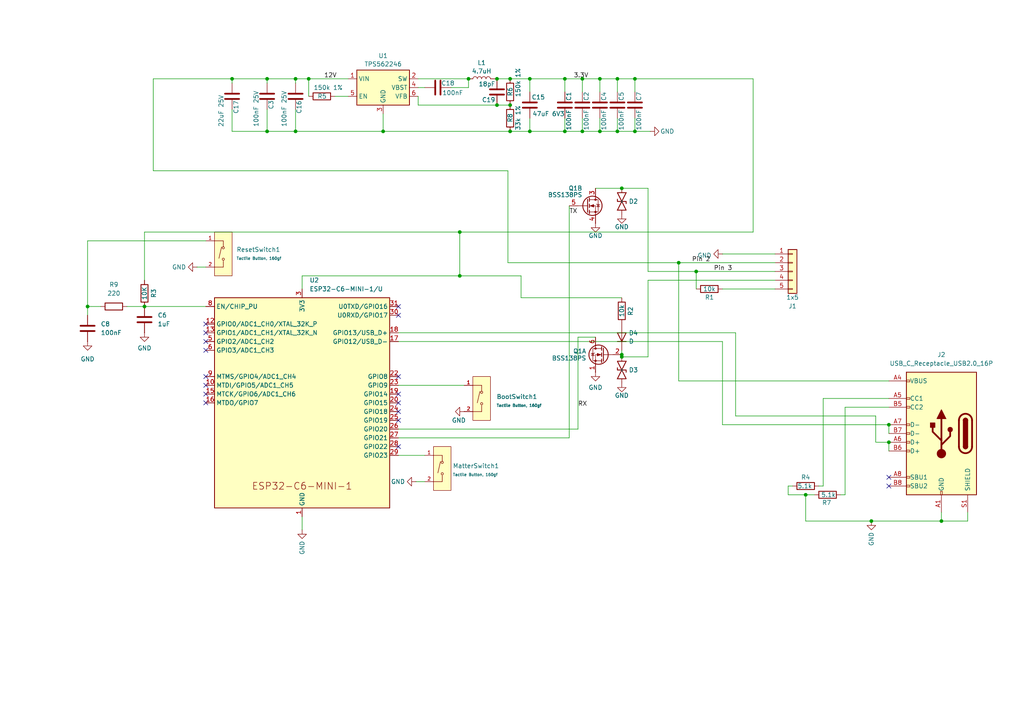
<source format=kicad_sch>
(kicad_sch
	(version 20250114)
	(generator "eeschema")
	(generator_version "9.0")
	(uuid "46c350bb-7de4-4e81-aafd-4af55e37aab0")
	(paper "A4")
	(title_block
		(title "Daikin ESP32-C6-MINI-1")
		(rev "1")
	)
	(lib_symbols
		(symbol "Connector:USB_C_Receptacle_USB2.0_16P"
			(pin_names
				(offset 1.016)
			)
			(exclude_from_sim no)
			(in_bom yes)
			(on_board yes)
			(property "Reference" "J"
				(at 0 22.225 0)
				(effects
					(font
						(size 1.27 1.27)
					)
				)
			)
			(property "Value" "USB_C_Receptacle_USB2.0_16P"
				(at 0 19.685 0)
				(effects
					(font
						(size 1.27 1.27)
					)
				)
			)
			(property "Footprint" ""
				(at 3.81 0 0)
				(effects
					(font
						(size 1.27 1.27)
					)
					(hide yes)
				)
			)
			(property "Datasheet" "https://www.usb.org/sites/default/files/documents/usb_type-c.zip"
				(at 3.81 0 0)
				(effects
					(font
						(size 1.27 1.27)
					)
					(hide yes)
				)
			)
			(property "Description" "USB 2.0-only 16P Type-C Receptacle connector"
				(at 0 0 0)
				(effects
					(font
						(size 1.27 1.27)
					)
					(hide yes)
				)
			)
			(property "ki_keywords" "usb universal serial bus type-C USB2.0"
				(at 0 0 0)
				(effects
					(font
						(size 1.27 1.27)
					)
					(hide yes)
				)
			)
			(property "ki_fp_filters" "USB*C*Receptacle*"
				(at 0 0 0)
				(effects
					(font
						(size 1.27 1.27)
					)
					(hide yes)
				)
			)
			(symbol "USB_C_Receptacle_USB2.0_16P_0_0"
				(rectangle
					(start -0.254 -17.78)
					(end 0.254 -16.764)
					(stroke
						(width 0)
						(type default)
					)
					(fill
						(type none)
					)
				)
				(rectangle
					(start 10.16 15.494)
					(end 9.144 14.986)
					(stroke
						(width 0)
						(type default)
					)
					(fill
						(type none)
					)
				)
				(rectangle
					(start 10.16 10.414)
					(end 9.144 9.906)
					(stroke
						(width 0)
						(type default)
					)
					(fill
						(type none)
					)
				)
				(rectangle
					(start 10.16 7.874)
					(end 9.144 7.366)
					(stroke
						(width 0)
						(type default)
					)
					(fill
						(type none)
					)
				)
				(rectangle
					(start 10.16 2.794)
					(end 9.144 2.286)
					(stroke
						(width 0)
						(type default)
					)
					(fill
						(type none)
					)
				)
				(rectangle
					(start 10.16 0.254)
					(end 9.144 -0.254)
					(stroke
						(width 0)
						(type default)
					)
					(fill
						(type none)
					)
				)
				(rectangle
					(start 10.16 -2.286)
					(end 9.144 -2.794)
					(stroke
						(width 0)
						(type default)
					)
					(fill
						(type none)
					)
				)
				(rectangle
					(start 10.16 -4.826)
					(end 9.144 -5.334)
					(stroke
						(width 0)
						(type default)
					)
					(fill
						(type none)
					)
				)
				(rectangle
					(start 10.16 -12.446)
					(end 9.144 -12.954)
					(stroke
						(width 0)
						(type default)
					)
					(fill
						(type none)
					)
				)
				(rectangle
					(start 10.16 -14.986)
					(end 9.144 -15.494)
					(stroke
						(width 0)
						(type default)
					)
					(fill
						(type none)
					)
				)
			)
			(symbol "USB_C_Receptacle_USB2.0_16P_0_1"
				(rectangle
					(start -10.16 17.78)
					(end 10.16 -17.78)
					(stroke
						(width 0.254)
						(type default)
					)
					(fill
						(type background)
					)
				)
				(polyline
					(pts
						(xy -8.89 -3.81) (xy -8.89 3.81)
					)
					(stroke
						(width 0.508)
						(type default)
					)
					(fill
						(type none)
					)
				)
				(rectangle
					(start -7.62 -3.81)
					(end -6.35 3.81)
					(stroke
						(width 0.254)
						(type default)
					)
					(fill
						(type outline)
					)
				)
				(arc
					(start -7.62 3.81)
					(mid -6.985 4.4423)
					(end -6.35 3.81)
					(stroke
						(width 0.254)
						(type default)
					)
					(fill
						(type none)
					)
				)
				(arc
					(start -7.62 3.81)
					(mid -6.985 4.4423)
					(end -6.35 3.81)
					(stroke
						(width 0.254)
						(type default)
					)
					(fill
						(type outline)
					)
				)
				(arc
					(start -8.89 3.81)
					(mid -6.985 5.7067)
					(end -5.08 3.81)
					(stroke
						(width 0.508)
						(type default)
					)
					(fill
						(type none)
					)
				)
				(arc
					(start -5.08 -3.81)
					(mid -6.985 -5.7067)
					(end -8.89 -3.81)
					(stroke
						(width 0.508)
						(type default)
					)
					(fill
						(type none)
					)
				)
				(arc
					(start -6.35 -3.81)
					(mid -6.985 -4.4423)
					(end -7.62 -3.81)
					(stroke
						(width 0.254)
						(type default)
					)
					(fill
						(type none)
					)
				)
				(arc
					(start -6.35 -3.81)
					(mid -6.985 -4.4423)
					(end -7.62 -3.81)
					(stroke
						(width 0.254)
						(type default)
					)
					(fill
						(type outline)
					)
				)
				(polyline
					(pts
						(xy -5.08 3.81) (xy -5.08 -3.81)
					)
					(stroke
						(width 0.508)
						(type default)
					)
					(fill
						(type none)
					)
				)
				(circle
					(center -2.54 1.143)
					(radius 0.635)
					(stroke
						(width 0.254)
						(type default)
					)
					(fill
						(type outline)
					)
				)
				(polyline
					(pts
						(xy -1.27 4.318) (xy 0 6.858) (xy 1.27 4.318) (xy -1.27 4.318)
					)
					(stroke
						(width 0.254)
						(type default)
					)
					(fill
						(type outline)
					)
				)
				(polyline
					(pts
						(xy 0 -2.032) (xy 2.54 0.508) (xy 2.54 1.778)
					)
					(stroke
						(width 0.508)
						(type default)
					)
					(fill
						(type none)
					)
				)
				(polyline
					(pts
						(xy 0 -3.302) (xy -2.54 -0.762) (xy -2.54 0.508)
					)
					(stroke
						(width 0.508)
						(type default)
					)
					(fill
						(type none)
					)
				)
				(polyline
					(pts
						(xy 0 -5.842) (xy 0 4.318)
					)
					(stroke
						(width 0.508)
						(type default)
					)
					(fill
						(type none)
					)
				)
				(circle
					(center 0 -5.842)
					(radius 1.27)
					(stroke
						(width 0)
						(type default)
					)
					(fill
						(type outline)
					)
				)
				(rectangle
					(start 1.905 1.778)
					(end 3.175 3.048)
					(stroke
						(width 0.254)
						(type default)
					)
					(fill
						(type outline)
					)
				)
			)
			(symbol "USB_C_Receptacle_USB2.0_16P_1_1"
				(pin passive line
					(at -7.62 -22.86 90)
					(length 5.08)
					(name "SHIELD"
						(effects
							(font
								(size 1.27 1.27)
							)
						)
					)
					(number "S1"
						(effects
							(font
								(size 1.27 1.27)
							)
						)
					)
				)
				(pin passive line
					(at 0 -22.86 90)
					(length 5.08)
					(name "GND"
						(effects
							(font
								(size 1.27 1.27)
							)
						)
					)
					(number "A1"
						(effects
							(font
								(size 1.27 1.27)
							)
						)
					)
				)
				(pin passive line
					(at 0 -22.86 90)
					(length 5.08)
					(hide yes)
					(name "GND"
						(effects
							(font
								(size 1.27 1.27)
							)
						)
					)
					(number "A12"
						(effects
							(font
								(size 1.27 1.27)
							)
						)
					)
				)
				(pin passive line
					(at 0 -22.86 90)
					(length 5.08)
					(hide yes)
					(name "GND"
						(effects
							(font
								(size 1.27 1.27)
							)
						)
					)
					(number "B1"
						(effects
							(font
								(size 1.27 1.27)
							)
						)
					)
				)
				(pin passive line
					(at 0 -22.86 90)
					(length 5.08)
					(hide yes)
					(name "GND"
						(effects
							(font
								(size 1.27 1.27)
							)
						)
					)
					(number "B12"
						(effects
							(font
								(size 1.27 1.27)
							)
						)
					)
				)
				(pin passive line
					(at 15.24 15.24 180)
					(length 5.08)
					(name "VBUS"
						(effects
							(font
								(size 1.27 1.27)
							)
						)
					)
					(number "A4"
						(effects
							(font
								(size 1.27 1.27)
							)
						)
					)
				)
				(pin passive line
					(at 15.24 15.24 180)
					(length 5.08)
					(hide yes)
					(name "VBUS"
						(effects
							(font
								(size 1.27 1.27)
							)
						)
					)
					(number "A9"
						(effects
							(font
								(size 1.27 1.27)
							)
						)
					)
				)
				(pin passive line
					(at 15.24 15.24 180)
					(length 5.08)
					(hide yes)
					(name "VBUS"
						(effects
							(font
								(size 1.27 1.27)
							)
						)
					)
					(number "B4"
						(effects
							(font
								(size 1.27 1.27)
							)
						)
					)
				)
				(pin passive line
					(at 15.24 15.24 180)
					(length 5.08)
					(hide yes)
					(name "VBUS"
						(effects
							(font
								(size 1.27 1.27)
							)
						)
					)
					(number "B9"
						(effects
							(font
								(size 1.27 1.27)
							)
						)
					)
				)
				(pin bidirectional line
					(at 15.24 10.16 180)
					(length 5.08)
					(name "CC1"
						(effects
							(font
								(size 1.27 1.27)
							)
						)
					)
					(number "A5"
						(effects
							(font
								(size 1.27 1.27)
							)
						)
					)
				)
				(pin bidirectional line
					(at 15.24 7.62 180)
					(length 5.08)
					(name "CC2"
						(effects
							(font
								(size 1.27 1.27)
							)
						)
					)
					(number "B5"
						(effects
							(font
								(size 1.27 1.27)
							)
						)
					)
				)
				(pin bidirectional line
					(at 15.24 2.54 180)
					(length 5.08)
					(name "D-"
						(effects
							(font
								(size 1.27 1.27)
							)
						)
					)
					(number "A7"
						(effects
							(font
								(size 1.27 1.27)
							)
						)
					)
				)
				(pin bidirectional line
					(at 15.24 0 180)
					(length 5.08)
					(name "D-"
						(effects
							(font
								(size 1.27 1.27)
							)
						)
					)
					(number "B7"
						(effects
							(font
								(size 1.27 1.27)
							)
						)
					)
				)
				(pin bidirectional line
					(at 15.24 -2.54 180)
					(length 5.08)
					(name "D+"
						(effects
							(font
								(size 1.27 1.27)
							)
						)
					)
					(number "A6"
						(effects
							(font
								(size 1.27 1.27)
							)
						)
					)
				)
				(pin bidirectional line
					(at 15.24 -5.08 180)
					(length 5.08)
					(name "D+"
						(effects
							(font
								(size 1.27 1.27)
							)
						)
					)
					(number "B6"
						(effects
							(font
								(size 1.27 1.27)
							)
						)
					)
				)
				(pin bidirectional line
					(at 15.24 -12.7 180)
					(length 5.08)
					(name "SBU1"
						(effects
							(font
								(size 1.27 1.27)
							)
						)
					)
					(number "A8"
						(effects
							(font
								(size 1.27 1.27)
							)
						)
					)
				)
				(pin bidirectional line
					(at 15.24 -15.24 180)
					(length 5.08)
					(name "SBU2"
						(effects
							(font
								(size 1.27 1.27)
							)
						)
					)
					(number "B8"
						(effects
							(font
								(size 1.27 1.27)
							)
						)
					)
				)
			)
			(embedded_fonts no)
		)
		(symbol "Connector_Generic:Conn_01x05"
			(pin_names
				(offset 1.016)
				(hide yes)
			)
			(exclude_from_sim no)
			(in_bom yes)
			(on_board yes)
			(property "Reference" "J"
				(at 0 7.62 0)
				(effects
					(font
						(size 1.27 1.27)
					)
				)
			)
			(property "Value" "Conn_01x05"
				(at 0 -7.62 0)
				(effects
					(font
						(size 1.27 1.27)
					)
				)
			)
			(property "Footprint" ""
				(at 0 0 0)
				(effects
					(font
						(size 1.27 1.27)
					)
					(hide yes)
				)
			)
			(property "Datasheet" "~"
				(at 0 0 0)
				(effects
					(font
						(size 1.27 1.27)
					)
					(hide yes)
				)
			)
			(property "Description" "Generic connector, single row, 01x05, script generated (kicad-library-utils/schlib/autogen/connector/)"
				(at 0 0 0)
				(effects
					(font
						(size 1.27 1.27)
					)
					(hide yes)
				)
			)
			(property "ki_keywords" "connector"
				(at 0 0 0)
				(effects
					(font
						(size 1.27 1.27)
					)
					(hide yes)
				)
			)
			(property "ki_fp_filters" "Connector*:*_1x??_*"
				(at 0 0 0)
				(effects
					(font
						(size 1.27 1.27)
					)
					(hide yes)
				)
			)
			(symbol "Conn_01x05_1_1"
				(rectangle
					(start -1.27 6.35)
					(end 1.27 -6.35)
					(stroke
						(width 0.254)
						(type default)
					)
					(fill
						(type background)
					)
				)
				(rectangle
					(start -1.27 5.207)
					(end 0 4.953)
					(stroke
						(width 0.1524)
						(type default)
					)
					(fill
						(type none)
					)
				)
				(rectangle
					(start -1.27 2.667)
					(end 0 2.413)
					(stroke
						(width 0.1524)
						(type default)
					)
					(fill
						(type none)
					)
				)
				(rectangle
					(start -1.27 0.127)
					(end 0 -0.127)
					(stroke
						(width 0.1524)
						(type default)
					)
					(fill
						(type none)
					)
				)
				(rectangle
					(start -1.27 -2.413)
					(end 0 -2.667)
					(stroke
						(width 0.1524)
						(type default)
					)
					(fill
						(type none)
					)
				)
				(rectangle
					(start -1.27 -4.953)
					(end 0 -5.207)
					(stroke
						(width 0.1524)
						(type default)
					)
					(fill
						(type none)
					)
				)
				(pin passive line
					(at -5.08 5.08 0)
					(length 3.81)
					(name "Pin_1"
						(effects
							(font
								(size 1.27 1.27)
							)
						)
					)
					(number "1"
						(effects
							(font
								(size 1.27 1.27)
							)
						)
					)
				)
				(pin passive line
					(at -5.08 2.54 0)
					(length 3.81)
					(name "Pin_2"
						(effects
							(font
								(size 1.27 1.27)
							)
						)
					)
					(number "2"
						(effects
							(font
								(size 1.27 1.27)
							)
						)
					)
				)
				(pin passive line
					(at -5.08 0 0)
					(length 3.81)
					(name "Pin_3"
						(effects
							(font
								(size 1.27 1.27)
							)
						)
					)
					(number "3"
						(effects
							(font
								(size 1.27 1.27)
							)
						)
					)
				)
				(pin passive line
					(at -5.08 -2.54 0)
					(length 3.81)
					(name "Pin_4"
						(effects
							(font
								(size 1.27 1.27)
							)
						)
					)
					(number "4"
						(effects
							(font
								(size 1.27 1.27)
							)
						)
					)
				)
				(pin passive line
					(at -5.08 -5.08 0)
					(length 3.81)
					(name "Pin_5"
						(effects
							(font
								(size 1.27 1.27)
							)
						)
					)
					(number "5"
						(effects
							(font
								(size 1.27 1.27)
							)
						)
					)
				)
			)
			(embedded_fonts no)
		)
		(symbol "Device:C"
			(pin_numbers
				(hide yes)
			)
			(pin_names
				(offset 0.254)
			)
			(exclude_from_sim no)
			(in_bom yes)
			(on_board yes)
			(property "Reference" "C"
				(at 0.635 2.54 0)
				(effects
					(font
						(size 1.27 1.27)
					)
					(justify left)
				)
			)
			(property "Value" "C"
				(at 0.635 -2.54 0)
				(effects
					(font
						(size 1.27 1.27)
					)
					(justify left)
				)
			)
			(property "Footprint" ""
				(at 0.9652 -3.81 0)
				(effects
					(font
						(size 1.27 1.27)
					)
					(hide yes)
				)
			)
			(property "Datasheet" "~"
				(at 0 0 0)
				(effects
					(font
						(size 1.27 1.27)
					)
					(hide yes)
				)
			)
			(property "Description" "Unpolarized capacitor"
				(at 0 0 0)
				(effects
					(font
						(size 1.27 1.27)
					)
					(hide yes)
				)
			)
			(property "ki_keywords" "cap capacitor"
				(at 0 0 0)
				(effects
					(font
						(size 1.27 1.27)
					)
					(hide yes)
				)
			)
			(property "ki_fp_filters" "C_*"
				(at 0 0 0)
				(effects
					(font
						(size 1.27 1.27)
					)
					(hide yes)
				)
			)
			(symbol "C_0_1"
				(polyline
					(pts
						(xy -2.032 0.762) (xy 2.032 0.762)
					)
					(stroke
						(width 0.508)
						(type default)
					)
					(fill
						(type none)
					)
				)
				(polyline
					(pts
						(xy -2.032 -0.762) (xy 2.032 -0.762)
					)
					(stroke
						(width 0.508)
						(type default)
					)
					(fill
						(type none)
					)
				)
			)
			(symbol "C_1_1"
				(pin passive line
					(at 0 3.81 270)
					(length 2.794)
					(name "~"
						(effects
							(font
								(size 1.27 1.27)
							)
						)
					)
					(number "1"
						(effects
							(font
								(size 1.27 1.27)
							)
						)
					)
				)
				(pin passive line
					(at 0 -3.81 90)
					(length 2.794)
					(name "~"
						(effects
							(font
								(size 1.27 1.27)
							)
						)
					)
					(number "2"
						(effects
							(font
								(size 1.27 1.27)
							)
						)
					)
				)
			)
			(embedded_fonts no)
		)
		(symbol "Device:D"
			(pin_numbers
				(hide yes)
			)
			(pin_names
				(offset 1.016)
				(hide yes)
			)
			(exclude_from_sim no)
			(in_bom yes)
			(on_board yes)
			(property "Reference" "D"
				(at 0 2.54 0)
				(effects
					(font
						(size 1.27 1.27)
					)
				)
			)
			(property "Value" "D"
				(at 0 -2.54 0)
				(effects
					(font
						(size 1.27 1.27)
					)
				)
			)
			(property "Footprint" ""
				(at 0 0 0)
				(effects
					(font
						(size 1.27 1.27)
					)
					(hide yes)
				)
			)
			(property "Datasheet" "~"
				(at 0 0 0)
				(effects
					(font
						(size 1.27 1.27)
					)
					(hide yes)
				)
			)
			(property "Description" "Diode"
				(at 0 0 0)
				(effects
					(font
						(size 1.27 1.27)
					)
					(hide yes)
				)
			)
			(property "Sim.Device" "D"
				(at 0 0 0)
				(effects
					(font
						(size 1.27 1.27)
					)
					(hide yes)
				)
			)
			(property "Sim.Pins" "1=K 2=A"
				(at 0 0 0)
				(effects
					(font
						(size 1.27 1.27)
					)
					(hide yes)
				)
			)
			(property "ki_keywords" "diode"
				(at 0 0 0)
				(effects
					(font
						(size 1.27 1.27)
					)
					(hide yes)
				)
			)
			(property "ki_fp_filters" "TO-???* *_Diode_* *SingleDiode* D_*"
				(at 0 0 0)
				(effects
					(font
						(size 1.27 1.27)
					)
					(hide yes)
				)
			)
			(symbol "D_0_1"
				(polyline
					(pts
						(xy -1.27 1.27) (xy -1.27 -1.27)
					)
					(stroke
						(width 0.254)
						(type default)
					)
					(fill
						(type none)
					)
				)
				(polyline
					(pts
						(xy 1.27 1.27) (xy 1.27 -1.27) (xy -1.27 0) (xy 1.27 1.27)
					)
					(stroke
						(width 0.254)
						(type default)
					)
					(fill
						(type none)
					)
				)
				(polyline
					(pts
						(xy 1.27 0) (xy -1.27 0)
					)
					(stroke
						(width 0)
						(type default)
					)
					(fill
						(type none)
					)
				)
			)
			(symbol "D_1_1"
				(pin passive line
					(at -3.81 0 0)
					(length 2.54)
					(name "K"
						(effects
							(font
								(size 1.27 1.27)
							)
						)
					)
					(number "1"
						(effects
							(font
								(size 1.27 1.27)
							)
						)
					)
				)
				(pin passive line
					(at 3.81 0 180)
					(length 2.54)
					(name "A"
						(effects
							(font
								(size 1.27 1.27)
							)
						)
					)
					(number "2"
						(effects
							(font
								(size 1.27 1.27)
							)
						)
					)
				)
			)
			(embedded_fonts no)
		)
		(symbol "Device:L"
			(pin_numbers
				(hide yes)
			)
			(pin_names
				(offset 1.016)
				(hide yes)
			)
			(exclude_from_sim no)
			(in_bom yes)
			(on_board yes)
			(property "Reference" "L"
				(at -1.27 0 90)
				(effects
					(font
						(size 1.27 1.27)
					)
				)
			)
			(property "Value" "L"
				(at 1.905 0 90)
				(effects
					(font
						(size 1.27 1.27)
					)
				)
			)
			(property "Footprint" ""
				(at 0 0 0)
				(effects
					(font
						(size 1.27 1.27)
					)
					(hide yes)
				)
			)
			(property "Datasheet" "~"
				(at 0 0 0)
				(effects
					(font
						(size 1.27 1.27)
					)
					(hide yes)
				)
			)
			(property "Description" "Inductor"
				(at 0 0 0)
				(effects
					(font
						(size 1.27 1.27)
					)
					(hide yes)
				)
			)
			(property "ki_keywords" "inductor choke coil reactor magnetic"
				(at 0 0 0)
				(effects
					(font
						(size 1.27 1.27)
					)
					(hide yes)
				)
			)
			(property "ki_fp_filters" "Choke_* *Coil* Inductor_* L_*"
				(at 0 0 0)
				(effects
					(font
						(size 1.27 1.27)
					)
					(hide yes)
				)
			)
			(symbol "L_0_1"
				(arc
					(start 0 2.54)
					(mid 0.6323 1.905)
					(end 0 1.27)
					(stroke
						(width 0)
						(type default)
					)
					(fill
						(type none)
					)
				)
				(arc
					(start 0 1.27)
					(mid 0.6323 0.635)
					(end 0 0)
					(stroke
						(width 0)
						(type default)
					)
					(fill
						(type none)
					)
				)
				(arc
					(start 0 0)
					(mid 0.6323 -0.635)
					(end 0 -1.27)
					(stroke
						(width 0)
						(type default)
					)
					(fill
						(type none)
					)
				)
				(arc
					(start 0 -1.27)
					(mid 0.6323 -1.905)
					(end 0 -2.54)
					(stroke
						(width 0)
						(type default)
					)
					(fill
						(type none)
					)
				)
			)
			(symbol "L_1_1"
				(pin passive line
					(at 0 3.81 270)
					(length 1.27)
					(name "1"
						(effects
							(font
								(size 1.27 1.27)
							)
						)
					)
					(number "1"
						(effects
							(font
								(size 1.27 1.27)
							)
						)
					)
				)
				(pin passive line
					(at 0 -3.81 90)
					(length 1.27)
					(name "2"
						(effects
							(font
								(size 1.27 1.27)
							)
						)
					)
					(number "2"
						(effects
							(font
								(size 1.27 1.27)
							)
						)
					)
				)
			)
			(embedded_fonts no)
		)
		(symbol "Device:R"
			(pin_numbers
				(hide yes)
			)
			(pin_names
				(offset 0)
			)
			(exclude_from_sim no)
			(in_bom yes)
			(on_board yes)
			(property "Reference" "R"
				(at 2.032 0 90)
				(effects
					(font
						(size 1.27 1.27)
					)
				)
			)
			(property "Value" "R"
				(at 0 0 90)
				(effects
					(font
						(size 1.27 1.27)
					)
				)
			)
			(property "Footprint" ""
				(at -1.778 0 90)
				(effects
					(font
						(size 1.27 1.27)
					)
					(hide yes)
				)
			)
			(property "Datasheet" "~"
				(at 0 0 0)
				(effects
					(font
						(size 1.27 1.27)
					)
					(hide yes)
				)
			)
			(property "Description" "Resistor"
				(at 0 0 0)
				(effects
					(font
						(size 1.27 1.27)
					)
					(hide yes)
				)
			)
			(property "ki_keywords" "R res resistor"
				(at 0 0 0)
				(effects
					(font
						(size 1.27 1.27)
					)
					(hide yes)
				)
			)
			(property "ki_fp_filters" "R_*"
				(at 0 0 0)
				(effects
					(font
						(size 1.27 1.27)
					)
					(hide yes)
				)
			)
			(symbol "R_0_1"
				(rectangle
					(start -1.016 -2.54)
					(end 1.016 2.54)
					(stroke
						(width 0.254)
						(type default)
					)
					(fill
						(type none)
					)
				)
			)
			(symbol "R_1_1"
				(pin passive line
					(at 0 3.81 270)
					(length 1.27)
					(name "~"
						(effects
							(font
								(size 1.27 1.27)
							)
						)
					)
					(number "1"
						(effects
							(font
								(size 1.27 1.27)
							)
						)
					)
				)
				(pin passive line
					(at 0 -3.81 90)
					(length 1.27)
					(name "~"
						(effects
							(font
								(size 1.27 1.27)
							)
						)
					)
					(number "2"
						(effects
							(font
								(size 1.27 1.27)
							)
						)
					)
				)
			)
			(embedded_fonts no)
		)
		(symbol "Espressif:ESP32-C6-MINI-1/U"
			(exclude_from_sim no)
			(in_bom yes)
			(on_board yes)
			(property "Reference" "U"
				(at -25.4 35.56 0)
				(effects
					(font
						(size 1.27 1.27)
					)
					(justify left)
				)
			)
			(property "Value" "ESP32-C6-MINI-1/U"
				(at -25.4 33.02 0)
				(effects
					(font
						(size 1.27 1.27)
					)
					(justify left)
				)
			)
			(property "Footprint" "PCM_Espressif:ESP32-C6-MINI-1"
				(at 0 -45.085 0)
				(effects
					(font
						(size 1.27 1.27)
					)
					(hide yes)
				)
			)
			(property "Datasheet" "https://www.espressif.com/sites/default/files/documentation/esp32-c6-mini-1_datasheet_en.pdf"
				(at 0 -48.26 0)
				(effects
					(font
						(size 1.27 1.27)
					)
					(hide yes)
				)
			)
			(property "Description" "ESP32-C6-MINI-1 is a module that supports 2.4 GHz Wi-Fi 6 (802.11 ax), Bluetooth® 5 (LE), Zigbee and Thread (802.15.4)"
				(at 0 0 0)
				(effects
					(font
						(size 1.27 1.27)
					)
					(hide yes)
				)
			)
			(property "ki_keywords" "esp32-c6 esp32-c6-mini-1 esp32-c6-mini-1u"
				(at 0 0 0)
				(effects
					(font
						(size 1.27 1.27)
					)
					(hide yes)
				)
			)
			(symbol "ESP32-C6-MINI-1/U_0_0"
				(text "ESP32-C6-MINI-1"
					(at 0 -24.13 0)
					(effects
						(font
							(size 2 2)
						)
					)
				)
			)
			(symbol "ESP32-C6-MINI-1/U_0_1"
				(rectangle
					(start -25.4 30.48)
					(end 25.4 -30.48)
					(stroke
						(width 0.254)
						(type default)
					)
					(fill
						(type background)
					)
				)
			)
			(symbol "ESP32-C6-MINI-1/U_1_1"
				(pin input line
					(at -27.94 27.94 0)
					(length 2.54)
					(name "EN/CHIP_PU"
						(effects
							(font
								(size 1.27 1.27)
							)
						)
					)
					(number "8"
						(effects
							(font
								(size 1.27 1.27)
							)
						)
					)
				)
				(pin bidirectional line
					(at -27.94 22.86 0)
					(length 2.54)
					(name "GPIO0/ADC1_CH0/XTAL_32K_P"
						(effects
							(font
								(size 1.27 1.27)
							)
						)
					)
					(number "12"
						(effects
							(font
								(size 1.27 1.27)
							)
						)
					)
				)
				(pin bidirectional line
					(at -27.94 20.32 0)
					(length 2.54)
					(name "GPIO1/ADC1_CH1/XTAL_32K_N"
						(effects
							(font
								(size 1.27 1.27)
							)
						)
					)
					(number "13"
						(effects
							(font
								(size 1.27 1.27)
							)
						)
					)
				)
				(pin bidirectional line
					(at -27.94 17.78 0)
					(length 2.54)
					(name "GPIO2/ADC1_CH2"
						(effects
							(font
								(size 1.27 1.27)
							)
						)
					)
					(number "5"
						(effects
							(font
								(size 1.27 1.27)
							)
						)
					)
				)
				(pin bidirectional line
					(at -27.94 15.24 0)
					(length 2.54)
					(name "GPIO3/ADC1_CH3"
						(effects
							(font
								(size 1.27 1.27)
							)
						)
					)
					(number "6"
						(effects
							(font
								(size 1.27 1.27)
							)
						)
					)
				)
				(pin bidirectional line
					(at -27.94 7.62 0)
					(length 2.54)
					(name "MTMS/GPIO4/ADC1_CH4"
						(effects
							(font
								(size 1.27 1.27)
							)
						)
					)
					(number "9"
						(effects
							(font
								(size 1.27 1.27)
							)
						)
					)
				)
				(pin bidirectional line
					(at -27.94 5.08 0)
					(length 2.54)
					(name "MTDI/GPIO5/ADC1_CH5"
						(effects
							(font
								(size 1.27 1.27)
							)
						)
					)
					(number "10"
						(effects
							(font
								(size 1.27 1.27)
							)
						)
					)
				)
				(pin bidirectional line
					(at -27.94 2.54 0)
					(length 2.54)
					(name "MTCK/GPIO6/ADC1_CH6"
						(effects
							(font
								(size 1.27 1.27)
							)
						)
					)
					(number "15"
						(effects
							(font
								(size 1.27 1.27)
							)
						)
					)
				)
				(pin bidirectional line
					(at -27.94 0 0)
					(length 2.54)
					(name "MTDO/GPIO7"
						(effects
							(font
								(size 1.27 1.27)
							)
						)
					)
					(number "16"
						(effects
							(font
								(size 1.27 1.27)
							)
						)
					)
				)
				(pin no_connect line
					(at -25.4 -5.08 0)
					(length 2.54)
					(hide yes)
					(name "NC"
						(effects
							(font
								(size 1.27 1.27)
							)
						)
					)
					(number "4"
						(effects
							(font
								(size 1.27 1.27)
							)
						)
					)
				)
				(pin no_connect line
					(at -25.4 -7.62 0)
					(length 2.54)
					(hide yes)
					(name "NC"
						(effects
							(font
								(size 1.27 1.27)
							)
						)
					)
					(number "7"
						(effects
							(font
								(size 1.27 1.27)
							)
						)
					)
				)
				(pin no_connect line
					(at -25.4 -10.16 0)
					(length 2.54)
					(hide yes)
					(name "NC"
						(effects
							(font
								(size 1.27 1.27)
							)
						)
					)
					(number "21"
						(effects
							(font
								(size 1.27 1.27)
							)
						)
					)
				)
				(pin no_connect line
					(at -25.4 -12.7 0)
					(length 2.54)
					(hide yes)
					(name "NC"
						(effects
							(font
								(size 1.27 1.27)
							)
						)
					)
					(number "32"
						(effects
							(font
								(size 1.27 1.27)
							)
						)
					)
				)
				(pin no_connect line
					(at -25.4 -15.24 0)
					(length 2.54)
					(hide yes)
					(name "NC"
						(effects
							(font
								(size 1.27 1.27)
							)
						)
					)
					(number "33"
						(effects
							(font
								(size 1.27 1.27)
							)
						)
					)
				)
				(pin no_connect line
					(at -25.4 -17.78 0)
					(length 2.54)
					(hide yes)
					(name "NC"
						(effects
							(font
								(size 1.27 1.27)
							)
						)
					)
					(number "34"
						(effects
							(font
								(size 1.27 1.27)
							)
						)
					)
				)
				(pin no_connect line
					(at -25.4 -20.32 0)
					(length 2.54)
					(hide yes)
					(name "NC"
						(effects
							(font
								(size 1.27 1.27)
							)
						)
					)
					(number "35"
						(effects
							(font
								(size 1.27 1.27)
							)
						)
					)
				)
				(pin power_in line
					(at 0 33.02 270)
					(length 2.54)
					(name "3V3"
						(effects
							(font
								(size 1.27 1.27)
							)
						)
					)
					(number "3"
						(effects
							(font
								(size 1.27 1.27)
							)
						)
					)
				)
				(pin power_in line
					(at 0 -33.02 90)
					(length 2.54)
					(name "GND"
						(effects
							(font
								(size 1.27 1.27)
							)
						)
					)
					(number "1"
						(effects
							(font
								(size 1.27 1.27)
							)
						)
					)
				)
				(pin passive line
					(at 0 -33.02 90)
					(length 2.54)
					(hide yes)
					(name "GND"
						(effects
							(font
								(size 1.27 1.27)
							)
						)
					)
					(number "11"
						(effects
							(font
								(size 1.27 1.27)
							)
						)
					)
				)
				(pin passive line
					(at 0 -33.02 90)
					(length 2.54)
					(hide yes)
					(name "GND"
						(effects
							(font
								(size 1.27 1.27)
							)
						)
					)
					(number "14"
						(effects
							(font
								(size 1.27 1.27)
							)
						)
					)
				)
				(pin passive line
					(at 0 -33.02 90)
					(length 2.54)
					(hide yes)
					(name "GND"
						(effects
							(font
								(size 1.27 1.27)
							)
						)
					)
					(number "2"
						(effects
							(font
								(size 1.27 1.27)
							)
						)
					)
				)
				(pin passive line
					(at 0 -33.02 90)
					(length 2.54)
					(hide yes)
					(name "GND"
						(effects
							(font
								(size 1.27 1.27)
							)
						)
					)
					(number "36"
						(effects
							(font
								(size 1.27 1.27)
							)
						)
					)
				)
				(pin passive line
					(at 0 -33.02 90)
					(length 2.54)
					(hide yes)
					(name "GND"
						(effects
							(font
								(size 1.27 1.27)
							)
						)
					)
					(number "37"
						(effects
							(font
								(size 1.27 1.27)
							)
						)
					)
				)
				(pin passive line
					(at 0 -33.02 90)
					(length 2.54)
					(hide yes)
					(name "GND"
						(effects
							(font
								(size 1.27 1.27)
							)
						)
					)
					(number "38"
						(effects
							(font
								(size 1.27 1.27)
							)
						)
					)
				)
				(pin passive line
					(at 0 -33.02 90)
					(length 2.54)
					(hide yes)
					(name "GND"
						(effects
							(font
								(size 1.27 1.27)
							)
						)
					)
					(number "39"
						(effects
							(font
								(size 1.27 1.27)
							)
						)
					)
				)
				(pin passive line
					(at 0 -33.02 90)
					(length 2.54)
					(hide yes)
					(name "GND"
						(effects
							(font
								(size 1.27 1.27)
							)
						)
					)
					(number "40"
						(effects
							(font
								(size 1.27 1.27)
							)
						)
					)
				)
				(pin passive line
					(at 0 -33.02 90)
					(length 2.54)
					(hide yes)
					(name "GND"
						(effects
							(font
								(size 1.27 1.27)
							)
						)
					)
					(number "41"
						(effects
							(font
								(size 1.27 1.27)
							)
						)
					)
				)
				(pin passive line
					(at 0 -33.02 90)
					(length 2.54)
					(hide yes)
					(name "GND"
						(effects
							(font
								(size 1.27 1.27)
							)
						)
					)
					(number "42"
						(effects
							(font
								(size 1.27 1.27)
							)
						)
					)
				)
				(pin passive line
					(at 0 -33.02 90)
					(length 2.54)
					(hide yes)
					(name "GND"
						(effects
							(font
								(size 1.27 1.27)
							)
						)
					)
					(number "43"
						(effects
							(font
								(size 1.27 1.27)
							)
						)
					)
				)
				(pin passive line
					(at 0 -33.02 90)
					(length 2.54)
					(hide yes)
					(name "GND"
						(effects
							(font
								(size 1.27 1.27)
							)
						)
					)
					(number "44"
						(effects
							(font
								(size 1.27 1.27)
							)
						)
					)
				)
				(pin passive line
					(at 0 -33.02 90)
					(length 2.54)
					(hide yes)
					(name "GND"
						(effects
							(font
								(size 1.27 1.27)
							)
						)
					)
					(number "45"
						(effects
							(font
								(size 1.27 1.27)
							)
						)
					)
				)
				(pin passive line
					(at 0 -33.02 90)
					(length 2.54)
					(hide yes)
					(name "GND"
						(effects
							(font
								(size 1.27 1.27)
							)
						)
					)
					(number "46"
						(effects
							(font
								(size 1.27 1.27)
							)
						)
					)
				)
				(pin passive line
					(at 0 -33.02 90)
					(length 2.54)
					(hide yes)
					(name "GND"
						(effects
							(font
								(size 1.27 1.27)
							)
						)
					)
					(number "47"
						(effects
							(font
								(size 1.27 1.27)
							)
						)
					)
				)
				(pin passive line
					(at 0 -33.02 90)
					(length 2.54)
					(hide yes)
					(name "GND"
						(effects
							(font
								(size 1.27 1.27)
							)
						)
					)
					(number "48"
						(effects
							(font
								(size 1.27 1.27)
							)
						)
					)
				)
				(pin passive line
					(at 0 -33.02 90)
					(length 2.54)
					(hide yes)
					(name "GND"
						(effects
							(font
								(size 1.27 1.27)
							)
						)
					)
					(number "49"
						(effects
							(font
								(size 1.27 1.27)
							)
						)
					)
				)
				(pin passive line
					(at 0 -33.02 90)
					(length 2.54)
					(hide yes)
					(name "GND"
						(effects
							(font
								(size 1.27 1.27)
							)
						)
					)
					(number "50"
						(effects
							(font
								(size 1.27 1.27)
							)
						)
					)
				)
				(pin passive line
					(at 0 -33.02 90)
					(length 2.54)
					(hide yes)
					(name "GND"
						(effects
							(font
								(size 1.27 1.27)
							)
						)
					)
					(number "51"
						(effects
							(font
								(size 1.27 1.27)
							)
						)
					)
				)
				(pin passive line
					(at 0 -33.02 90)
					(length 2.54)
					(hide yes)
					(name "GND"
						(effects
							(font
								(size 1.27 1.27)
							)
						)
					)
					(number "52"
						(effects
							(font
								(size 1.27 1.27)
							)
						)
					)
				)
				(pin passive line
					(at 0 -33.02 90)
					(length 2.54)
					(hide yes)
					(name "GND"
						(effects
							(font
								(size 1.27 1.27)
							)
						)
					)
					(number "53"
						(effects
							(font
								(size 1.27 1.27)
							)
						)
					)
				)
				(pin bidirectional line
					(at 27.94 27.94 180)
					(length 2.54)
					(name "U0TXD/GPIO16"
						(effects
							(font
								(size 1.27 1.27)
							)
						)
					)
					(number "31"
						(effects
							(font
								(size 1.27 1.27)
							)
						)
					)
				)
				(pin bidirectional line
					(at 27.94 25.4 180)
					(length 2.54)
					(name "U0RXD/GPIO17"
						(effects
							(font
								(size 1.27 1.27)
							)
						)
					)
					(number "30"
						(effects
							(font
								(size 1.27 1.27)
							)
						)
					)
				)
				(pin bidirectional line
					(at 27.94 20.32 180)
					(length 2.54)
					(name "GPIO13/USB_D+"
						(effects
							(font
								(size 1.27 1.27)
							)
						)
					)
					(number "18"
						(effects
							(font
								(size 1.27 1.27)
							)
						)
					)
				)
				(pin bidirectional line
					(at 27.94 17.78 180)
					(length 2.54)
					(name "GPIO12/USB_D-"
						(effects
							(font
								(size 1.27 1.27)
							)
						)
					)
					(number "17"
						(effects
							(font
								(size 1.27 1.27)
							)
						)
					)
				)
				(pin bidirectional line
					(at 27.94 7.62 180)
					(length 2.54)
					(name "GPIO8"
						(effects
							(font
								(size 1.27 1.27)
							)
						)
					)
					(number "22"
						(effects
							(font
								(size 1.27 1.27)
							)
						)
					)
				)
				(pin bidirectional line
					(at 27.94 5.08 180)
					(length 2.54)
					(name "GPIO9"
						(effects
							(font
								(size 1.27 1.27)
							)
						)
					)
					(number "23"
						(effects
							(font
								(size 1.27 1.27)
							)
						)
					)
				)
				(pin bidirectional line
					(at 27.94 2.54 180)
					(length 2.54)
					(name "GPIO14"
						(effects
							(font
								(size 1.27 1.27)
							)
						)
					)
					(number "19"
						(effects
							(font
								(size 1.27 1.27)
							)
						)
					)
				)
				(pin bidirectional line
					(at 27.94 0 180)
					(length 2.54)
					(name "GPIO15"
						(effects
							(font
								(size 1.27 1.27)
							)
						)
					)
					(number "20"
						(effects
							(font
								(size 1.27 1.27)
							)
						)
					)
				)
				(pin bidirectional line
					(at 27.94 -2.54 180)
					(length 2.54)
					(name "GPIO18"
						(effects
							(font
								(size 1.27 1.27)
							)
						)
					)
					(number "24"
						(effects
							(font
								(size 1.27 1.27)
							)
						)
					)
				)
				(pin bidirectional line
					(at 27.94 -5.08 180)
					(length 2.54)
					(name "GPIO19"
						(effects
							(font
								(size 1.27 1.27)
							)
						)
					)
					(number "25"
						(effects
							(font
								(size 1.27 1.27)
							)
						)
					)
				)
				(pin bidirectional line
					(at 27.94 -7.62 180)
					(length 2.54)
					(name "GPIO20"
						(effects
							(font
								(size 1.27 1.27)
							)
						)
					)
					(number "26"
						(effects
							(font
								(size 1.27 1.27)
							)
						)
					)
				)
				(pin bidirectional line
					(at 27.94 -10.16 180)
					(length 2.54)
					(name "GPIO21"
						(effects
							(font
								(size 1.27 1.27)
							)
						)
					)
					(number "27"
						(effects
							(font
								(size 1.27 1.27)
							)
						)
					)
				)
				(pin bidirectional line
					(at 27.94 -12.7 180)
					(length 2.54)
					(name "GPIO22"
						(effects
							(font
								(size 1.27 1.27)
							)
						)
					)
					(number "28"
						(effects
							(font
								(size 1.27 1.27)
							)
						)
					)
				)
				(pin bidirectional line
					(at 27.94 -15.24 180)
					(length 2.54)
					(name "GPIO23"
						(effects
							(font
								(size 1.27 1.27)
							)
						)
					)
					(number "29"
						(effects
							(font
								(size 1.27 1.27)
							)
						)
					)
				)
			)
			(embedded_fonts no)
		)
		(symbol "JLCPCB-Connectors_Buttons:Tactile Button, 160gf, 12V, 50mA, 4.0mm"
			(pin_names
				(hide yes)
			)
			(exclude_from_sim no)
			(in_bom yes)
			(on_board yes)
			(property "Reference" "S"
				(at 0 1.27 0)
				(effects
					(font
						(size 1.27 1.27)
					)
				)
			)
			(property "Value" "Tactile Button, 160gf"
				(at 0 -8.89 0)
				(effects
					(font
						(size 0.8 0.8)
					)
				)
			)
			(property "Footprint" "PCM_JLCPCB:SW_TS-1088-AR02016"
				(at 0 -10.16 0)
				(effects
					(font
						(size 1.27 1.27)
						(italic yes)
					)
					(hide yes)
				)
			)
			(property "Datasheet" "https://www.lcsc.com/datasheet/lcsc_datasheet_2304140030_XUNPU-TS-1088-AR02016_C720477.pdf"
				(at -2.286 0.127 0)
				(effects
					(font
						(size 1.27 1.27)
					)
					(justify left)
					(hide yes)
				)
			)
			(property "Description" "nan"
				(at 0 0 0)
				(effects
					(font
						(size 1.27 1.27)
					)
					(hide yes)
				)
			)
			(property "LCSC" "C720477"
				(at 0 0 0)
				(effects
					(font
						(size 1.27 1.27)
					)
					(hide yes)
				)
			)
			(property "Stock" "236053"
				(at 0 0 0)
				(effects
					(font
						(size 1.27 1.27)
					)
					(hide yes)
				)
			)
			(property "Price" "0.044USD"
				(at 0 0 0)
				(effects
					(font
						(size 1.27 1.27)
					)
					(hide yes)
				)
			)
			(property "Process" "SMT"
				(at 0 0 0)
				(effects
					(font
						(size 1.27 1.27)
					)
					(hide yes)
				)
			)
			(property "Minimum Qty" "5"
				(at 0 0 0)
				(effects
					(font
						(size 1.27 1.27)
					)
					(hide yes)
				)
			)
			(property "Attrition Qty" "4"
				(at 0 0 0)
				(effects
					(font
						(size 1.27 1.27)
					)
					(hide yes)
				)
			)
			(property "Class" "Basic Component"
				(at 0 0 0)
				(effects
					(font
						(size 1.27 1.27)
					)
					(hide yes)
				)
			)
			(property "Category" "Switches,Tactile Switches"
				(at 0 0 0)
				(effects
					(font
						(size 1.27 1.27)
					)
					(hide yes)
				)
			)
			(property "Manufacturer" "XUNPU"
				(at 0 0 0)
				(effects
					(font
						(size 1.27 1.27)
					)
					(hide yes)
				)
			)
			(property "Part" "TS-1088-AR02016"
				(at 0 0 0)
				(effects
					(font
						(size 1.27 1.27)
					)
					(hide yes)
				)
			)
			(property "Switch Length" "4mm"
				(at 0 0 0)
				(effects
					(font
						(size 1.27 1.27)
					)
					(hide yes)
				)
			)
			(property "Voltage Rating (Dc)" "12V"
				(at 0 0 0)
				(effects
					(font
						(size 1.27 1.27)
					)
					(hide yes)
				)
			)
			(property "With Lamp" "No"
				(at 0 0 0)
				(effects
					(font
						(size 1.27 1.27)
					)
					(hide yes)
				)
			)
			(property "Operating Force" "160gf@±50gf"
				(at 0 0 0)
				(effects
					(font
						(size 1.27 1.27)
					)
					(hide yes)
				)
			)
			(property "Actuator/Cap Color" "Black"
				(at 0 0 0)
				(effects
					(font
						(size 1.27 1.27)
					)
					(hide yes)
				)
			)
			(property "Mechanical Life" "100000 Times"
				(at 0 0 0)
				(effects
					(font
						(size 1.27 1.27)
					)
					(hide yes)
				)
			)
			(property "Strike Gundam" "NO"
				(at 0 0 0)
				(effects
					(font
						(size 1.27 1.27)
					)
					(hide yes)
				)
			)
			(property "Circuit" "SPST"
				(at 0 0 0)
				(effects
					(font
						(size 1.27 1.27)
					)
					(hide yes)
				)
			)
			(property "Switch Height" "2mm"
				(at 0 0 0)
				(effects
					(font
						(size 1.27 1.27)
					)
					(hide yes)
				)
			)
			(property "Actuator Style" "Round Button"
				(at 0 0 0)
				(effects
					(font
						(size 1.27 1.27)
					)
					(hide yes)
				)
			)
			(property "Switch Width" "3mm"
				(at 0 0 0)
				(effects
					(font
						(size 1.27 1.27)
					)
					(hide yes)
				)
			)
			(property "Contact Current" "50mA"
				(at 0 0 0)
				(effects
					(font
						(size 1.27 1.27)
					)
					(hide yes)
				)
			)
			(property "Operating Temperature" "-30°C~+80°C"
				(at 0 0 0)
				(effects
					(font
						(size 1.27 1.27)
					)
					(hide yes)
				)
			)
			(property "Mounting Style" "Brick nogging"
				(at 0 0 0)
				(effects
					(font
						(size 1.27 1.27)
					)
					(hide yes)
				)
			)
			(property "Insulation Resistance" "100MΩ"
				(at 0 0 0)
				(effects
					(font
						(size 1.27 1.27)
					)
					(hide yes)
				)
			)
			(property "Pin Style" "SMDSplicing"
				(at 0 0 0)
				(effects
					(font
						(size 1.27 1.27)
					)
					(hide yes)
				)
			)
			(property "ki_keywords" "C720477"
				(at 0 0 0)
				(effects
					(font
						(size 1.27 1.27)
					)
					(hide yes)
				)
			)
			(symbol "Tactile Button, 160gf, 12V, 50mA, 4.0mm_0_1"
				(polyline
					(pts
						(xy -2.54 2.54) (xy 0 2.54)
					)
					(stroke
						(width 0)
						(type default)
					)
					(fill
						(type none)
					)
				)
				(polyline
					(pts
						(xy -2.54 -5.08) (xy 0 -5.08)
					)
					(stroke
						(width 0)
						(type default)
					)
					(fill
						(type none)
					)
				)
				(polyline
					(pts
						(xy -0.508 0.762) (xy -1.27 -2.54)
					)
					(stroke
						(width 0)
						(type default)
					)
					(fill
						(type none)
					)
				)
				(polyline
					(pts
						(xy 0 0.762) (xy 0 2.54)
					)
					(stroke
						(width 0)
						(type default)
					)
					(fill
						(type none)
					)
				)
				(circle
					(center 0 0.508)
					(radius 0.3175)
					(stroke
						(width 0)
						(type default)
					)
					(fill
						(type background)
					)
				)
				(circle
					(center 0 -2.794)
					(radius 0.3175)
					(stroke
						(width 0)
						(type default)
					)
					(fill
						(type background)
					)
				)
				(polyline
					(pts
						(xy 0 -3.302) (xy 0 -5.08)
					)
					(stroke
						(width 0)
						(type default)
					)
					(fill
						(type none)
					)
				)
				(pin unspecified line
					(at -5.08 2.54 0)
					(length 2.54)
					(name "A"
						(effects
							(font
								(size 1 1)
							)
						)
					)
					(number "1"
						(effects
							(font
								(size 1 1)
							)
						)
					)
				)
				(pin unspecified line
					(at -5.08 -5.08 0)
					(length 2.54)
					(name "B"
						(effects
							(font
								(size 1 1)
							)
						)
					)
					(number "2"
						(effects
							(font
								(size 1 1)
							)
						)
					)
				)
			)
			(symbol "Tactile Button, 160gf, 12V, 50mA, 4.0mm_1_1"
				(rectangle
					(start -2.54 5.08)
					(end 2.54 -7.62)
					(stroke
						(width 0)
						(type default)
					)
					(fill
						(type background)
					)
				)
			)
			(embedded_fonts no)
		)
		(symbol "RevK:BSS138PS"
			(pin_names
				(hide yes)
			)
			(exclude_from_sim no)
			(in_bom yes)
			(on_board yes)
			(property "Reference" "Q"
				(at 5.08 2.54 0)
				(effects
					(font
						(size 1.27 1.27)
					)
					(justify left)
				)
			)
			(property "Value" "BSS138PS"
				(at 5.08 0 0)
				(effects
					(font
						(size 1.27 1.27)
					)
					(justify left)
				)
			)
			(property "Footprint" "RevK:SOT-363_SC-70-6"
				(at 0 -13.97 0)
				(effects
					(font
						(size 1.27 1.27)
						(italic yes)
					)
					(hide yes)
				)
			)
			(property "Datasheet" "https://datasheet.lcsc.com/lcsc/1810011113_Nexperia-BSS138PS-115_C193381.pdf"
				(at 0 13.335 0)
				(effects
					(font
						(size 1.27 1.27)
					)
					(hide yes)
				)
			)
			(property "Description" "60 V, 320 mA dual N-channel Trench MOSFET"
				(at 0 0 0)
				(effects
					(font
						(size 1.27 1.27)
					)
					(hide yes)
				)
			)
			(property "MPN" "C193381"
				(at 9.525 5.969 0)
				(effects
					(font
						(size 1.27 1.27)
					)
					(hide yes)
				)
			)
			(property "ki_fp_filters" "SOT?363*"
				(at 0 0 0)
				(effects
					(font
						(size 1.27 1.27)
					)
					(hide yes)
				)
			)
			(symbol "BSS138PS_1_1"
				(polyline
					(pts
						(xy 0.254 0) (xy -2.54 0)
					)
					(stroke
						(width 0)
						(type default)
					)
					(fill
						(type none)
					)
				)
				(polyline
					(pts
						(xy 0.254 -1.905) (xy 0.254 1.905)
					)
					(stroke
						(width 0.254)
						(type default)
					)
					(fill
						(type none)
					)
				)
				(polyline
					(pts
						(xy 0.762 1.778) (xy 3.302 1.778) (xy 3.302 -1.778) (xy 0.762 -1.778)
					)
					(stroke
						(width 0)
						(type default)
					)
					(fill
						(type none)
					)
				)
				(polyline
					(pts
						(xy 0.762 1.27) (xy 0.762 2.286)
					)
					(stroke
						(width 0.254)
						(type default)
					)
					(fill
						(type none)
					)
				)
				(polyline
					(pts
						(xy 0.762 -0.508) (xy 0.762 0.508)
					)
					(stroke
						(width 0.254)
						(type default)
					)
					(fill
						(type none)
					)
				)
				(polyline
					(pts
						(xy 0.762 -2.286) (xy 0.762 -1.27)
					)
					(stroke
						(width 0.254)
						(type default)
					)
					(fill
						(type none)
					)
				)
				(polyline
					(pts
						(xy 1.016 0) (xy 2.032 -0.381) (xy 2.032 0.381) (xy 1.016 0)
					)
					(stroke
						(width 0)
						(type default)
					)
					(fill
						(type outline)
					)
				)
				(circle
					(center 1.651 0)
					(radius 2.794)
					(stroke
						(width 0.254)
						(type default)
					)
					(fill
						(type none)
					)
				)
				(polyline
					(pts
						(xy 2.54 1.905) (xy 2.54 2.54)
					)
					(stroke
						(width 0)
						(type default)
					)
					(fill
						(type none)
					)
				)
				(circle
					(center 2.54 1.778)
					(radius 0.254)
					(stroke
						(width 0)
						(type default)
					)
					(fill
						(type outline)
					)
				)
				(circle
					(center 2.54 -1.778)
					(radius 0.254)
					(stroke
						(width 0)
						(type default)
					)
					(fill
						(type outline)
					)
				)
				(polyline
					(pts
						(xy 2.54 -2.54) (xy 2.54 0) (xy 0.762 0)
					)
					(stroke
						(width 0)
						(type default)
					)
					(fill
						(type none)
					)
				)
				(polyline
					(pts
						(xy 2.794 0.508) (xy 2.921 0.381) (xy 3.683 0.381) (xy 3.81 0.254)
					)
					(stroke
						(width 0)
						(type default)
					)
					(fill
						(type none)
					)
				)
				(polyline
					(pts
						(xy 3.302 0.381) (xy 2.921 -0.254) (xy 3.683 -0.254) (xy 3.302 0.381)
					)
					(stroke
						(width 0)
						(type default)
					)
					(fill
						(type none)
					)
				)
				(pin input line
					(at -5.08 0 0)
					(length 2.54)
					(name "GN"
						(effects
							(font
								(size 1.27 1.27)
							)
						)
					)
					(number "2"
						(effects
							(font
								(size 1.27 1.27)
							)
						)
					)
				)
				(pin passive line
					(at 2.54 5.08 270)
					(length 2.54)
					(name "DN"
						(effects
							(font
								(size 1.27 1.27)
							)
						)
					)
					(number "6"
						(effects
							(font
								(size 1.27 1.27)
							)
						)
					)
				)
				(pin passive line
					(at 2.54 -5.08 90)
					(length 2.54)
					(name "SN"
						(effects
							(font
								(size 1.27 1.27)
							)
						)
					)
					(number "1"
						(effects
							(font
								(size 1.27 1.27)
							)
						)
					)
				)
			)
			(symbol "BSS138PS_2_1"
				(polyline
					(pts
						(xy 0.254 0) (xy -2.54 0)
					)
					(stroke
						(width 0)
						(type default)
					)
					(fill
						(type none)
					)
				)
				(polyline
					(pts
						(xy 0.254 -1.905) (xy 0.254 1.905)
					)
					(stroke
						(width 0.254)
						(type default)
					)
					(fill
						(type none)
					)
				)
				(polyline
					(pts
						(xy 0.762 1.778) (xy 3.302 1.778) (xy 3.302 -1.778) (xy 0.762 -1.778)
					)
					(stroke
						(width 0)
						(type default)
					)
					(fill
						(type none)
					)
				)
				(polyline
					(pts
						(xy 0.762 1.27) (xy 0.762 2.286)
					)
					(stroke
						(width 0.254)
						(type default)
					)
					(fill
						(type none)
					)
				)
				(polyline
					(pts
						(xy 0.762 -0.508) (xy 0.762 0.508)
					)
					(stroke
						(width 0.254)
						(type default)
					)
					(fill
						(type none)
					)
				)
				(polyline
					(pts
						(xy 0.762 -2.286) (xy 0.762 -1.27)
					)
					(stroke
						(width 0.254)
						(type default)
					)
					(fill
						(type none)
					)
				)
				(polyline
					(pts
						(xy 1.016 0) (xy 2.032 -0.381) (xy 2.032 0.381) (xy 1.016 0)
					)
					(stroke
						(width 0)
						(type default)
					)
					(fill
						(type outline)
					)
				)
				(circle
					(center 1.651 0)
					(radius 2.794)
					(stroke
						(width 0.254)
						(type default)
					)
					(fill
						(type none)
					)
				)
				(polyline
					(pts
						(xy 2.54 1.905) (xy 2.54 2.54)
					)
					(stroke
						(width 0)
						(type default)
					)
					(fill
						(type none)
					)
				)
				(circle
					(center 2.54 1.778)
					(radius 0.254)
					(stroke
						(width 0)
						(type default)
					)
					(fill
						(type outline)
					)
				)
				(circle
					(center 2.54 -1.778)
					(radius 0.254)
					(stroke
						(width 0)
						(type default)
					)
					(fill
						(type outline)
					)
				)
				(polyline
					(pts
						(xy 2.54 -2.54) (xy 2.54 0) (xy 0.762 0)
					)
					(stroke
						(width 0)
						(type default)
					)
					(fill
						(type none)
					)
				)
				(polyline
					(pts
						(xy 2.794 0.508) (xy 2.921 0.381) (xy 3.683 0.381) (xy 3.81 0.254)
					)
					(stroke
						(width 0)
						(type default)
					)
					(fill
						(type none)
					)
				)
				(polyline
					(pts
						(xy 3.302 0.381) (xy 2.921 -0.254) (xy 3.683 -0.254) (xy 3.302 0.381)
					)
					(stroke
						(width 0)
						(type default)
					)
					(fill
						(type none)
					)
				)
				(pin input line
					(at -5.08 0 0)
					(length 2.54)
					(name "GP"
						(effects
							(font
								(size 1.27 1.27)
							)
						)
					)
					(number "5"
						(effects
							(font
								(size 1.27 1.27)
							)
						)
					)
				)
				(pin passive line
					(at 2.54 5.08 270)
					(length 2.54)
					(name "SP"
						(effects
							(font
								(size 1.27 1.27)
							)
						)
					)
					(number "3"
						(effects
							(font
								(size 1.27 1.27)
							)
						)
					)
				)
				(pin passive line
					(at 2.54 -5.08 90)
					(length 2.54)
					(name "DP"
						(effects
							(font
								(size 1.27 1.27)
							)
						)
					)
					(number "4"
						(effects
							(font
								(size 1.27 1.27)
							)
						)
					)
				)
			)
			(embedded_fonts no)
		)
		(symbol "RevK:ES05D1MC10"
			(pin_numbers
				(hide yes)
			)
			(exclude_from_sim no)
			(in_bom yes)
			(on_board yes)
			(property "Reference" "D"
				(at 0 2.54 0)
				(effects
					(font
						(size 1.27 1.27)
					)
				)
			)
			(property "Value" ""
				(at 0 0 0)
				(effects
					(font
						(size 1.27 1.27)
					)
				)
			)
			(property "Footprint" "RevK:DFN1006-2L"
				(at 0.635 3.175 0)
				(effects
					(font
						(size 1.27 1.27)
					)
					(hide yes)
				)
			)
			(property "Datasheet" ""
				(at 0 0 0)
				(effects
					(font
						(size 1.27 1.27)
					)
					(hide yes)
				)
			)
			(property "Description" ""
				(at 0 0 0)
				(effects
					(font
						(size 1.27 1.27)
					)
					(hide yes)
				)
			)
			(property "MPN" "C5137770"
				(at 0 -3.175 0)
				(effects
					(font
						(size 1.27 1.27)
					)
					(hide yes)
				)
			)
			(symbol "ES05D1MC10_0_1"
				(polyline
					(pts
						(xy -2.54 1.27) (xy -2.54 -1.27) (xy 0 0) (xy -2.54 1.27)
					)
					(stroke
						(width 0.254)
						(type default)
					)
					(fill
						(type none)
					)
				)
				(polyline
					(pts
						(xy 2.54 -1.27) (xy 2.54 1.27) (xy 0 0) (xy 2.54 -1.27)
					)
					(stroke
						(width 0.254)
						(type default)
					)
					(fill
						(type none)
					)
				)
			)
			(symbol "ES05D1MC10_1_1"
				(polyline
					(pts
						(xy 0.635 1.27) (xy 0 1.27) (xy 0 -1.27) (xy -0.635 -1.27)
					)
					(stroke
						(width 0.254)
						(type default)
					)
					(fill
						(type none)
					)
				)
				(pin passive line
					(at -3.81 0 0)
					(length 1.27)
					(name "~"
						(effects
							(font
								(size 1.27 1.27)
							)
						)
					)
					(number "2"
						(effects
							(font
								(size 1.27 1.27)
							)
						)
					)
				)
				(pin passive line
					(at 3.81 0 180)
					(length 1.27)
					(name "~"
						(effects
							(font
								(size 1.27 1.27)
							)
						)
					)
					(number "1"
						(effects
							(font
								(size 1.27 1.27)
							)
						)
					)
				)
			)
			(embedded_fonts no)
		)
		(symbol "RevK:TPS562246"
			(exclude_from_sim no)
			(in_bom yes)
			(on_board yes)
			(property "Reference" "U"
				(at -7.62 6.35 0)
				(effects
					(font
						(size 1.27 1.27)
					)
					(justify left)
				)
			)
			(property "Value" "TPS562246"
				(at -2.54 6.35 0)
				(effects
					(font
						(size 1.27 1.27)
					)
					(justify left)
				)
			)
			(property "Footprint" "RevK:SOT-563"
				(at 1.27 -6.35 0)
				(effects
					(font
						(size 1.27 1.27)
					)
					(justify left)
					(hide yes)
				)
			)
			(property "Datasheet" "https://www.ti.com/lit/ds/symlink/tps562246.pdf"
				(at 0 0 0)
				(effects
					(font
						(size 1.27 1.27)
					)
					(hide yes)
				)
			)
			(property "Description" "2A Synchronous Step-Down Voltage Regulator 580kHz, adjustable output voltage, 4.5-17V Input Voltage, 0.804V-7V Output Voltage, SOT-563"
				(at 0 0 0)
				(effects
					(font
						(size 1.27 1.27)
					)
					(hide yes)
				)
			)
			(property "MPN" "C41833479"
				(at 0 0 0)
				(effects
					(font
						(size 1.27 1.27)
					)
					(hide yes)
				)
			)
			(property "ki_keywords" "step-down dcdc buck"
				(at 0 0 0)
				(effects
					(font
						(size 1.27 1.27)
					)
					(hide yes)
				)
			)
			(property "ki_fp_filters" "SOT?563*"
				(at 0 0 0)
				(effects
					(font
						(size 1.27 1.27)
					)
					(hide yes)
				)
			)
			(symbol "TPS562246_0_1"
				(rectangle
					(start -7.62 5.08)
					(end 7.62 -5.08)
					(stroke
						(width 0.254)
						(type default)
					)
					(fill
						(type background)
					)
				)
			)
			(symbol "TPS562246_1_1"
				(pin power_in line
					(at -10.16 2.54 0)
					(length 2.54)
					(name "VIN"
						(effects
							(font
								(size 1.27 1.27)
							)
						)
					)
					(number "1"
						(effects
							(font
								(size 1.27 1.27)
							)
						)
					)
				)
				(pin input line
					(at -10.16 -2.54 0)
					(length 2.54)
					(name "EN"
						(effects
							(font
								(size 1.27 1.27)
							)
						)
					)
					(number "5"
						(effects
							(font
								(size 1.27 1.27)
							)
						)
					)
				)
				(pin power_in line
					(at 0 -7.62 90)
					(length 2.54)
					(name "GND"
						(effects
							(font
								(size 1.27 1.27)
							)
						)
					)
					(number "3"
						(effects
							(font
								(size 1.27 1.27)
							)
						)
					)
				)
				(pin output line
					(at 10.16 2.54 180)
					(length 2.54)
					(name "SW"
						(effects
							(font
								(size 1.27 1.27)
							)
						)
					)
					(number "2"
						(effects
							(font
								(size 1.27 1.27)
							)
						)
					)
				)
				(pin passive line
					(at 10.16 0 180)
					(length 2.54)
					(name "VBST"
						(effects
							(font
								(size 1.27 1.27)
							)
						)
					)
					(number "4"
						(effects
							(font
								(size 1.27 1.27)
							)
						)
					)
				)
				(pin input line
					(at 10.16 -2.54 180)
					(length 2.54)
					(name "VFB"
						(effects
							(font
								(size 1.27 1.27)
							)
						)
					)
					(number "6"
						(effects
							(font
								(size 1.27 1.27)
							)
						)
					)
				)
			)
			(embedded_fonts no)
		)
		(symbol "power:GND"
			(power)
			(pin_numbers
				(hide yes)
			)
			(pin_names
				(offset 0)
				(hide yes)
			)
			(exclude_from_sim no)
			(in_bom yes)
			(on_board yes)
			(property "Reference" "#PWR"
				(at 0 -6.35 0)
				(effects
					(font
						(size 1.27 1.27)
					)
					(hide yes)
				)
			)
			(property "Value" "GND"
				(at 0 -3.81 0)
				(effects
					(font
						(size 1.27 1.27)
					)
				)
			)
			(property "Footprint" ""
				(at 0 0 0)
				(effects
					(font
						(size 1.27 1.27)
					)
					(hide yes)
				)
			)
			(property "Datasheet" ""
				(at 0 0 0)
				(effects
					(font
						(size 1.27 1.27)
					)
					(hide yes)
				)
			)
			(property "Description" "Power symbol creates a global label with name \"GND\" , ground"
				(at 0 0 0)
				(effects
					(font
						(size 1.27 1.27)
					)
					(hide yes)
				)
			)
			(property "ki_keywords" "global power"
				(at 0 0 0)
				(effects
					(font
						(size 1.27 1.27)
					)
					(hide yes)
				)
			)
			(symbol "GND_0_1"
				(polyline
					(pts
						(xy 0 0) (xy 0 -1.27) (xy 1.27 -1.27) (xy 0 -2.54) (xy -1.27 -1.27) (xy 0 -1.27)
					)
					(stroke
						(width 0)
						(type default)
					)
					(fill
						(type none)
					)
				)
			)
			(symbol "GND_1_1"
				(pin power_in line
					(at 0 0 270)
					(length 0)
					(name "~"
						(effects
							(font
								(size 1.27 1.27)
							)
						)
					)
					(number "1"
						(effects
							(font
								(size 1.27 1.27)
							)
						)
					)
				)
			)
			(embedded_fonts no)
		)
	)
	(junction
		(at 144.145 30.48)
		(diameter 0)
		(color 0 0 0 0)
		(uuid "03830d87-049e-4981-88dc-80a83f6a104b")
	)
	(junction
		(at 144.145 22.86)
		(diameter 0)
		(color 0 0 0 0)
		(uuid "0cd6e0f3-f78d-4e62-b0ce-5c972beebc99")
	)
	(junction
		(at 163.83 38.1)
		(diameter 0)
		(color 0 0 0 0)
		(uuid "0fe8392d-3bd9-426b-8f59-f9fff40018e4")
	)
	(junction
		(at 77.47 38.1)
		(diameter 0)
		(color 0 0 0 0)
		(uuid "10232e90-e6f5-41ce-adc1-360d288a7a23")
	)
	(junction
		(at 173.99 22.86)
		(diameter 0)
		(color 0 0 0 0)
		(uuid "11daa034-f806-45d3-92fd-03f4ecc0dcbc")
	)
	(junction
		(at 41.91 88.9)
		(diameter 0)
		(color 0 0 0 0)
		(uuid "1ef38a59-a309-43e7-be90-5491bebe8d8c")
	)
	(junction
		(at 168.91 38.1)
		(diameter 0)
		(color 0 0 0 0)
		(uuid "2050598b-f813-4c93-92dd-869e97008bb0")
	)
	(junction
		(at 180.34 102.87)
		(diameter 0)
		(color 0 0 0 0)
		(uuid "2835de1c-2e78-49b8-ae7b-103c833d9241")
	)
	(junction
		(at 111.125 38.1)
		(diameter 0)
		(color 0 0 0 0)
		(uuid "2a02458b-5f57-4f5a-b5dd-061d99a57d83")
	)
	(junction
		(at 184.15 22.86)
		(diameter 0)
		(color 0 0 0 0)
		(uuid "3b60d047-9bcf-4c2d-b72e-1cfb31c7853b")
	)
	(junction
		(at 133.35 80.01)
		(diameter 0)
		(color 0 0 0 0)
		(uuid "47b7e728-2386-494d-b632-72f68ced79ec")
	)
	(junction
		(at 196.85 76.2)
		(diameter 0)
		(color 0 0 0 0)
		(uuid "4b0dc971-9a61-4791-b9c9-8f5e296b32af")
	)
	(junction
		(at 179.07 22.86)
		(diameter 0)
		(color 0 0 0 0)
		(uuid "5c079f04-cdcd-4f56-a089-90969b7e1f42")
	)
	(junction
		(at 135.89 22.86)
		(diameter 0)
		(color 0 0 0 0)
		(uuid "5f7bf974-a7ec-4eb6-845a-b2063dbbc86a")
	)
	(junction
		(at 180.34 54.61)
		(diameter 0)
		(color 0 0 0 0)
		(uuid "62211ba8-053b-486b-90e9-93beff83ff51")
	)
	(junction
		(at 163.83 22.86)
		(diameter 0)
		(color 0 0 0 0)
		(uuid "6a3a2135-e468-45fa-b7c6-1257fb4a8c06")
	)
	(junction
		(at 257.81 123.19)
		(diameter 0)
		(color 0 0 0 0)
		(uuid "7192b391-2776-4306-be8d-ad792328d490")
	)
	(junction
		(at 179.07 38.1)
		(diameter 0)
		(color 0 0 0 0)
		(uuid "7952bce4-9c65-4daa-814d-1d4f83f7aeaa")
	)
	(junction
		(at 184.15 38.1)
		(diameter 0)
		(color 0 0 0 0)
		(uuid "889cff21-d3d8-4593-82c6-5b90e6d6d688")
	)
	(junction
		(at 173.99 38.1)
		(diameter 0)
		(color 0 0 0 0)
		(uuid "88e9d5df-f5ba-4c60-8f96-6830a5469c28")
	)
	(junction
		(at 233.68 143.51)
		(diameter 0)
		(color 0 0 0 0)
		(uuid "90ae30be-bb42-41a3-90e2-fa1839c313ee")
	)
	(junction
		(at 133.35 67.31)
		(diameter 0)
		(color 0 0 0 0)
		(uuid "9234eee2-f143-46fe-8bf3-5e770ffc8e48")
	)
	(junction
		(at 77.47 22.86)
		(diameter 0)
		(color 0 0 0 0)
		(uuid "9f9263e0-3948-42a4-a9a3-8718bed2080b")
	)
	(junction
		(at 67.31 22.86)
		(diameter 0)
		(color 0 0 0 0)
		(uuid "a2c15242-0502-4959-814b-378c8362ce67")
	)
	(junction
		(at 257.81 128.27)
		(diameter 0)
		(color 0 0 0 0)
		(uuid "a3ba318e-945b-455d-83d7-daef07f88e6b")
	)
	(junction
		(at 180.34 103.505)
		(diameter 0)
		(color 0 0 0 0)
		(uuid "a9dddefa-7982-4533-bfc7-ab26b5095ed1")
	)
	(junction
		(at 273.05 151.13)
		(diameter 0)
		(color 0 0 0 0)
		(uuid "bf584064-ee71-483f-b91d-63471f9e5b01")
	)
	(junction
		(at 252.73 151.13)
		(diameter 0)
		(color 0 0 0 0)
		(uuid "cdf46f30-46b3-409f-93db-5588602590f3")
	)
	(junction
		(at 147.955 30.48)
		(diameter 0)
		(color 0 0 0 0)
		(uuid "cf893922-7068-48c9-a40a-b155fa79840a")
	)
	(junction
		(at 201.93 78.74)
		(diameter 0)
		(color 0 0 0 0)
		(uuid "d07bc019-85bb-4cef-a449-2e20487eacc8")
	)
	(junction
		(at 147.955 38.1)
		(diameter 0)
		(color 0 0 0 0)
		(uuid "d1957538-1c42-4214-b94f-724087ac6711")
	)
	(junction
		(at 153.67 38.1)
		(diameter 0)
		(color 0 0 0 0)
		(uuid "d2bf8495-be8b-4c32-8299-61655bd24516")
	)
	(junction
		(at 89.535 22.86)
		(diameter 0)
		(color 0 0 0 0)
		(uuid "d560c382-2665-42cd-b140-190839436e30")
	)
	(junction
		(at 153.67 22.86)
		(diameter 0)
		(color 0 0 0 0)
		(uuid "d751f40f-e89d-4b07-9905-3d40da143c5c")
	)
	(junction
		(at 147.955 22.86)
		(diameter 0)
		(color 0 0 0 0)
		(uuid "e0c4377c-a9fb-4e52-a888-02452f51e17e")
	)
	(junction
		(at 25.4 88.9)
		(diameter 0)
		(color 0 0 0 0)
		(uuid "e2594585-3c23-4dc5-b4e5-2269be0e1c4b")
	)
	(junction
		(at 85.725 38.1)
		(diameter 0)
		(color 0 0 0 0)
		(uuid "f60e3d32-06c6-4de6-b001-e3a2f87a22ea")
	)
	(junction
		(at 85.725 22.86)
		(diameter 0)
		(color 0 0 0 0)
		(uuid "fcd1e788-4f76-4bbe-8840-e6f315c63b1b")
	)
	(junction
		(at 168.91 22.86)
		(diameter 0)
		(color 0 0 0 0)
		(uuid "fdce0a7e-c18b-4f73-ba94-7b821a9f3a47")
	)
	(no_connect
		(at 59.69 116.84)
		(uuid "00ea9159-4deb-46e3-be4a-0f2d6faea06e")
	)
	(no_connect
		(at 115.57 119.38)
		(uuid "054b4605-b6f3-46de-b6c3-9f4ad6785536")
	)
	(no_connect
		(at 59.69 96.52)
		(uuid "203f256b-b350-46c9-8a4c-e951413e73ce")
	)
	(no_connect
		(at 115.57 129.54)
		(uuid "2d1f1753-6595-4284-8416-da0922e74e5f")
	)
	(no_connect
		(at 59.69 99.06)
		(uuid "301ca865-48ba-4e30-b642-e645c774f49d")
	)
	(no_connect
		(at 115.57 116.84)
		(uuid "39216a41-d114-4d62-99cd-2e4e959e6fca")
	)
	(no_connect
		(at 257.81 140.97)
		(uuid "3e3ee9bd-ee6f-4699-a7be-a93126d2bc88")
	)
	(no_connect
		(at 59.69 93.98)
		(uuid "437366c9-df29-4f73-bfc7-c1107e77ff18")
	)
	(no_connect
		(at 115.57 109.22)
		(uuid "537edd1a-e876-4639-9b25-394e32742794")
	)
	(no_connect
		(at 115.57 121.92)
		(uuid "5e552ea6-4c03-4aaa-8520-1a5d6c799a1d")
	)
	(no_connect
		(at 59.69 114.3)
		(uuid "7c19da7c-b29c-43fe-b029-aecd203be201")
	)
	(no_connect
		(at 115.57 91.44)
		(uuid "90abcbad-b287-44cb-9f00-eb16f3c20a59")
	)
	(no_connect
		(at 115.57 88.9)
		(uuid "ae0ca812-2f1e-48a0-8b96-7e7b46b85366")
	)
	(no_connect
		(at 59.69 101.6)
		(uuid "bb4261ee-ae43-4dd2-bd8f-216004621a78")
	)
	(no_connect
		(at 115.57 114.3)
		(uuid "d04b0112-23c4-47b6-89a0-05b5e63711c2")
	)
	(no_connect
		(at 257.81 138.43)
		(uuid "e5a96d64-5046-47e8-a7f6-de858414b982")
	)
	(no_connect
		(at 59.69 111.76)
		(uuid "ed23b20e-754e-4359-b9e8-e322a1817d84")
	)
	(no_connect
		(at 59.69 109.22)
		(uuid "edee08d2-c977-43e8-964c-acc5b298e0ab")
	)
	(wire
		(pts
			(xy 135.89 22.86) (xy 135.89 25.4)
		)
		(stroke
			(width 0)
			(type default)
		)
		(uuid "00291915-1754-493f-89f0-dac1f1dd8c69")
	)
	(wire
		(pts
			(xy 77.47 38.1) (xy 67.31 38.1)
		)
		(stroke
			(width 0)
			(type default)
		)
		(uuid "084349f6-b8ca-43c9-9779-d09cf72f05e5")
	)
	(wire
		(pts
			(xy 133.35 67.31) (xy 218.44 67.31)
		)
		(stroke
			(width 0)
			(type default)
		)
		(uuid "0a0b37ae-9f25-4169-ad22-bbb24c353de5")
	)
	(wire
		(pts
			(xy 167.64 124.46) (xy 167.64 97.79)
		)
		(stroke
			(width 0)
			(type default)
		)
		(uuid "0a7b501c-ae24-4a2b-8b04-8b1e113fa47e")
	)
	(wire
		(pts
			(xy 85.725 31.75) (xy 85.725 38.1)
		)
		(stroke
			(width 0)
			(type default)
		)
		(uuid "0dce4c96-3f40-4172-9bb2-55bd262d5b1e")
	)
	(wire
		(pts
			(xy 173.99 22.86) (xy 179.07 22.86)
		)
		(stroke
			(width 0)
			(type default)
		)
		(uuid "0e7adb41-8a79-42a6-8f0a-04bc06a05484")
	)
	(wire
		(pts
			(xy 67.31 22.86) (xy 77.47 22.86)
		)
		(stroke
			(width 0)
			(type default)
		)
		(uuid "12652b20-e5bb-4cf4-ac65-2e39fbdab6b2")
	)
	(wire
		(pts
			(xy 121.285 27.94) (xy 121.285 30.48)
		)
		(stroke
			(width 0)
			(type default)
		)
		(uuid "12a74934-cce5-44ba-8515-f00dfd7d0e78")
	)
	(wire
		(pts
			(xy 121.285 22.86) (xy 135.89 22.86)
		)
		(stroke
			(width 0)
			(type default)
		)
		(uuid "12dfcf11-0eb0-43e9-9022-71c7bb5ade48")
	)
	(wire
		(pts
			(xy 228.6 140.97) (xy 228.6 143.51)
		)
		(stroke
			(width 0)
			(type default)
		)
		(uuid "137cb87d-13d9-4c34-b2fb-44b46f3b85b5")
	)
	(wire
		(pts
			(xy 187.96 81.28) (xy 187.96 103.505)
		)
		(stroke
			(width 0)
			(type default)
		)
		(uuid "13aa214c-999f-48fb-951d-c67470308d68")
	)
	(wire
		(pts
			(xy 44.45 49.53) (xy 44.45 22.86)
		)
		(stroke
			(width 0)
			(type default)
		)
		(uuid "143f0ea8-c069-4a65-b589-dcea777e8e22")
	)
	(wire
		(pts
			(xy 257.81 128.27) (xy 257.81 130.81)
		)
		(stroke
			(width 0)
			(type default)
		)
		(uuid "16e7e3ba-e685-458b-8a06-b0a31ee3b196")
	)
	(wire
		(pts
			(xy 25.4 91.44) (xy 25.4 88.9)
		)
		(stroke
			(width 0)
			(type default)
		)
		(uuid "16ec775e-dee9-401a-a823-92a4a92a0129")
	)
	(wire
		(pts
			(xy 187.96 78.74) (xy 201.93 78.74)
		)
		(stroke
			(width 0)
			(type default)
		)
		(uuid "19b33016-0364-43a1-9623-11787c6605b3")
	)
	(wire
		(pts
			(xy 245.11 118.11) (xy 245.11 143.51)
		)
		(stroke
			(width 0)
			(type default)
		)
		(uuid "19e65afa-69bb-4b2c-882c-187753be5244")
	)
	(wire
		(pts
			(xy 168.91 22.86) (xy 173.99 22.86)
		)
		(stroke
			(width 0)
			(type default)
		)
		(uuid "1b25376d-47d2-4e7f-a6c4-2265626033be")
	)
	(wire
		(pts
			(xy 180.34 101.6) (xy 180.34 102.87)
		)
		(stroke
			(width 0)
			(type default)
		)
		(uuid "20fbeb7b-0541-4f95-83ea-3fa23fc1abcf")
	)
	(wire
		(pts
			(xy 144.145 30.48) (xy 147.955 30.48)
		)
		(stroke
			(width 0)
			(type default)
		)
		(uuid "222acfd2-d66d-4942-bffc-62e17af3c4f8")
	)
	(wire
		(pts
			(xy 280.67 151.13) (xy 280.67 148.59)
		)
		(stroke
			(width 0)
			(type default)
		)
		(uuid "234fd4e1-85bb-49e9-8e9c-0f11f74a8e4a")
	)
	(wire
		(pts
			(xy 41.91 88.9) (xy 59.69 88.9)
		)
		(stroke
			(width 0)
			(type default)
		)
		(uuid "23c2dd1b-465a-4a12-bfe8-8acca1cc7d9d")
	)
	(wire
		(pts
			(xy 184.15 34.29) (xy 184.15 38.1)
		)
		(stroke
			(width 0)
			(type default)
		)
		(uuid "23fc8e61-eecc-476f-9f21-55d90b0cfafe")
	)
	(wire
		(pts
			(xy 179.07 38.1) (xy 184.15 38.1)
		)
		(stroke
			(width 0)
			(type default)
		)
		(uuid "241468bb-3a1a-4bcb-985f-c628c15d5978")
	)
	(wire
		(pts
			(xy 163.83 22.86) (xy 163.83 26.67)
		)
		(stroke
			(width 0)
			(type default)
		)
		(uuid "24447424-256f-4ee8-8ef1-125f6a3f9886")
	)
	(wire
		(pts
			(xy 165.1 59.69) (xy 165.1 127)
		)
		(stroke
			(width 0)
			(type default)
		)
		(uuid "2462790c-f5cc-4bf5-85a3-78b2a73627ba")
	)
	(wire
		(pts
			(xy 168.91 34.29) (xy 168.91 38.1)
		)
		(stroke
			(width 0)
			(type default)
		)
		(uuid "2550f2a0-470f-4038-a6e9-91e94c6a37d0")
	)
	(wire
		(pts
			(xy 245.11 118.11) (xy 257.81 118.11)
		)
		(stroke
			(width 0)
			(type default)
		)
		(uuid "270d0e79-5211-4fd3-8868-eec1dc1b7479")
	)
	(wire
		(pts
			(xy 238.76 140.97) (xy 238.76 115.57)
		)
		(stroke
			(width 0)
			(type default)
		)
		(uuid "28595899-b598-445d-87f3-194e666d169e")
	)
	(wire
		(pts
			(xy 36.83 88.9) (xy 41.91 88.9)
		)
		(stroke
			(width 0)
			(type default)
		)
		(uuid "2bc6ff9b-d335-4a10-b7ec-f3303e071f0d")
	)
	(wire
		(pts
			(xy 168.91 38.1) (xy 173.99 38.1)
		)
		(stroke
			(width 0)
			(type default)
		)
		(uuid "2c0efaa4-e52a-4bf7-889a-df435fe68f8d")
	)
	(wire
		(pts
			(xy 209.55 73.66) (xy 224.79 73.66)
		)
		(stroke
			(width 0)
			(type default)
		)
		(uuid "2d389633-662c-4bb1-b37e-5816e9fc7ce3")
	)
	(wire
		(pts
			(xy 77.47 31.75) (xy 77.47 38.1)
		)
		(stroke
			(width 0)
			(type default)
		)
		(uuid "2ea60eac-0978-4b0e-8f3b-4d199e65742e")
	)
	(wire
		(pts
			(xy 41.91 81.28) (xy 41.91 67.31)
		)
		(stroke
			(width 0)
			(type default)
		)
		(uuid "2f69332d-6137-4eca-ad54-1f0f465bc1cb")
	)
	(wire
		(pts
			(xy 57.15 77.47) (xy 59.69 77.47)
		)
		(stroke
			(width 0)
			(type default)
		)
		(uuid "30fba69b-7321-42df-af66-50b2d7302ea4")
	)
	(wire
		(pts
			(xy 144.145 22.86) (xy 147.955 22.86)
		)
		(stroke
			(width 0)
			(type default)
		)
		(uuid "33096bda-0d94-4e0f-b310-35affe7932c7")
	)
	(wire
		(pts
			(xy 229.87 140.97) (xy 228.6 140.97)
		)
		(stroke
			(width 0)
			(type default)
		)
		(uuid "339478fd-e551-475c-841d-704dd260ff57")
	)
	(wire
		(pts
			(xy 167.64 97.79) (xy 172.72 97.79)
		)
		(stroke
			(width 0)
			(type default)
		)
		(uuid "3fa309ca-10be-49c5-a5d4-0659bf9dfa58")
	)
	(wire
		(pts
			(xy 147.955 38.1) (xy 153.67 38.1)
		)
		(stroke
			(width 0)
			(type default)
		)
		(uuid "405fd003-448b-41ec-ac54-74f4f439b419")
	)
	(wire
		(pts
			(xy 153.67 22.86) (xy 153.67 26.67)
		)
		(stroke
			(width 0)
			(type default)
		)
		(uuid "41167d18-7a60-4e7e-8c1b-53e7d60a7c79")
	)
	(wire
		(pts
			(xy 196.85 76.2) (xy 147.32 76.2)
		)
		(stroke
			(width 0)
			(type default)
		)
		(uuid "419d5517-b067-4be9-9ca6-81d435382917")
	)
	(wire
		(pts
			(xy 25.4 88.9) (xy 29.21 88.9)
		)
		(stroke
			(width 0)
			(type default)
		)
		(uuid "4738f812-053c-4722-93f0-1315b6974f2e")
	)
	(wire
		(pts
			(xy 168.91 22.86) (xy 168.91 26.67)
		)
		(stroke
			(width 0)
			(type default)
		)
		(uuid "5107aeb2-60bf-48b9-8c3c-51e9e96ed22a")
	)
	(wire
		(pts
			(xy 180.34 102.87) (xy 180.34 103.505)
		)
		(stroke
			(width 0)
			(type default)
		)
		(uuid "51390e82-e880-4357-afa9-efa5c0512bb8")
	)
	(wire
		(pts
			(xy 115.57 127) (xy 165.1 127)
		)
		(stroke
			(width 0)
			(type default)
		)
		(uuid "566ac9f5-692d-491b-ad72-7ada5a819976")
	)
	(wire
		(pts
			(xy 121.285 25.4) (xy 123.19 25.4)
		)
		(stroke
			(width 0)
			(type default)
		)
		(uuid "56aebb25-adb4-47e6-a594-15a3b79c1222")
	)
	(wire
		(pts
			(xy 196.85 110.49) (xy 196.85 76.2)
		)
		(stroke
			(width 0)
			(type default)
		)
		(uuid "5cea143b-dd29-4736-b2ba-48a9cbfd36c2")
	)
	(wire
		(pts
			(xy 115.57 124.46) (xy 167.64 124.46)
		)
		(stroke
			(width 0)
			(type default)
		)
		(uuid "60bc46a2-4426-43f3-b1aa-0c372854298f")
	)
	(wire
		(pts
			(xy 209.55 99.06) (xy 209.55 123.19)
		)
		(stroke
			(width 0)
			(type default)
		)
		(uuid "61b69411-b7a9-49c4-bbde-ec79124d7a8e")
	)
	(wire
		(pts
			(xy 179.07 22.86) (xy 184.15 22.86)
		)
		(stroke
			(width 0)
			(type default)
		)
		(uuid "622480f5-ebf4-4ba7-9ae9-17d8687ce430")
	)
	(wire
		(pts
			(xy 77.47 22.86) (xy 77.47 24.13)
		)
		(stroke
			(width 0)
			(type default)
		)
		(uuid "631843d3-ed2f-4cf5-9401-c9ad2adfa897")
	)
	(wire
		(pts
			(xy 85.725 22.86) (xy 89.535 22.86)
		)
		(stroke
			(width 0)
			(type default)
		)
		(uuid "63362842-c473-4be3-8f06-4ed3ad27ef79")
	)
	(wire
		(pts
			(xy 228.6 143.51) (xy 233.68 143.51)
		)
		(stroke
			(width 0)
			(type default)
		)
		(uuid "64a73433-7e82-4bb6-8986-abb3e11dbc41")
	)
	(wire
		(pts
			(xy 115.57 99.06) (xy 209.55 99.06)
		)
		(stroke
			(width 0)
			(type default)
		)
		(uuid "664f5484-6562-43bc-b343-eac583bba447")
	)
	(wire
		(pts
			(xy 147.32 49.53) (xy 44.45 49.53)
		)
		(stroke
			(width 0)
			(type default)
		)
		(uuid "6bfe8ec2-75d4-4512-ab92-5689cfac3213")
	)
	(wire
		(pts
			(xy 163.83 22.86) (xy 168.91 22.86)
		)
		(stroke
			(width 0)
			(type default)
		)
		(uuid "6ffd22bd-d8db-4002-93c5-251d8cbe63e6")
	)
	(wire
		(pts
			(xy 85.725 22.86) (xy 85.725 24.13)
		)
		(stroke
			(width 0)
			(type default)
		)
		(uuid "70a9aa2c-5f06-434b-bfe3-5e5897b5311b")
	)
	(wire
		(pts
			(xy 180.34 103.505) (xy 187.96 103.505)
		)
		(stroke
			(width 0)
			(type default)
		)
		(uuid "73ea5b6f-81f1-495e-832d-b1c624d13605")
	)
	(wire
		(pts
			(xy 133.35 67.31) (xy 133.35 80.01)
		)
		(stroke
			(width 0)
			(type default)
		)
		(uuid "78bcc7b0-4c32-4c33-b0a5-0f34674f7cac")
	)
	(wire
		(pts
			(xy 147.32 76.2) (xy 147.32 49.53)
		)
		(stroke
			(width 0)
			(type default)
		)
		(uuid "78c4d6c4-dc7d-4b53-ab35-04daeb9c8f67")
	)
	(wire
		(pts
			(xy 115.57 96.52) (xy 213.36 96.52)
		)
		(stroke
			(width 0)
			(type default)
		)
		(uuid "7967c438-ba41-4a97-9be9-ebe09ea072e1")
	)
	(wire
		(pts
			(xy 87.63 80.01) (xy 87.63 83.82)
		)
		(stroke
			(width 0)
			(type default)
		)
		(uuid "79d5fb6d-3857-4f12-9c5f-4e651d120999")
	)
	(wire
		(pts
			(xy 97.155 27.94) (xy 100.965 27.94)
		)
		(stroke
			(width 0)
			(type default)
		)
		(uuid "7a44fa2a-11e4-48d1-a127-5bab131edc28")
	)
	(wire
		(pts
			(xy 201.93 78.74) (xy 224.79 78.74)
		)
		(stroke
			(width 0)
			(type default)
		)
		(uuid "7a94f111-476f-413f-96da-ea0fdb83fda4")
	)
	(wire
		(pts
			(xy 44.45 22.86) (xy 67.31 22.86)
		)
		(stroke
			(width 0)
			(type default)
		)
		(uuid "7d804a45-938d-4e71-ae46-879a627305a0")
	)
	(wire
		(pts
			(xy 254 120.65) (xy 254 128.27)
		)
		(stroke
			(width 0)
			(type default)
		)
		(uuid "7e2c86d7-f05e-4c98-b6ad-61602a8c2cb2")
	)
	(wire
		(pts
			(xy 213.36 96.52) (xy 213.36 120.65)
		)
		(stroke
			(width 0)
			(type default)
		)
		(uuid "7ecded3e-67fd-4b75-a6a4-53d0d7808957")
	)
	(wire
		(pts
			(xy 273.05 148.59) (xy 273.05 151.13)
		)
		(stroke
			(width 0)
			(type default)
		)
		(uuid "8056ac4a-3950-4949-9254-9142c7a9e5c0")
	)
	(wire
		(pts
			(xy 135.89 25.4) (xy 130.81 25.4)
		)
		(stroke
			(width 0)
			(type default)
		)
		(uuid "829c14a8-2a19-4bd8-986f-d5900023622c")
	)
	(wire
		(pts
			(xy 25.4 69.85) (xy 25.4 88.9)
		)
		(stroke
			(width 0)
			(type default)
		)
		(uuid "87f196e8-9d57-4a52-8514-2d36fb797906")
	)
	(wire
		(pts
			(xy 147.955 22.86) (xy 153.67 22.86)
		)
		(stroke
			(width 0)
			(type default)
		)
		(uuid "8ab0f70e-f957-4a96-8ee4-6911b4c1d45b")
	)
	(wire
		(pts
			(xy 233.68 143.51) (xy 236.22 143.51)
		)
		(stroke
			(width 0)
			(type default)
		)
		(uuid "8b04ff5d-ee81-49a4-b81d-92f4be87c789")
	)
	(wire
		(pts
			(xy 184.15 22.86) (xy 218.44 22.86)
		)
		(stroke
			(width 0)
			(type default)
		)
		(uuid "8ba27c57-d77d-46b3-a5cd-4d5dfb5c6df8")
	)
	(wire
		(pts
			(xy 243.84 143.51) (xy 245.11 143.51)
		)
		(stroke
			(width 0)
			(type default)
		)
		(uuid "908dd3aa-22c9-48e7-ba3b-2289237a4ff3")
	)
	(wire
		(pts
			(xy 238.76 140.97) (xy 237.49 140.97)
		)
		(stroke
			(width 0)
			(type default)
		)
		(uuid "95d3f0d0-f3e7-4ff7-a968-0a098c330259")
	)
	(wire
		(pts
			(xy 67.31 38.1) (xy 67.31 31.75)
		)
		(stroke
			(width 0)
			(type default)
		)
		(uuid "98828b1c-19cd-40a7-8f87-07bcb54c13d8")
	)
	(wire
		(pts
			(xy 153.67 38.1) (xy 153.67 34.29)
		)
		(stroke
			(width 0)
			(type default)
		)
		(uuid "99728cc2-5e69-4133-a7f6-df58dc1dd472")
	)
	(wire
		(pts
			(xy 173.99 22.86) (xy 173.99 26.67)
		)
		(stroke
			(width 0)
			(type default)
		)
		(uuid "9e5a353f-eab4-417c-88a2-02c2d01f61e9")
	)
	(wire
		(pts
			(xy 238.76 115.57) (xy 257.81 115.57)
		)
		(stroke
			(width 0)
			(type default)
		)
		(uuid "9f5df5b0-bb4e-46d7-b069-c8bc1b261121")
	)
	(wire
		(pts
			(xy 209.55 83.82) (xy 224.79 83.82)
		)
		(stroke
			(width 0)
			(type default)
		)
		(uuid "a16e42cb-db76-4ce1-aae5-01fafdba8d0b")
	)
	(wire
		(pts
			(xy 209.55 123.19) (xy 257.81 123.19)
		)
		(stroke
			(width 0)
			(type default)
		)
		(uuid "a189950b-9cff-4083-abcb-f4086e014354")
	)
	(wire
		(pts
			(xy 41.91 67.31) (xy 133.35 67.31)
		)
		(stroke
			(width 0)
			(type default)
		)
		(uuid "a426d0e0-2420-43f1-ad18-23de9fc608d1")
	)
	(wire
		(pts
			(xy 87.63 149.86) (xy 87.63 153.67)
		)
		(stroke
			(width 0)
			(type default)
		)
		(uuid "a64ae719-5e43-433b-b11a-2b1a968c2db1")
	)
	(wire
		(pts
			(xy 115.57 132.08) (xy 123.19 132.08)
		)
		(stroke
			(width 0)
			(type default)
		)
		(uuid "a6a60504-d0a8-45f8-aaf8-bd274e7ae491")
	)
	(wire
		(pts
			(xy 196.85 76.2) (xy 224.79 76.2)
		)
		(stroke
			(width 0)
			(type default)
		)
		(uuid "ac4f7665-3926-4d26-a667-673903f99f64")
	)
	(wire
		(pts
			(xy 254 128.27) (xy 257.81 128.27)
		)
		(stroke
			(width 0)
			(type default)
		)
		(uuid "ad129bec-0689-4e7b-8e56-ca8b2c38b0ac")
	)
	(wire
		(pts
			(xy 111.125 38.1) (xy 111.125 33.02)
		)
		(stroke
			(width 0)
			(type default)
		)
		(uuid "adae3d12-f419-46b2-a358-07a03dab9803")
	)
	(wire
		(pts
			(xy 180.34 54.61) (xy 187.96 54.61)
		)
		(stroke
			(width 0)
			(type default)
		)
		(uuid "b4e1c264-1945-49ba-860d-9b66fd8188f9")
	)
	(wire
		(pts
			(xy 273.05 151.13) (xy 252.73 151.13)
		)
		(stroke
			(width 0)
			(type default)
		)
		(uuid "b5b86d08-1d73-44c5-8b80-8b18d23c456a")
	)
	(wire
		(pts
			(xy 85.725 38.1) (xy 77.47 38.1)
		)
		(stroke
			(width 0)
			(type default)
		)
		(uuid "b6bfb39c-c2e7-4368-8c14-548327584a3d")
	)
	(wire
		(pts
			(xy 233.68 143.51) (xy 233.68 151.13)
		)
		(stroke
			(width 0)
			(type default)
		)
		(uuid "b81a65f7-acf0-4677-928e-60c405415a88")
	)
	(wire
		(pts
			(xy 67.31 22.86) (xy 67.31 24.13)
		)
		(stroke
			(width 0)
			(type default)
		)
		(uuid "b849727f-c3e2-416e-9941-cc4e9c5f83c7")
	)
	(wire
		(pts
			(xy 151.13 80.01) (xy 133.35 80.01)
		)
		(stroke
			(width 0)
			(type default)
		)
		(uuid "b86ac197-b857-4161-9fee-20ab3bb832a6")
	)
	(wire
		(pts
			(xy 89.535 22.86) (xy 100.965 22.86)
		)
		(stroke
			(width 0)
			(type default)
		)
		(uuid "b9e0a34c-d371-4f92-9d77-cfb35a401d03")
	)
	(wire
		(pts
			(xy 187.96 81.28) (xy 224.79 81.28)
		)
		(stroke
			(width 0)
			(type default)
		)
		(uuid "ba6b387d-2994-44a5-bcb1-c72b59f58ae5")
	)
	(wire
		(pts
			(xy 25.4 69.85) (xy 59.69 69.85)
		)
		(stroke
			(width 0)
			(type default)
		)
		(uuid "baba8f0e-04bf-41e5-8f75-a66c93cfc29c")
	)
	(wire
		(pts
			(xy 133.35 80.01) (xy 87.63 80.01)
		)
		(stroke
			(width 0)
			(type default)
		)
		(uuid "bae905c9-f659-4025-a86c-30e521c28c75")
	)
	(wire
		(pts
			(xy 184.15 38.1) (xy 188.595 38.1)
		)
		(stroke
			(width 0)
			(type default)
		)
		(uuid "bb37da84-75b2-48f6-b65f-f4e48d59ba9c")
	)
	(wire
		(pts
			(xy 173.99 34.29) (xy 173.99 38.1)
		)
		(stroke
			(width 0)
			(type default)
		)
		(uuid "bf551727-3ac7-49ea-9f70-25d310179f2c")
	)
	(wire
		(pts
			(xy 77.47 22.86) (xy 85.725 22.86)
		)
		(stroke
			(width 0)
			(type default)
		)
		(uuid "bfcc7c90-09a9-464c-bd06-62f41bddec34")
	)
	(wire
		(pts
			(xy 89.535 22.86) (xy 89.535 27.94)
		)
		(stroke
			(width 0)
			(type default)
		)
		(uuid "c0d4cef8-17b0-4d5d-bb9c-10d1b256ecc8")
	)
	(wire
		(pts
			(xy 111.125 38.1) (xy 147.955 38.1)
		)
		(stroke
			(width 0)
			(type default)
		)
		(uuid "c14cd6a9-2b94-4ca8-8520-6e8dc0115ed4")
	)
	(wire
		(pts
			(xy 168.91 38.1) (xy 163.83 38.1)
		)
		(stroke
			(width 0)
			(type default)
		)
		(uuid "cc535644-5b7b-4ecc-810e-d40e59ca7c24")
	)
	(wire
		(pts
			(xy 115.57 111.76) (xy 134.62 111.76)
		)
		(stroke
			(width 0)
			(type default)
		)
		(uuid "d111fc01-54a5-43fa-b589-5a468c6ea550")
	)
	(wire
		(pts
			(xy 151.13 86.36) (xy 180.34 86.36)
		)
		(stroke
			(width 0)
			(type default)
		)
		(uuid "d476565e-0c7c-45ea-bdc0-254eb1da84a6")
	)
	(wire
		(pts
			(xy 196.85 110.49) (xy 257.81 110.49)
		)
		(stroke
			(width 0)
			(type default)
		)
		(uuid "d6e20160-4943-4caa-bf60-72bcffa415fa")
	)
	(wire
		(pts
			(xy 143.51 22.86) (xy 144.145 22.86)
		)
		(stroke
			(width 0)
			(type default)
		)
		(uuid "d7034fac-1cf1-4591-8f33-8cca12ab42c7")
	)
	(wire
		(pts
			(xy 233.68 151.13) (xy 252.73 151.13)
		)
		(stroke
			(width 0)
			(type default)
		)
		(uuid "d8542d4a-e7f9-4bfe-a25a-70e967a636cd")
	)
	(wire
		(pts
			(xy 120.65 139.7) (xy 123.19 139.7)
		)
		(stroke
			(width 0)
			(type default)
		)
		(uuid "d927969b-475d-4018-8586-5c2990006c08")
	)
	(wire
		(pts
			(xy 257.81 123.19) (xy 257.81 125.73)
		)
		(stroke
			(width 0)
			(type default)
		)
		(uuid "d9b29de0-1b28-4c83-80b6-bc5f7e5d07bd")
	)
	(wire
		(pts
			(xy 179.07 34.29) (xy 179.07 38.1)
		)
		(stroke
			(width 0)
			(type default)
		)
		(uuid "db528865-ba43-4b0f-9d50-b46b7e4af07a")
	)
	(wire
		(pts
			(xy 173.99 38.1) (xy 179.07 38.1)
		)
		(stroke
			(width 0)
			(type default)
		)
		(uuid "db800153-7725-4fe4-9319-6091040d7f39")
	)
	(wire
		(pts
			(xy 153.67 22.86) (xy 163.83 22.86)
		)
		(stroke
			(width 0)
			(type default)
		)
		(uuid "dc4bf3d3-9972-4bac-a1b4-b2f4074bbafd")
	)
	(wire
		(pts
			(xy 172.72 54.61) (xy 180.34 54.61)
		)
		(stroke
			(width 0)
			(type default)
		)
		(uuid "dd3209f0-21b0-4b42-813d-53edeeb41a5b")
	)
	(wire
		(pts
			(xy 163.83 34.29) (xy 163.83 38.1)
		)
		(stroke
			(width 0)
			(type default)
		)
		(uuid "dd324008-acf0-4c56-b9ef-628654fde256")
	)
	(wire
		(pts
			(xy 218.44 67.31) (xy 218.44 22.86)
		)
		(stroke
			(width 0)
			(type default)
		)
		(uuid "dda1822d-b1be-4e38-9654-b824d0a63236")
	)
	(wire
		(pts
			(xy 184.15 22.86) (xy 184.15 26.67)
		)
		(stroke
			(width 0)
			(type default)
		)
		(uuid "ddc8e579-21ef-456d-82fb-1aa5051a315e")
	)
	(wire
		(pts
			(xy 273.05 151.13) (xy 280.67 151.13)
		)
		(stroke
			(width 0)
			(type default)
		)
		(uuid "ddd10e14-af54-4d27-9d4c-f59138c3fef6")
	)
	(wire
		(pts
			(xy 213.36 120.65) (xy 254 120.65)
		)
		(stroke
			(width 0)
			(type default)
		)
		(uuid "e3ab26a7-cd92-4a88-a574-695da34c226b")
	)
	(wire
		(pts
			(xy 111.125 38.1) (xy 85.725 38.1)
		)
		(stroke
			(width 0)
			(type default)
		)
		(uuid "e6c0ce36-b904-42c4-8aa2-e0fbb47de7fd")
	)
	(wire
		(pts
			(xy 187.96 54.61) (xy 187.96 78.74)
		)
		(stroke
			(width 0)
			(type default)
		)
		(uuid "eb15726c-947d-48cd-af3d-6a5f5d79de99")
	)
	(wire
		(pts
			(xy 121.285 30.48) (xy 144.145 30.48)
		)
		(stroke
			(width 0)
			(type default)
		)
		(uuid "eede3938-2d95-43df-98a7-eb93f20ac8f7")
	)
	(wire
		(pts
			(xy 201.93 83.82) (xy 201.93 78.74)
		)
		(stroke
			(width 0)
			(type default)
		)
		(uuid "f1832a3c-e330-49fc-8175-153a83c71ccc")
	)
	(wire
		(pts
			(xy 153.67 38.1) (xy 163.83 38.1)
		)
		(stroke
			(width 0)
			(type default)
		)
		(uuid "f5abd923-c08d-48e3-93d3-841fdd0a04b4")
	)
	(wire
		(pts
			(xy 179.07 22.86) (xy 179.07 26.67)
		)
		(stroke
			(width 0)
			(type default)
		)
		(uuid "f5c7ae1d-cdd5-4195-b916-bc15c49a1a17")
	)
	(wire
		(pts
			(xy 151.13 80.01) (xy 151.13 86.36)
		)
		(stroke
			(width 0)
			(type default)
		)
		(uuid "f9092aca-a12b-4461-8cef-2c6ed1a1a362")
	)
	(label "12V"
		(at 93.98 22.86 0)
		(effects
			(font
				(size 1.27 1.27)
			)
			(justify left bottom)
		)
		(uuid "30f970de-9fe9-4d49-ae7c-13c966abdd15")
	)
	(label "3.3V"
		(at 166.37 22.86 0)
		(effects
			(font
				(size 1.27 1.27)
			)
			(justify left bottom)
		)
		(uuid "419835ba-e471-404d-9942-f39f4394efb1")
	)
	(label "TX"
		(at 165.1 62.23 0)
		(effects
			(font
				(size 1.27 1.27)
			)
			(justify left bottom)
		)
		(uuid "41ddc032-f3ac-4d42-a8bb-c9640b2e30fb")
	)
	(label "RX"
		(at 167.64 118.11 0)
		(effects
			(font
				(size 1.27 1.27)
			)
			(justify left bottom)
		)
		(uuid "4ca92a02-f4eb-44d0-aaa5-79dba6d7537c")
	)
	(label "Pin 2"
		(at 200.66 76.2 0)
		(effects
			(font
				(size 1.27 1.27)
			)
			(justify left bottom)
		)
		(uuid "5ecabd73-7e88-4e87-a448-1b6fd2f215cf")
	)
	(label "Pin 3"
		(at 207.01 78.74 0)
		(effects
			(font
				(size 1.27 1.27)
			)
			(justify left bottom)
		)
		(uuid "f80b9f68-807c-49e2-841e-764fc11f9850")
	)
	(symbol
		(lib_id "RevK:ES05D1MC10")
		(at 180.34 107.315 270)
		(unit 1)
		(exclude_from_sim no)
		(in_bom yes)
		(on_board yes)
		(dnp no)
		(fields_autoplaced yes)
		(uuid "0b9c93eb-a43e-45b8-ba42-735f1efb6189")
		(property "Reference" "D3"
			(at 182.372 107.315 90)
			(effects
				(font
					(size 1.27 1.27)
				)
				(justify left)
			)
		)
		(property "Value" "~"
			(at 180.34 107.315 0)
			(effects
				(font
					(size 1.27 1.27)
				)
			)
		)
		(property "Footprint" "EasyEDA2kiCad:DFN1006-2L_L1.0-W0.6-P0.65-BI"
			(at 183.515 107.95 0)
			(effects
				(font
					(size 1.27 1.27)
				)
				(hide yes)
			)
		)
		(property "Datasheet" ""
			(at 180.34 107.315 0)
			(effects
				(font
					(size 1.27 1.27)
				)
				(hide yes)
			)
		)
		(property "Description" ""
			(at 180.34 107.315 0)
			(effects
				(font
					(size 1.27 1.27)
				)
				(hide yes)
			)
		)
		(property "MPN" "C5137770"
			(at 177.165 107.315 0)
			(effects
				(font
					(size 1.27 1.27)
				)
				(hide yes)
			)
		)
		(property "MPN" "C5137770"
			(at 177.165 107.315 0)
			(effects
				(font
					(size 1.27 1.27)
				)
				(hide yes)
			)
		)
		(pin "2"
			(uuid "670c4cd3-3a3f-4d3e-b3bf-bbb959f97640")
		)
		(pin "1"
			(uuid "7e9e039a-0a78-4539-afd5-2a799f79bc3d")
		)
		(instances
			(project "Faikin"
				(path "/46c350bb-7de4-4e81-aafd-4af55e37aab0"
					(reference "D3")
					(unit 1)
				)
			)
		)
	)
	(symbol
		(lib_id "Device:C")
		(at 77.47 27.94 0)
		(unit 1)
		(exclude_from_sim no)
		(in_bom yes)
		(on_board yes)
		(dnp no)
		(uuid "0ef991ea-ae4a-40bb-8748-d51461891eb8")
		(property "Reference" "C3"
			(at 78.613 31.75 90)
			(effects
				(font
					(size 1.27 1.27)
				)
				(justify left)
			)
		)
		(property "Value" "100nF 25V"
			(at 74.295 36.83 90)
			(effects
				(font
					(size 1.27 1.27)
				)
				(justify left)
			)
		)
		(property "Footprint" "EasyEDA2kiCad:C0402"
			(at 78.4352 31.75 0)
			(effects
				(font
					(size 1.27 1.27)
				)
				(hide yes)
			)
		)
		(property "Datasheet" "~"
			(at 77.47 27.94 0)
			(effects
				(font
					(size 1.27 1.27)
				)
				(hide yes)
			)
		)
		(property "Description" "Unpolarized capacitor"
			(at 77.47 27.94 0)
			(effects
				(font
					(size 1.27 1.27)
				)
				(hide yes)
			)
		)
		(property "LCSC" "C307331"
			(at 77.47 27.94 0)
			(effects
				(font
					(size 1.27 1.27)
				)
				(hide yes)
			)
		)
		(pin "2"
			(uuid "be2cf255-6ed9-46d9-95ff-1174ee1e3843")
		)
		(pin "1"
			(uuid "a66bb396-fcdc-4694-b06c-900df8308ab2")
		)
		(instances
			(project "Faikin"
				(path "/46c350bb-7de4-4e81-aafd-4af55e37aab0"
					(reference "C3")
					(unit 1)
				)
			)
		)
	)
	(symbol
		(lib_id "Device:R")
		(at 147.955 26.67 0)
		(unit 1)
		(exclude_from_sim no)
		(in_bom yes)
		(on_board yes)
		(dnp no)
		(uuid "19a864fb-570b-4e34-91d4-f3078d12a90b")
		(property "Reference" "R6"
			(at 147.955 27.94 90)
			(effects
				(font
					(size 1.27 1.27)
				)
				(justify left)
			)
		)
		(property "Value" "150k 1%"
			(at 150.241 28.194 90)
			(effects
				(font
					(size 1.27 1.27)
				)
				(justify left)
			)
		)
		(property "Footprint" "EasyEDA2kiCad:R0603"
			(at 146.177 26.67 90)
			(effects
				(font
					(size 1.27 1.27)
				)
				(hide yes)
			)
		)
		(property "Datasheet" "~"
			(at 147.955 26.67 0)
			(effects
				(font
					(size 1.27 1.27)
				)
				(hide yes)
			)
		)
		(property "Description" "Resistor"
			(at 147.955 26.67 0)
			(effects
				(font
					(size 1.27 1.27)
				)
				(hide yes)
			)
		)
		(property "LCSC" "C22807"
			(at 147.955 26.67 0)
			(effects
				(font
					(size 1.27 1.27)
				)
				(hide yes)
			)
		)
		(pin "1"
			(uuid "9f0f27e0-e8c0-4145-8245-eb9c9d09c371")
		)
		(pin "2"
			(uuid "7a228fe3-916b-4674-b0a7-bdee9b104b67")
		)
		(instances
			(project "Faikin"
				(path "/46c350bb-7de4-4e81-aafd-4af55e37aab0"
					(reference "R6")
					(unit 1)
				)
			)
		)
	)
	(symbol
		(lib_id "power:GND")
		(at 209.55 73.66 270)
		(unit 1)
		(exclude_from_sim no)
		(in_bom yes)
		(on_board yes)
		(dnp no)
		(fields_autoplaced yes)
		(uuid "1e8ea742-99a3-47cc-bbc1-ed8989b74db8")
		(property "Reference" "#PWR09"
			(at 203.2 73.66 0)
			(effects
				(font
					(size 1.27 1.27)
				)
				(hide yes)
			)
		)
		(property "Value" "GND"
			(at 206.3751 74.0938 90)
			(effects
				(font
					(size 1.27 1.27)
				)
				(justify right)
			)
		)
		(property "Footprint" ""
			(at 209.55 73.66 0)
			(effects
				(font
					(size 1.27 1.27)
				)
				(hide yes)
			)
		)
		(property "Datasheet" ""
			(at 209.55 73.66 0)
			(effects
				(font
					(size 1.27 1.27)
				)
				(hide yes)
			)
		)
		(property "Description" "Power symbol creates a global label with name \"GND\" , ground"
			(at 209.55 73.66 0)
			(effects
				(font
					(size 1.27 1.27)
				)
				(hide yes)
			)
		)
		(pin "1"
			(uuid "1ad2aac7-a1f7-46fc-b12f-e8165811606d")
		)
		(instances
			(project "Faikin"
				(path "/46c350bb-7de4-4e81-aafd-4af55e37aab0"
					(reference "#PWR09")
					(unit 1)
				)
			)
		)
	)
	(symbol
		(lib_id "Device:R")
		(at 233.68 140.97 270)
		(mirror x)
		(unit 1)
		(exclude_from_sim no)
		(in_bom yes)
		(on_board yes)
		(dnp no)
		(uuid "24d17d8e-7f02-40f6-9afb-4a1e6f30b01c")
		(property "Reference" "R4"
			(at 233.68 138.43 90)
			(effects
				(font
					(size 1.27 1.27)
				)
			)
		)
		(property "Value" "5.1k"
			(at 233.426 140.97 90)
			(effects
				(font
					(size 1.27 1.27)
				)
			)
		)
		(property "Footprint" "EasyEDA2kiCad:R0402"
			(at 233.68 142.748 90)
			(effects
				(font
					(size 1.27 1.27)
				)
				(hide yes)
			)
		)
		(property "Datasheet" "~"
			(at 233.68 140.97 0)
			(effects
				(font
					(size 1.27 1.27)
				)
				(hide yes)
			)
		)
		(property "Description" "Resistor"
			(at 233.68 140.97 0)
			(effects
				(font
					(size 1.27 1.27)
				)
				(hide yes)
			)
		)
		(property "LCSC" "C25905"
			(at 233.68 140.97 90)
			(effects
				(font
					(size 1.27 1.27)
				)
				(hide yes)
			)
		)
		(pin "1"
			(uuid "b3307e8d-7a15-4ac9-a2a3-5379404870bd")
		)
		(pin "2"
			(uuid "f8f368ca-db6c-4452-b6c0-26b5622e6c10")
		)
		(instances
			(project ""
				(path "/46c350bb-7de4-4e81-aafd-4af55e37aab0"
					(reference "R4")
					(unit 1)
				)
			)
		)
	)
	(symbol
		(lib_id "RevK:BSS138PS")
		(at 170.18 59.69 0)
		(unit 2)
		(exclude_from_sim no)
		(in_bom yes)
		(on_board yes)
		(dnp no)
		(uuid "2d804dda-889f-48e3-81ae-8ce1d0227e87")
		(property "Reference" "Q1"
			(at 168.91 54.61 0)
			(effects
				(font
					(size 1.27 1.27)
				)
				(justify right)
			)
		)
		(property "Value" "BSS138PS"
			(at 168.91 56.515 0)
			(effects
				(font
					(size 1.27 1.27)
				)
				(justify right)
			)
		)
		(property "Footprint" "EasyEDA2kiCad:SOT-363_L2.0-W1.3-P0.65-LS2.1-BR"
			(at 170.18 73.66 0)
			(effects
				(font
					(size 1.27 1.27)
					(italic yes)
				)
				(hide yes)
			)
		)
		(property "Datasheet" "https://datasheet.lcsc.com/lcsc/1810011113_Nexperia-BSS138PS-115_C193381.pdf"
			(at 170.18 46.355 0)
			(effects
				(font
					(size 1.27 1.27)
				)
				(hide yes)
			)
		)
		(property "Description" "60 V, 320 mA dual N-channel Trench MOSFET"
			(at 170.18 59.69 0)
			(effects
				(font
					(size 1.27 1.27)
				)
				(hide yes)
			)
		)
		(property "MPN" "C193381"
			(at 179.705 53.721 0)
			(effects
				(font
					(size 1.27 1.27)
				)
				(hide yes)
			)
		)
		(pin "1"
			(uuid "73161249-687e-4f6f-a378-c8473fafe8ae")
		)
		(pin "2"
			(uuid "ed164a85-3121-403e-8924-bb56652fd6e7")
		)
		(pin "6"
			(uuid "55759d04-5785-4103-bfe6-66c3fd93b591")
		)
		(pin "3"
			(uuid "284aab16-362b-4175-8e28-b3ebd415bf43")
		)
		(pin "4"
			(uuid "9767b673-3b2b-42f5-9dad-7461b6578096")
		)
		(pin "5"
			(uuid "4618f7d6-cad8-4a01-adb6-12701dc03da3")
		)
		(instances
			(project "Faikin"
				(path "/46c350bb-7de4-4e81-aafd-4af55e37aab0"
					(reference "Q1")
					(unit 2)
				)
			)
		)
	)
	(symbol
		(lib_id "Device:R")
		(at 33.02 88.9 90)
		(unit 1)
		(exclude_from_sim no)
		(in_bom yes)
		(on_board yes)
		(dnp no)
		(fields_autoplaced yes)
		(uuid "2f44ddc4-81dc-4df6-8ace-ad7f0180e24b")
		(property "Reference" "R9"
			(at 33.02 82.55 90)
			(effects
				(font
					(size 1.27 1.27)
				)
			)
		)
		(property "Value" "220"
			(at 33.02 85.09 90)
			(effects
				(font
					(size 1.27 1.27)
				)
			)
		)
		(property "Footprint" "EasyEDA2kiCad:R0402"
			(at 33.02 90.678 90)
			(effects
				(font
					(size 1.27 1.27)
				)
				(hide yes)
			)
		)
		(property "Datasheet" "~"
			(at 33.02 88.9 0)
			(effects
				(font
					(size 1.27 1.27)
				)
				(hide yes)
			)
		)
		(property "Description" "Resistor"
			(at 33.02 88.9 0)
			(effects
				(font
					(size 1.27 1.27)
				)
				(hide yes)
			)
		)
		(property "LCSC" "C25091"
			(at 33.02 88.9 90)
			(effects
				(font
					(size 1.27 1.27)
				)
				(hide yes)
			)
		)
		(pin "1"
			(uuid "ed137327-9719-4230-bc2e-5d6af2f0f39f")
		)
		(pin "2"
			(uuid "673d61fa-12eb-455b-82b0-27677cf3cb51")
		)
		(instances
			(project ""
				(path "/46c350bb-7de4-4e81-aafd-4af55e37aab0"
					(reference "R9")
					(unit 1)
				)
			)
		)
	)
	(symbol
		(lib_id "power:GND")
		(at 57.15 77.47 270)
		(mirror x)
		(unit 1)
		(exclude_from_sim no)
		(in_bom yes)
		(on_board yes)
		(dnp no)
		(fields_autoplaced yes)
		(uuid "2fa4db22-ac67-48bd-be6d-058ee8e9b045")
		(property "Reference" "#PWR06"
			(at 50.8 77.47 0)
			(effects
				(font
					(size 1.27 1.27)
				)
				(hide yes)
			)
		)
		(property "Value" "GND"
			(at 53.975 77.47 90)
			(effects
				(font
					(size 1.27 1.27)
				)
				(justify right)
			)
		)
		(property "Footprint" ""
			(at 57.15 77.47 0)
			(effects
				(font
					(size 1.27 1.27)
				)
				(hide yes)
			)
		)
		(property "Datasheet" ""
			(at 57.15 77.47 0)
			(effects
				(font
					(size 1.27 1.27)
				)
				(hide yes)
			)
		)
		(property "Description" "Power symbol creates a global label with name \"GND\" , ground"
			(at 57.15 77.47 0)
			(effects
				(font
					(size 1.27 1.27)
				)
				(hide yes)
			)
		)
		(pin "1"
			(uuid "6cc40b6e-abe6-412d-8ab1-33745f6f3374")
		)
		(instances
			(project "Faikin"
				(path "/46c350bb-7de4-4e81-aafd-4af55e37aab0"
					(reference "#PWR06")
					(unit 1)
				)
			)
		)
	)
	(symbol
		(lib_id "Device:C")
		(at 85.725 27.94 0)
		(unit 1)
		(exclude_from_sim no)
		(in_bom yes)
		(on_board yes)
		(dnp no)
		(uuid "30fd0b5c-9b43-4d2e-adf9-203f5930c85f")
		(property "Reference" "C16"
			(at 86.741 33.02 90)
			(effects
				(font
					(size 1.27 1.27)
				)
				(justify left)
			)
		)
		(property "Value" "100nF 25V"
			(at 82.423 36.83 90)
			(effects
				(font
					(size 1.27 1.27)
				)
				(justify left)
			)
		)
		(property "Footprint" "EasyEDA2kiCad:C0402"
			(at 86.6902 31.75 0)
			(effects
				(font
					(size 1.27 1.27)
				)
				(hide yes)
			)
		)
		(property "Datasheet" "~"
			(at 85.725 27.94 0)
			(effects
				(font
					(size 1.27 1.27)
				)
				(hide yes)
			)
		)
		(property "Description" "Unpolarized capacitor"
			(at 85.725 27.94 0)
			(effects
				(font
					(size 1.27 1.27)
				)
				(hide yes)
			)
		)
		(property "LCSC" "C307331"
			(at 85.725 27.94 0)
			(effects
				(font
					(size 1.27 1.27)
				)
				(hide yes)
			)
		)
		(pin "2"
			(uuid "80f45ffb-9c94-4e49-8e8c-7239618c27b9")
		)
		(pin "1"
			(uuid "b5864578-7075-481b-9257-8b3b82b92f67")
		)
		(instances
			(project "Faikin"
				(path "/46c350bb-7de4-4e81-aafd-4af55e37aab0"
					(reference "C16")
					(unit 1)
				)
			)
		)
	)
	(symbol
		(lib_id "Connector:USB_C_Receptacle_USB2.0_16P")
		(at 273.05 125.73 0)
		(mirror y)
		(unit 1)
		(exclude_from_sim no)
		(in_bom yes)
		(on_board yes)
		(dnp no)
		(uuid "3618ae7e-f163-4103-b417-38f968e70395")
		(property "Reference" "J2"
			(at 273.05 102.87 0)
			(effects
				(font
					(size 1.27 1.27)
				)
			)
		)
		(property "Value" "USB_C_Receptacle_USB2.0_16P"
			(at 273.05 105.41 0)
			(effects
				(font
					(size 1.27 1.27)
				)
			)
		)
		(property "Footprint" "Connector_USB:USB_C_Receptacle_GCT_USB4105-xx-A_16P_TopMnt_Horizontal"
			(at 269.24 125.73 0)
			(effects
				(font
					(size 1.27 1.27)
				)
				(hide yes)
			)
		)
		(property "Datasheet" "https://www.usb.org/sites/default/files/documents/usb_type-c.zip"
			(at 269.24 125.73 0)
			(effects
				(font
					(size 1.27 1.27)
				)
				(hide yes)
			)
		)
		(property "Description" "USB 2.0-only 16P Type-C Receptacle connector"
			(at 273.05 125.73 0)
			(effects
				(font
					(size 1.27 1.27)
				)
				(hide yes)
			)
		)
		(pin "B1"
			(uuid "590090b5-953b-4a4e-a1aa-53f00fd343a8")
		)
		(pin "A4"
			(uuid "18bf345f-bb89-4e0f-a082-e9aa840c912c")
		)
		(pin "B9"
			(uuid "b8f402fd-dae7-4faa-9ce1-007482a8fdff")
		)
		(pin "B5"
			(uuid "30fcf53d-bf46-47db-bf22-7184e8c32895")
		)
		(pin "A6"
			(uuid "a733b8eb-c634-45d9-80c7-3ac8b0bfa268")
		)
		(pin "B6"
			(uuid "5ce0c4f6-631e-41f7-a174-eccf03c3217a")
		)
		(pin "S1"
			(uuid "1d14bc20-3ef4-416d-8a9d-2ce9a0df7af1")
		)
		(pin "B7"
			(uuid "e6b7a62b-1bd7-4fdd-a9d7-da4a842db895")
		)
		(pin "A12"
			(uuid "57093807-9413-481d-b829-d3271485f18e")
		)
		(pin "A5"
			(uuid "004083f0-3b13-4d14-ba38-2dce61eaaa0b")
		)
		(pin "A9"
			(uuid "4320b78a-1f8f-4431-ab12-6a50a1cfef05")
		)
		(pin "A7"
			(uuid "545d26a4-cf0f-4acb-8ee3-c1594fabd1b3")
		)
		(pin "A8"
			(uuid "0fef53dc-ba10-415f-9a3d-92e903a9b248")
		)
		(pin "A1"
			(uuid "9dd7d527-cdd7-416f-9c3e-ac776bf3baef")
		)
		(pin "B4"
			(uuid "95babbb3-5a00-4636-9920-84783954c23d")
		)
		(pin "B8"
			(uuid "329398ef-63df-49dc-b2b5-8e4a98f36dac")
		)
		(pin "B12"
			(uuid "6022e833-db27-4ecd-bed6-98ff485566d2")
		)
		(instances
			(project ""
				(path "/46c350bb-7de4-4e81-aafd-4af55e37aab0"
					(reference "J2")
					(unit 1)
				)
			)
		)
	)
	(symbol
		(lib_id "Device:R")
		(at 93.345 27.94 270)
		(unit 1)
		(exclude_from_sim no)
		(in_bom yes)
		(on_board yes)
		(dnp no)
		(uuid "36dc4dce-3168-4dfa-a8b0-0824004a9197")
		(property "Reference" "R5"
			(at 92.075 27.94 90)
			(effects
				(font
					(size 1.27 1.27)
				)
				(justify left)
			)
		)
		(property "Value" "150k 1%"
			(at 90.932 25.4 90)
			(effects
				(font
					(size 1.27 1.27)
				)
				(justify left)
			)
		)
		(property "Footprint" "EasyEDA2kiCad:R0603"
			(at 93.345 26.162 90)
			(effects
				(font
					(size 1.27 1.27)
				)
				(hide yes)
			)
		)
		(property "Datasheet" "~"
			(at 93.345 27.94 0)
			(effects
				(font
					(size 1.27 1.27)
				)
				(hide yes)
			)
		)
		(property "Description" "Resistor"
			(at 93.345 27.94 0)
			(effects
				(font
					(size 1.27 1.27)
				)
				(hide yes)
			)
		)
		(property "LCSC" "C22807"
			(at 93.345 27.94 0)
			(effects
				(font
					(size 1.27 1.27)
				)
				(hide yes)
			)
		)
		(pin "1"
			(uuid "6b327886-4e21-4443-8f8a-2f708cdd5b04")
		)
		(pin "2"
			(uuid "899a03a6-f062-4768-a53c-4023844c016e")
		)
		(instances
			(project "Faikin"
				(path "/46c350bb-7de4-4e81-aafd-4af55e37aab0"
					(reference "R5")
					(unit 1)
				)
			)
		)
	)
	(symbol
		(lib_id "Device:R")
		(at 147.955 34.29 0)
		(unit 1)
		(exclude_from_sim no)
		(in_bom yes)
		(on_board yes)
		(dnp no)
		(uuid "45ff6f5f-b438-4733-91e6-8467bf9e32b9")
		(property "Reference" "R8"
			(at 147.955 35.56 90)
			(effects
				(font
					(size 1.27 1.27)
				)
				(justify left)
			)
		)
		(property "Value" "33k 1%"
			(at 150.241 37.846 90)
			(effects
				(font
					(size 1.27 1.27)
				)
				(justify left)
			)
		)
		(property "Footprint" "EasyEDA2kiCad:R0402"
			(at 146.177 34.29 90)
			(effects
				(font
					(size 1.27 1.27)
				)
				(hide yes)
			)
		)
		(property "Datasheet" "~"
			(at 147.955 34.29 0)
			(effects
				(font
					(size 1.27 1.27)
				)
				(hide yes)
			)
		)
		(property "Description" "Resistor"
			(at 147.955 34.29 0)
			(effects
				(font
					(size 1.27 1.27)
				)
				(hide yes)
			)
		)
		(property "LCSC" "C25779"
			(at 147.955 34.29 0)
			(effects
				(font
					(size 1.27 1.27)
				)
				(hide yes)
			)
		)
		(pin "1"
			(uuid "7f559403-73b3-49b4-9517-b32be1ab5d7f")
		)
		(pin "2"
			(uuid "09b82742-0e9b-425b-b9b7-b1b9863bba1a")
		)
		(instances
			(project "Faikin"
				(path "/46c350bb-7de4-4e81-aafd-4af55e37aab0"
					(reference "R8")
					(unit 1)
				)
			)
		)
	)
	(symbol
		(lib_id "power:GND")
		(at 41.91 96.52 0)
		(unit 1)
		(exclude_from_sim no)
		(in_bom yes)
		(on_board yes)
		(dnp no)
		(fields_autoplaced yes)
		(uuid "49102033-957c-4919-b31b-3a76abdf7e0b")
		(property "Reference" "#PWR015"
			(at 41.91 102.87 0)
			(effects
				(font
					(size 1.27 1.27)
				)
				(hide yes)
			)
		)
		(property "Value" "GND"
			(at 41.91 100.9634 0)
			(effects
				(font
					(size 1.27 1.27)
				)
			)
		)
		(property "Footprint" ""
			(at 41.91 96.52 0)
			(effects
				(font
					(size 1.27 1.27)
				)
				(hide yes)
			)
		)
		(property "Datasheet" ""
			(at 41.91 96.52 0)
			(effects
				(font
					(size 1.27 1.27)
				)
				(hide yes)
			)
		)
		(property "Description" "Power symbol creates a global label with name \"GND\" , ground"
			(at 41.91 96.52 0)
			(effects
				(font
					(size 1.27 1.27)
				)
				(hide yes)
			)
		)
		(pin "1"
			(uuid "e3c7d41e-3364-4edc-bc6e-feb677fbd8cb")
		)
		(instances
			(project "USBA"
				(path "/2d210a96-f81f-42a9-8bf4-1b43c11086f3"
					(reference "#PWR0105")
					(unit 1)
				)
			)
			(project "Faikin"
				(path "/46c350bb-7de4-4e81-aafd-4af55e37aab0"
					(reference "#PWR015")
					(unit 1)
				)
			)
		)
	)
	(symbol
		(lib_id "Device:L")
		(at 139.7 22.86 90)
		(unit 1)
		(exclude_from_sim no)
		(in_bom yes)
		(on_board yes)
		(dnp no)
		(uuid "4a5052e8-8aee-41d2-96a0-333febfeebca")
		(property "Reference" "L1"
			(at 139.7 18.2102 90)
			(effects
				(font
					(size 1.27 1.27)
				)
			)
		)
		(property "Value" "4.7uH"
			(at 139.7 20.6345 90)
			(effects
				(font
					(size 1.27 1.27)
				)
			)
		)
		(property "Footprint" "EasyEDA2kiCad:IND-SMD_L4.9-W4.9_NRS50XX"
			(at 139.7 22.86 0)
			(effects
				(font
					(size 1.27 1.27)
				)
				(hide yes)
			)
		)
		(property "Datasheet" "~"
			(at 139.7 22.86 0)
			(effects
				(font
					(size 1.27 1.27)
				)
				(hide yes)
			)
		)
		(property "Description" "Inductor"
			(at 139.7 22.86 0)
			(effects
				(font
					(size 1.27 1.27)
				)
				(hide yes)
			)
		)
		(property "LCSC" "C307876"
			(at 139.7 22.86 90)
			(effects
				(font
					(size 1.27 1.27)
				)
				(hide yes)
			)
		)
		(pin "1"
			(uuid "d4a42334-9d05-4531-bd38-9a90de719da6")
		)
		(pin "2"
			(uuid "b6e59098-0fcb-47af-af2f-10ac16e46f2f")
		)
		(instances
			(project "Faikin"
				(path "/46c350bb-7de4-4e81-aafd-4af55e37aab0"
					(reference "L1")
					(unit 1)
				)
			)
		)
	)
	(symbol
		(lib_id "RevK:TPS562246")
		(at 111.125 25.4 0)
		(unit 1)
		(exclude_from_sim no)
		(in_bom yes)
		(on_board yes)
		(dnp no)
		(fields_autoplaced yes)
		(uuid "5230e798-5a0c-4247-b3f9-f091652d3db2")
		(property "Reference" "U1"
			(at 111.125 16.1755 0)
			(effects
				(font
					(size 1.27 1.27)
				)
			)
		)
		(property "Value" "TPS562246"
			(at 111.125 18.5998 0)
			(effects
				(font
					(size 1.27 1.27)
				)
			)
		)
		(property "Footprint" "EasyEDA2kiCad:SOT-5X3-6_L1.6-W1.2-P0.50-LS1.6-BR"
			(at 112.395 31.75 0)
			(effects
				(font
					(size 1.27 1.27)
				)
				(justify left)
				(hide yes)
			)
		)
		(property "Datasheet" "https://www.ti.com/lit/ds/symlink/tps562246.pdf"
			(at 111.125 25.4 0)
			(effects
				(font
					(size 1.27 1.27)
				)
				(hide yes)
			)
		)
		(property "Description" "2A Synchronous Step-Down Voltage Regulator 580kHz, adjustable output voltage, 4.5-17V Input Voltage, 0.804V-7V Output Voltage, SOT-563"
			(at 111.125 25.4 0)
			(effects
				(font
					(size 1.27 1.27)
				)
				(hide yes)
			)
		)
		(property "LCSC" "C41833479"
			(at 111.125 25.4 0)
			(effects
				(font
					(size 1.27 1.27)
				)
				(hide yes)
			)
		)
		(property "Rotation Offset" "180"
			(at 111.125 25.4 0)
			(effects
				(font
					(size 1.27 1.27)
				)
				(hide yes)
			)
		)
		(pin "4"
			(uuid "8bfd37b1-fc28-461c-89b6-03e4e3fc3537")
		)
		(pin "2"
			(uuid "498e44e6-cf59-49c4-b03f-bb3e13c77835")
		)
		(pin "6"
			(uuid "79f8d353-b618-4d8f-b111-9f77d94a263e")
		)
		(pin "5"
			(uuid "bdfac030-5c83-4b49-a54b-086d8683aa72")
		)
		(pin "1"
			(uuid "47fbd118-0978-476b-863b-ebf37293a84b")
		)
		(pin "3"
			(uuid "24fb929d-50d8-4a1d-b619-38c2a2bd0a45")
		)
		(instances
			(project "Faikin"
				(path "/46c350bb-7de4-4e81-aafd-4af55e37aab0"
					(reference "U1")
					(unit 1)
				)
			)
		)
	)
	(symbol
		(lib_id "Device:C")
		(at 168.91 30.48 180)
		(unit 1)
		(exclude_from_sim no)
		(in_bom yes)
		(on_board yes)
		(dnp no)
		(uuid "524d2e23-fa4d-4d56-bc8e-8bd47b750644")
		(property "Reference" "C2"
			(at 170.053 27.94 90)
			(effects
				(font
					(size 1.27 1.27)
				)
			)
		)
		(property "Value" "100nF"
			(at 170.053 34.798 90)
			(effects
				(font
					(size 1.27 1.27)
				)
			)
		)
		(property "Footprint" "EasyEDA2kiCad:C0402"
			(at 167.9448 26.67 0)
			(effects
				(font
					(size 1.27 1.27)
				)
				(hide yes)
			)
		)
		(property "Datasheet" "~"
			(at 168.91 30.48 0)
			(effects
				(font
					(size 1.27 1.27)
				)
				(hide yes)
			)
		)
		(property "Description" "Unpolarized capacitor"
			(at 168.91 30.48 0)
			(effects
				(font
					(size 1.27 1.27)
				)
				(hide yes)
			)
		)
		(property "LCSC" "C1525"
			(at 168.91 30.48 90)
			(effects
				(font
					(size 1.27 1.27)
				)
				(hide yes)
			)
		)
		(pin "2"
			(uuid "d3a612b4-b955-49e1-ab1f-2ed8dee4be70")
		)
		(pin "1"
			(uuid "83a2e041-8ead-403d-84ca-5b1c21955015")
		)
		(instances
			(project "Faikin"
				(path "/46c350bb-7de4-4e81-aafd-4af55e37aab0"
					(reference "C2")
					(unit 1)
				)
			)
		)
	)
	(symbol
		(lib_id "Device:C")
		(at 184.15 30.48 180)
		(unit 1)
		(exclude_from_sim no)
		(in_bom yes)
		(on_board yes)
		(dnp no)
		(uuid "5833e32e-d990-4fb8-b848-c404c5f539ab")
		(property "Reference" "C7"
			(at 185.293 27.94 90)
			(effects
				(font
					(size 1.27 1.27)
				)
			)
		)
		(property "Value" "100nF"
			(at 185.293 34.798 90)
			(effects
				(font
					(size 1.27 1.27)
				)
			)
		)
		(property "Footprint" "EasyEDA2kiCad:C0402"
			(at 183.1848 26.67 0)
			(effects
				(font
					(size 1.27 1.27)
				)
				(hide yes)
			)
		)
		(property "Datasheet" "~"
			(at 184.15 30.48 0)
			(effects
				(font
					(size 1.27 1.27)
				)
				(hide yes)
			)
		)
		(property "Description" "Unpolarized capacitor"
			(at 184.15 30.48 0)
			(effects
				(font
					(size 1.27 1.27)
				)
				(hide yes)
			)
		)
		(property "LCSC" "C1525"
			(at 184.15 30.48 90)
			(effects
				(font
					(size 1.27 1.27)
				)
				(hide yes)
			)
		)
		(pin "2"
			(uuid "da7679e9-c14f-4fc1-a23b-ab2d12fd5a63")
		)
		(pin "1"
			(uuid "34194183-260f-4b96-859c-cfe4111045e7")
		)
		(instances
			(project "Faikin"
				(path "/46c350bb-7de4-4e81-aafd-4af55e37aab0"
					(reference "C7")
					(unit 1)
				)
			)
		)
	)
	(symbol
		(lib_id "power:GND")
		(at 87.63 153.67 0)
		(unit 1)
		(exclude_from_sim no)
		(in_bom yes)
		(on_board yes)
		(dnp no)
		(fields_autoplaced yes)
		(uuid "65dcc1b3-31b5-416d-9e7d-7124123aae87")
		(property "Reference" "#PWR013"
			(at 87.63 160.02 0)
			(effects
				(font
					(size 1.27 1.27)
				)
				(hide yes)
			)
		)
		(property "Value" "GND"
			(at 87.63 156.845 90)
			(effects
				(font
					(size 1.27 1.27)
				)
				(justify right)
			)
		)
		(property "Footprint" ""
			(at 87.63 153.67 0)
			(effects
				(font
					(size 1.27 1.27)
				)
				(hide yes)
			)
		)
		(property "Datasheet" ""
			(at 87.63 153.67 0)
			(effects
				(font
					(size 1.27 1.27)
				)
				(hide yes)
			)
		)
		(property "Description" "Power symbol creates a global label with name \"GND\" , ground"
			(at 87.63 153.67 0)
			(effects
				(font
					(size 1.27 1.27)
				)
				(hide yes)
			)
		)
		(pin "1"
			(uuid "f7d34b11-04db-4bdb-a5dd-fc2a86f5a45e")
		)
		(instances
			(project "USBA"
				(path "/2d210a96-f81f-42a9-8bf4-1b43c11086f3"
					(reference "#PWR01")
					(unit 1)
				)
			)
			(project "Faikin"
				(path "/46c350bb-7de4-4e81-aafd-4af55e37aab0"
					(reference "#PWR013")
					(unit 1)
				)
			)
		)
	)
	(symbol
		(lib_id "Device:R")
		(at 240.03 143.51 270)
		(mirror x)
		(unit 1)
		(exclude_from_sim no)
		(in_bom yes)
		(on_board yes)
		(dnp no)
		(uuid "68089c7f-d3f4-44fc-86d1-e5296ea11c84")
		(property "Reference" "R7"
			(at 239.776 145.796 90)
			(effects
				(font
					(size 1.27 1.27)
				)
			)
		)
		(property "Value" "5.1k"
			(at 240.284 143.51 90)
			(effects
				(font
					(size 1.27 1.27)
				)
			)
		)
		(property "Footprint" "EasyEDA2kiCad:R0402"
			(at 240.03 145.288 90)
			(effects
				(font
					(size 1.27 1.27)
				)
				(hide yes)
			)
		)
		(property "Datasheet" "~"
			(at 240.03 143.51 0)
			(effects
				(font
					(size 1.27 1.27)
				)
				(hide yes)
			)
		)
		(property "Description" "Resistor"
			(at 240.03 143.51 0)
			(effects
				(font
					(size 1.27 1.27)
				)
				(hide yes)
			)
		)
		(property "LCSC" "C25905"
			(at 240.03 143.51 90)
			(effects
				(font
					(size 1.27 1.27)
				)
				(hide yes)
			)
		)
		(pin "1"
			(uuid "485c80d3-f447-45ac-a6d6-b5b0da9605f7")
		)
		(pin "2"
			(uuid "7383d88e-b978-4412-b088-e3ebf83a3e7f")
		)
		(instances
			(project ""
				(path "/46c350bb-7de4-4e81-aafd-4af55e37aab0"
					(reference "R7")
					(unit 1)
				)
			)
		)
	)
	(symbol
		(lib_id "RevK:ES05D1MC10")
		(at 180.34 58.42 270)
		(unit 1)
		(exclude_from_sim no)
		(in_bom yes)
		(on_board yes)
		(dnp no)
		(fields_autoplaced yes)
		(uuid "7a7cff03-82ba-49d9-9945-0a8f1eaa3274")
		(property "Reference" "D2"
			(at 182.372 58.42 90)
			(effects
				(font
					(size 1.27 1.27)
				)
				(justify left)
			)
		)
		(property "Value" "~"
			(at 180.34 58.42 0)
			(effects
				(font
					(size 1.27 1.27)
				)
			)
		)
		(property "Footprint" "EasyEDA2kiCad:DFN1006-2L_L1.0-W0.6-P0.65-BI"
			(at 183.515 59.055 0)
			(effects
				(font
					(size 1.27 1.27)
				)
				(hide yes)
			)
		)
		(property "Datasheet" ""
			(at 180.34 58.42 0)
			(effects
				(font
					(size 1.27 1.27)
				)
				(hide yes)
			)
		)
		(property "Description" ""
			(at 180.34 58.42 0)
			(effects
				(font
					(size 1.27 1.27)
				)
				(hide yes)
			)
		)
		(property "MPN" "C5137770"
			(at 177.165 58.42 0)
			(effects
				(font
					(size 1.27 1.27)
				)
				(hide yes)
			)
		)
		(pin "2"
			(uuid "caf2fdf5-75af-434e-96fa-82efbe22b34d")
		)
		(pin "1"
			(uuid "86980536-6d14-4ab8-8d53-26cc45cd9c24")
		)
		(instances
			(project "Faikin"
				(path "/46c350bb-7de4-4e81-aafd-4af55e37aab0"
					(reference "D2")
					(unit 1)
				)
			)
		)
	)
	(symbol
		(lib_id "RevK:BSS138PS")
		(at 175.26 102.87 0)
		(mirror y)
		(unit 1)
		(exclude_from_sim no)
		(in_bom yes)
		(on_board yes)
		(dnp no)
		(uuid "7d28d119-185d-473e-82a8-311fba6817d7")
		(property "Reference" "Q1"
			(at 170.053 101.846 0)
			(effects
				(font
					(size 1.27 1.27)
				)
				(justify left)
			)
		)
		(property "Value" "BSS138PS"
			(at 170.053 103.894 0)
			(effects
				(font
					(size 1.27 1.27)
				)
				(justify left)
			)
		)
		(property "Footprint" "EasyEDA2kiCad:SOT-363_L2.0-W1.3-P0.65-LS2.1-BR"
			(at 175.26 116.84 0)
			(effects
				(font
					(size 1.27 1.27)
					(italic yes)
				)
				(hide yes)
			)
		)
		(property "Datasheet" "https://datasheet.lcsc.com/lcsc/1810011113_Nexperia-BSS138PS-115_C193381.pdf"
			(at 175.26 89.535 0)
			(effects
				(font
					(size 1.27 1.27)
				)
				(hide yes)
			)
		)
		(property "Description" "60 V, 320 mA dual N-channel Trench MOSFET"
			(at 175.26 102.87 0)
			(effects
				(font
					(size 1.27 1.27)
				)
				(hide yes)
			)
		)
		(property "MPN" "C193381"
			(at 165.735 96.901 0)
			(effects
				(font
					(size 1.27 1.27)
				)
				(hide yes)
			)
		)
		(pin "1"
			(uuid "36030eb2-78a7-497c-be6b-7a77b7cd477e")
		)
		(pin "2"
			(uuid "0f967c6e-3bb3-4e35-ab43-1554ad244808")
		)
		(pin "6"
			(uuid "c707831e-e525-4ba6-8c6d-00e789a612a2")
		)
		(pin "3"
			(uuid "d5db21a3-8636-45d8-b3f3-235babe43392")
		)
		(pin "4"
			(uuid "8ac0357c-da55-4157-a432-75af337be895")
		)
		(pin "5"
			(uuid "70114053-f1e2-44db-a987-cc4c18969948")
		)
		(instances
			(project "Faikin"
				(path "/46c350bb-7de4-4e81-aafd-4af55e37aab0"
					(reference "Q1")
					(unit 1)
				)
			)
		)
	)
	(symbol
		(lib_id "Device:C")
		(at 25.4 95.25 0)
		(unit 1)
		(exclude_from_sim no)
		(in_bom yes)
		(on_board yes)
		(dnp no)
		(fields_autoplaced yes)
		(uuid "93e9ecd8-d931-41e3-b516-34bacfd83303")
		(property "Reference" "C8"
			(at 29.21 93.9799 0)
			(effects
				(font
					(size 1.27 1.27)
				)
				(justify left)
			)
		)
		(property "Value" "100nF"
			(at 29.21 96.5199 0)
			(effects
				(font
					(size 1.27 1.27)
				)
				(justify left)
			)
		)
		(property "Footprint" "EasyEDA2kiCad:C0402"
			(at 26.3652 99.06 0)
			(effects
				(font
					(size 1.27 1.27)
				)
				(hide yes)
			)
		)
		(property "Datasheet" "~"
			(at 25.4 95.25 0)
			(effects
				(font
					(size 1.27 1.27)
				)
				(hide yes)
			)
		)
		(property "Description" "Unpolarized capacitor"
			(at 25.4 95.25 0)
			(effects
				(font
					(size 1.27 1.27)
				)
				(hide yes)
			)
		)
		(property "LCSC" "C1525"
			(at 25.4 95.25 0)
			(effects
				(font
					(size 1.27 1.27)
				)
				(hide yes)
			)
		)
		(pin "1"
			(uuid "8ec51cda-78a3-4c0c-b11a-b3fd858bbb6c")
		)
		(pin "2"
			(uuid "8e2c7035-39f1-4c11-819f-abece112b4ed")
		)
		(instances
			(project ""
				(path "/46c350bb-7de4-4e81-aafd-4af55e37aab0"
					(reference "C8")
					(unit 1)
				)
			)
		)
	)
	(symbol
		(lib_id "Device:D")
		(at 180.34 97.79 90)
		(unit 1)
		(exclude_from_sim no)
		(in_bom yes)
		(on_board yes)
		(dnp no)
		(fields_autoplaced yes)
		(uuid "949395ec-c1fe-48f4-a520-710b66c19141")
		(property "Reference" "D4"
			(at 182.372 96.5778 90)
			(effects
				(font
					(size 1.27 1.27)
				)
				(justify right)
			)
		)
		(property "Value" "D"
			(at 182.372 99.0021 90)
			(effects
				(font
					(size 1.27 1.27)
				)
				(justify right)
			)
		)
		(property "Footprint" "EasyEDA2kiCad:D0402"
			(at 180.34 97.79 0)
			(effects
				(font
					(size 1.27 1.27)
				)
				(hide yes)
			)
		)
		(property "Datasheet" "~"
			(at 180.34 97.79 0)
			(effects
				(font
					(size 1.27 1.27)
				)
				(hide yes)
			)
		)
		(property "Description" "Diode"
			(at 180.34 97.79 0)
			(effects
				(font
					(size 1.27 1.27)
				)
				(hide yes)
			)
		)
		(property "Sim.Device" "D"
			(at 180.34 97.79 0)
			(effects
				(font
					(size 1.27 1.27)
				)
				(hide yes)
			)
		)
		(property "Sim.Pins" "1=K 2=A"
			(at 180.34 97.79 0)
			(effects
				(font
					(size 1.27 1.27)
				)
				(hide yes)
			)
		)
		(property "MPN" "C28642302"
			(at 180.34 97.79 0)
			(effects
				(font
					(size 1.27 1.27)
				)
				(hide yes)
			)
		)
		(pin "1"
			(uuid "bd7fc550-d17b-4e20-9f99-e7ef5ab3f242")
		)
		(pin "2"
			(uuid "78e5ca71-133b-4904-ac0f-b8bf3a9e552e")
		)
		(instances
			(project ""
				(path "/46c350bb-7de4-4e81-aafd-4af55e37aab0"
					(reference "D4")
					(unit 1)
				)
			)
		)
	)
	(symbol
		(lib_id "Device:C")
		(at 173.99 30.48 180)
		(unit 1)
		(exclude_from_sim no)
		(in_bom yes)
		(on_board yes)
		(dnp no)
		(uuid "9ac1c240-0e99-48d9-ab30-ba2258c524fc")
		(property "Reference" "C4"
			(at 175.133 27.94 90)
			(effects
				(font
					(size 1.27 1.27)
				)
			)
		)
		(property "Value" "100nF"
			(at 175.133 34.798 90)
			(effects
				(font
					(size 1.27 1.27)
				)
			)
		)
		(property "Footprint" "EasyEDA2kiCad:C0402"
			(at 173.0248 26.67 0)
			(effects
				(font
					(size 1.27 1.27)
				)
				(hide yes)
			)
		)
		(property "Datasheet" "~"
			(at 173.99 30.48 0)
			(effects
				(font
					(size 1.27 1.27)
				)
				(hide yes)
			)
		)
		(property "Description" "Unpolarized capacitor"
			(at 173.99 30.48 0)
			(effects
				(font
					(size 1.27 1.27)
				)
				(hide yes)
			)
		)
		(property "LCSC" "C1525"
			(at 173.99 30.48 90)
			(effects
				(font
					(size 1.27 1.27)
				)
				(hide yes)
			)
		)
		(pin "2"
			(uuid "e22f64bd-8e08-408c-84ce-fc2a7dabfea0")
		)
		(pin "1"
			(uuid "fc93a61a-3943-4f5f-a3e7-8dc18c6866c9")
		)
		(instances
			(project "Faikin"
				(path "/46c350bb-7de4-4e81-aafd-4af55e37aab0"
					(reference "C4")
					(unit 1)
				)
			)
		)
	)
	(symbol
		(lib_id "power:GND")
		(at 252.73 151.13 0)
		(unit 1)
		(exclude_from_sim no)
		(in_bom yes)
		(on_board yes)
		(dnp no)
		(fields_autoplaced yes)
		(uuid "9cd469e6-635b-4a10-b279-c95c16d499fd")
		(property "Reference" "#PWR016"
			(at 252.73 157.48 0)
			(effects
				(font
					(size 1.27 1.27)
				)
				(hide yes)
			)
		)
		(property "Value" "GND"
			(at 252.73 154.305 90)
			(effects
				(font
					(size 1.27 1.27)
				)
				(justify right)
			)
		)
		(property "Footprint" ""
			(at 252.73 151.13 0)
			(effects
				(font
					(size 1.27 1.27)
				)
				(hide yes)
			)
		)
		(property "Datasheet" ""
			(at 252.73 151.13 0)
			(effects
				(font
					(size 1.27 1.27)
				)
				(hide yes)
			)
		)
		(property "Description" "Power symbol creates a global label with name \"GND\" , ground"
			(at 252.73 151.13 0)
			(effects
				(font
					(size 1.27 1.27)
				)
				(hide yes)
			)
		)
		(pin "1"
			(uuid "e43a5270-3ff0-47ec-b5cb-69cc9768b37f")
		)
		(instances
			(project "Faikin"
				(path "/46c350bb-7de4-4e81-aafd-4af55e37aab0"
					(reference "#PWR016")
					(unit 1)
				)
			)
		)
	)
	(symbol
		(lib_id "Device:R")
		(at 205.74 83.82 270)
		(unit 1)
		(exclude_from_sim no)
		(in_bom yes)
		(on_board yes)
		(dnp no)
		(uuid "a30d4ba3-1f64-45d2-9789-1d7fe36b1693")
		(property "Reference" "R1"
			(at 207.137 86.233 90)
			(effects
				(font
					(size 1.27 1.27)
				)
				(justify right)
			)
		)
		(property "Value" "10k"
			(at 205.74 83.82 90)
			(effects
				(font
					(size 1.27 1.27)
				)
			)
		)
		(property "Footprint" "EasyEDA2kiCad:R0402"
			(at 205.74 82.042 90)
			(effects
				(font
					(size 1.27 1.27)
				)
				(hide yes)
			)
		)
		(property "Datasheet" "~"
			(at 205.74 83.82 0)
			(effects
				(font
					(size 1.27 1.27)
				)
				(hide yes)
			)
		)
		(property "Description" "Resistor"
			(at 205.74 83.82 0)
			(effects
				(font
					(size 1.27 1.27)
				)
				(hide yes)
			)
		)
		(property "MPN" "C25744"
			(at 205.74 83.82 90)
			(effects
				(font
					(size 1.27 1.27)
				)
				(hide yes)
			)
		)
		(pin "1"
			(uuid "74ccd0b9-7d12-4a6b-8702-d28ff6ca6a3c")
		)
		(pin "2"
			(uuid "1cfb0e41-6d8b-45cf-b341-15cc6f3e7df1")
		)
		(instances
			(project "Faikin"
				(path "/46c350bb-7de4-4e81-aafd-4af55e37aab0"
					(reference "R1")
					(unit 1)
				)
			)
		)
	)
	(symbol
		(lib_id "Device:C")
		(at 153.67 30.48 0)
		(unit 1)
		(exclude_from_sim no)
		(in_bom yes)
		(on_board yes)
		(dnp no)
		(uuid "a97b3748-aa49-4dad-a598-3ed6f45bee26")
		(property "Reference" "C15"
			(at 154.178 28.194 0)
			(effects
				(font
					(size 1.27 1.27)
				)
				(justify left)
			)
		)
		(property "Value" "47uF 6V3"
			(at 154.432 33.02 0)
			(effects
				(font
					(size 1.27 1.27)
				)
				(justify left)
			)
		)
		(property "Footprint" "EasyEDA2kiCad:C0805"
			(at 154.6352 34.29 0)
			(effects
				(font
					(size 1.27 1.27)
				)
				(hide yes)
			)
		)
		(property "Datasheet" "~"
			(at 153.67 30.48 0)
			(effects
				(font
					(size 1.27 1.27)
				)
				(hide yes)
			)
		)
		(property "Description" "Unpolarized capacitor"
			(at 153.67 30.48 0)
			(effects
				(font
					(size 1.27 1.27)
				)
				(hide yes)
			)
		)
		(property "LCSC" "C16780"
			(at 153.67 30.48 0)
			(effects
				(font
					(size 1.27 1.27)
				)
				(hide yes)
			)
		)
		(pin "2"
			(uuid "3fcd4470-d8a3-46a2-a3a5-da79a6b7c313")
		)
		(pin "1"
			(uuid "f90f7677-864a-4142-91e7-e9a25cc9bff4")
		)
		(instances
			(project "Faikin"
				(path "/46c350bb-7de4-4e81-aafd-4af55e37aab0"
					(reference "C15")
					(unit 1)
				)
			)
		)
	)
	(symbol
		(lib_id "Device:C")
		(at 144.145 26.67 180)
		(unit 1)
		(exclude_from_sim no)
		(in_bom yes)
		(on_board yes)
		(dnp no)
		(uuid "ab78d112-b3f1-4ed5-8500-1931b50d55c2")
		(property "Reference" "C19"
			(at 141.732 28.956 0)
			(effects
				(font
					(size 1.27 1.27)
				)
			)
		)
		(property "Value" "18pF"
			(at 141.224 24.384 0)
			(effects
				(font
					(size 1.27 1.27)
				)
			)
		)
		(property "Footprint" "EasyEDA2kiCad:C0402"
			(at 143.1798 22.86 0)
			(effects
				(font
					(size 1.27 1.27)
				)
				(hide yes)
			)
		)
		(property "Datasheet" "~"
			(at 144.145 26.67 0)
			(effects
				(font
					(size 1.27 1.27)
				)
				(hide yes)
			)
		)
		(property "Description" "Unpolarized capacitor"
			(at 144.145 26.67 0)
			(effects
				(font
					(size 1.27 1.27)
				)
				(hide yes)
			)
		)
		(property "LCSC" "C1549"
			(at 144.145 26.67 90)
			(effects
				(font
					(size 1.27 1.27)
				)
				(hide yes)
			)
		)
		(pin "2"
			(uuid "448ba5a7-6168-4162-8847-42dc5e7fde48")
		)
		(pin "1"
			(uuid "1604536d-aa8e-4749-bf60-c3fe619d0ecc")
		)
		(instances
			(project "Faikin"
				(path "/46c350bb-7de4-4e81-aafd-4af55e37aab0"
					(reference "C19")
					(unit 1)
				)
			)
		)
	)
	(symbol
		(lib_id "power:GND")
		(at 172.72 107.95 0)
		(unit 1)
		(exclude_from_sim no)
		(in_bom yes)
		(on_board yes)
		(dnp no)
		(fields_autoplaced yes)
		(uuid "ad103d56-1029-4c91-af4d-83e593fb2067")
		(property "Reference" "#PWR0102"
			(at 172.72 114.3 0)
			(effects
				(font
					(size 1.27 1.27)
				)
				(hide yes)
			)
		)
		(property "Value" "GND"
			(at 172.72 112.3934 0)
			(effects
				(font
					(size 1.27 1.27)
				)
			)
		)
		(property "Footprint" ""
			(at 172.72 107.95 0)
			(effects
				(font
					(size 1.27 1.27)
				)
				(hide yes)
			)
		)
		(property "Datasheet" ""
			(at 172.72 107.95 0)
			(effects
				(font
					(size 1.27 1.27)
				)
				(hide yes)
			)
		)
		(property "Description" "Power symbol creates a global label with name \"GND\" , ground"
			(at 172.72 107.95 0)
			(effects
				(font
					(size 1.27 1.27)
				)
				(hide yes)
			)
		)
		(pin "1"
			(uuid "e0ff2a27-aa21-4b41-99c7-d4c476364d8e")
		)
		(instances
			(project "Faikin"
				(path "/46c350bb-7de4-4e81-aafd-4af55e37aab0"
					(reference "#PWR0102")
					(unit 1)
				)
			)
		)
	)
	(symbol
		(lib_id "Connector_Generic:Conn_01x05")
		(at 229.87 78.74 0)
		(unit 1)
		(exclude_from_sim no)
		(in_bom yes)
		(on_board yes)
		(dnp no)
		(uuid "af073fa6-a783-40f2-9751-692984a62ffc")
		(property "Reference" "J1"
			(at 229.87 88.7898 0)
			(effects
				(font
					(size 1.27 1.27)
				)
			)
		)
		(property "Value" "1x5"
			(at 229.87 86.2529 0)
			(effects
				(font
					(size 1.27 1.27)
				)
			)
		)
		(property "Footprint" "EasyEDA2kiCad:CONN-TH_S5B-EH-LF-SN"
			(at 229.87 78.74 0)
			(effects
				(font
					(size 1.27 1.27)
				)
				(hide yes)
			)
		)
		(property "Datasheet" "~"
			(at 229.87 78.74 0)
			(effects
				(font
					(size 1.27 1.27)
				)
				(hide yes)
			)
		)
		(property "Description" "Generic connector, single row, 01x05, script generated (kicad-library-utils/schlib/autogen/connector/)"
			(at 229.87 78.74 0)
			(effects
				(font
					(size 1.27 1.27)
				)
				(hide yes)
			)
		)
		(property "MPN" "C265103"
			(at 229.87 78.74 0)
			(effects
				(font
					(size 1.27 1.27)
				)
				(hide yes)
			)
		)
		(pin "1"
			(uuid "27204756-4e91-46a4-94e3-31d79a934cca")
		)
		(pin "2"
			(uuid "68ab9ac6-45be-4b85-9142-1aed4f727936")
		)
		(pin "3"
			(uuid "d602d414-836f-45b9-b36c-20ee1e7df971")
		)
		(pin "4"
			(uuid "aed7e476-526e-495c-9d05-e5fdb09230ea")
		)
		(pin "5"
			(uuid "87b98671-a6fe-4ce3-a54a-a02a407ffc52")
		)
		(instances
			(project "Faikin"
				(path "/46c350bb-7de4-4e81-aafd-4af55e37aab0"
					(reference "J1")
					(unit 1)
				)
			)
		)
	)
	(symbol
		(lib_id "power:GND")
		(at 188.595 38.1 90)
		(unit 1)
		(exclude_from_sim no)
		(in_bom yes)
		(on_board yes)
		(dnp no)
		(uuid "b07455c6-adca-451c-9571-64c433c84446")
		(property "Reference" "#PWR0108"
			(at 194.945 38.1 0)
			(effects
				(font
					(size 1.27 1.27)
				)
				(hide yes)
			)
		)
		(property "Value" "GND"
			(at 195.58 38.1 90)
			(effects
				(font
					(size 1.27 1.27)
				)
				(justify left)
			)
		)
		(property "Footprint" ""
			(at 188.595 38.1 0)
			(effects
				(font
					(size 1.27 1.27)
				)
				(hide yes)
			)
		)
		(property "Datasheet" ""
			(at 188.595 38.1 0)
			(effects
				(font
					(size 1.27 1.27)
				)
				(hide yes)
			)
		)
		(property "Description" "Power symbol creates a global label with name \"GND\" , ground"
			(at 188.595 38.1 0)
			(effects
				(font
					(size 1.27 1.27)
				)
				(hide yes)
			)
		)
		(pin "1"
			(uuid "9e8f2bc8-7b56-410c-b255-5aa61425c959")
		)
		(instances
			(project "Faikin"
				(path "/46c350bb-7de4-4e81-aafd-4af55e37aab0"
					(reference "#PWR0108")
					(unit 1)
				)
			)
		)
	)
	(symbol
		(lib_id "power:GND")
		(at 180.34 111.125 0)
		(unit 1)
		(exclude_from_sim no)
		(in_bom yes)
		(on_board yes)
		(dnp no)
		(fields_autoplaced yes)
		(uuid "c08ea158-dccb-483d-bfc3-8b8951af88f2")
		(property "Reference" "#PWR024"
			(at 180.34 117.475 0)
			(effects
				(font
					(size 1.27 1.27)
				)
				(hide yes)
			)
		)
		(property "Value" "GND"
			(at 180.34 114.7008 0)
			(effects
				(font
					(size 1.27 1.27)
				)
			)
		)
		(property "Footprint" ""
			(at 180.34 111.125 0)
			(effects
				(font
					(size 1.27 1.27)
				)
				(hide yes)
			)
		)
		(property "Datasheet" ""
			(at 180.34 111.125 0)
			(effects
				(font
					(size 1.27 1.27)
				)
				(hide yes)
			)
		)
		(property "Description" "Power symbol creates a global label with name \"GND\" , ground"
			(at 180.34 111.125 0)
			(effects
				(font
					(size 1.27 1.27)
				)
				(hide yes)
			)
		)
		(pin "1"
			(uuid "c1bffc0a-9305-45b0-aecd-83f7651205b9")
		)
		(instances
			(project "Faikin"
				(path "/46c350bb-7de4-4e81-aafd-4af55e37aab0"
					(reference "#PWR024")
					(unit 1)
				)
			)
		)
	)
	(symbol
		(lib_id "power:GND")
		(at 120.65 139.7 270)
		(mirror x)
		(unit 1)
		(exclude_from_sim no)
		(in_bom yes)
		(on_board yes)
		(dnp no)
		(fields_autoplaced yes)
		(uuid "c1ccb4d1-1385-41d8-abdb-592d3e1c725f")
		(property "Reference" "#PWR017"
			(at 114.3 139.7 0)
			(effects
				(font
					(size 1.27 1.27)
				)
				(hide yes)
			)
		)
		(property "Value" "GND"
			(at 117.475 139.7 90)
			(effects
				(font
					(size 1.27 1.27)
				)
				(justify right)
			)
		)
		(property "Footprint" ""
			(at 120.65 139.7 0)
			(effects
				(font
					(size 1.27 1.27)
				)
				(hide yes)
			)
		)
		(property "Datasheet" ""
			(at 120.65 139.7 0)
			(effects
				(font
					(size 1.27 1.27)
				)
				(hide yes)
			)
		)
		(property "Description" "Power symbol creates a global label with name \"GND\" , ground"
			(at 120.65 139.7 0)
			(effects
				(font
					(size 1.27 1.27)
				)
				(hide yes)
			)
		)
		(pin "1"
			(uuid "34fc3a6b-f2a4-47ab-b98b-86c0c83629e8")
		)
		(instances
			(project "Faikin"
				(path "/46c350bb-7de4-4e81-aafd-4af55e37aab0"
					(reference "#PWR017")
					(unit 1)
				)
			)
		)
	)
	(symbol
		(lib_id "power:GND")
		(at 134.62 119.38 270)
		(mirror x)
		(unit 1)
		(exclude_from_sim no)
		(in_bom yes)
		(on_board yes)
		(dnp no)
		(uuid "c2fa535c-67d3-4771-83a5-79b80cc92d60")
		(property "Reference" "#PWR01"
			(at 128.27 119.38 0)
			(effects
				(font
					(size 1.27 1.27)
				)
				(hide yes)
			)
		)
		(property "Value" "GND"
			(at 135.128 121.92 90)
			(effects
				(font
					(size 1.27 1.27)
				)
				(justify right)
			)
		)
		(property "Footprint" ""
			(at 134.62 119.38 0)
			(effects
				(font
					(size 1.27 1.27)
				)
				(hide yes)
			)
		)
		(property "Datasheet" ""
			(at 134.62 119.38 0)
			(effects
				(font
					(size 1.27 1.27)
				)
				(hide yes)
			)
		)
		(property "Description" "Power symbol creates a global label with name \"GND\" , ground"
			(at 134.62 119.38 0)
			(effects
				(font
					(size 1.27 1.27)
				)
				(hide yes)
			)
		)
		(pin "1"
			(uuid "acf50c16-22f0-45ae-8b4c-93e6fb58c42d")
		)
		(instances
			(project "Faikin"
				(path "/46c350bb-7de4-4e81-aafd-4af55e37aab0"
					(reference "#PWR01")
					(unit 1)
				)
			)
		)
	)
	(symbol
		(lib_id "Device:R")
		(at 180.34 90.17 0)
		(unit 1)
		(exclude_from_sim no)
		(in_bom yes)
		(on_board yes)
		(dnp no)
		(uuid "c4cea199-d728-43f2-b963-b56ec24ac434")
		(property "Reference" "R2"
			(at 182.88 88.9 90)
			(effects
				(font
					(size 1.27 1.27)
				)
				(justify right)
			)
		)
		(property "Value" "10k"
			(at 180.34 90.17 90)
			(effects
				(font
					(size 1.27 1.27)
				)
			)
		)
		(property "Footprint" "EasyEDA2kiCad:R0402"
			(at 178.562 90.17 90)
			(effects
				(font
					(size 1.27 1.27)
				)
				(hide yes)
			)
		)
		(property "Datasheet" "~"
			(at 180.34 90.17 0)
			(effects
				(font
					(size 1.27 1.27)
				)
				(hide yes)
			)
		)
		(property "Description" "Resistor"
			(at 180.34 90.17 0)
			(effects
				(font
					(size 1.27 1.27)
				)
				(hide yes)
			)
		)
		(property "MPN" "C25744"
			(at 180.34 90.17 90)
			(effects
				(font
					(size 1.27 1.27)
				)
				(hide yes)
			)
		)
		(pin "1"
			(uuid "7c68dc48-2354-415e-8911-63fa2bfbee4d")
		)
		(pin "2"
			(uuid "41327ab8-22ca-4bab-81c1-810e6063e462")
		)
		(instances
			(project "Faikin"
				(path "/46c350bb-7de4-4e81-aafd-4af55e37aab0"
					(reference "R2")
					(unit 1)
				)
			)
		)
	)
	(symbol
		(lib_id "power:GND")
		(at 172.72 64.77 0)
		(unit 1)
		(exclude_from_sim no)
		(in_bom yes)
		(on_board yes)
		(dnp no)
		(fields_autoplaced yes)
		(uuid "cb11c5a1-fc20-41e8-b77b-6aae3b7e6370")
		(property "Reference" "#PWR08"
			(at 172.72 71.12 0)
			(effects
				(font
					(size 1.27 1.27)
				)
				(hide yes)
			)
		)
		(property "Value" "GND"
			(at 172.72 68.3458 0)
			(effects
				(font
					(size 1.27 1.27)
				)
			)
		)
		(property "Footprint" ""
			(at 172.72 64.77 0)
			(effects
				(font
					(size 1.27 1.27)
				)
				(hide yes)
			)
		)
		(property "Datasheet" ""
			(at 172.72 64.77 0)
			(effects
				(font
					(size 1.27 1.27)
				)
				(hide yes)
			)
		)
		(property "Description" "Power symbol creates a global label with name \"GND\" , ground"
			(at 172.72 64.77 0)
			(effects
				(font
					(size 1.27 1.27)
				)
				(hide yes)
			)
		)
		(pin "1"
			(uuid "7dd40f33-f997-44cf-ad60-7b4dc4620083")
		)
		(instances
			(project "Faikin"
				(path "/46c350bb-7de4-4e81-aafd-4af55e37aab0"
					(reference "#PWR08")
					(unit 1)
				)
			)
		)
	)
	(symbol
		(lib_id "Device:C")
		(at 41.91 92.71 0)
		(unit 1)
		(exclude_from_sim no)
		(in_bom yes)
		(on_board yes)
		(dnp no)
		(fields_autoplaced yes)
		(uuid "d0522462-abd8-4478-bb4d-f4a7facad776")
		(property "Reference" "C6"
			(at 45.72 91.4399 0)
			(effects
				(font
					(size 1.27 1.27)
				)
				(justify left)
			)
		)
		(property "Value" "1uF"
			(at 45.72 93.9799 0)
			(effects
				(font
					(size 1.27 1.27)
				)
				(justify left)
			)
		)
		(property "Footprint" "EasyEDA2kiCad:C0603"
			(at 42.8752 96.52 0)
			(effects
				(font
					(size 1.27 1.27)
				)
				(hide yes)
			)
		)
		(property "Datasheet" "~"
			(at 41.91 92.71 0)
			(effects
				(font
					(size 1.27 1.27)
				)
				(hide yes)
			)
		)
		(property "Description" "Unpolarized capacitor"
			(at 41.91 92.71 0)
			(effects
				(font
					(size 1.27 1.27)
				)
				(hide yes)
			)
		)
		(property "LCSC" "C15849"
			(at 41.91 92.71 0)
			(effects
				(font
					(size 1.27 1.27)
				)
				(hide yes)
			)
		)
		(pin "1"
			(uuid "4138bc00-e91e-4251-9e34-8af1ae1fcccf")
		)
		(pin "2"
			(uuid "e852b592-d111-46f9-b92a-32def3c9d277")
		)
		(instances
			(project "USBA"
				(path "/2d210a96-f81f-42a9-8bf4-1b43c11086f3"
					(reference "C3")
					(unit 1)
				)
			)
			(project "Faikin"
				(path "/46c350bb-7de4-4e81-aafd-4af55e37aab0"
					(reference "C6")
					(unit 1)
				)
			)
		)
	)
	(symbol
		(lib_id "power:GND")
		(at 180.34 62.23 0)
		(unit 1)
		(exclude_from_sim no)
		(in_bom yes)
		(on_board yes)
		(dnp no)
		(fields_autoplaced yes)
		(uuid "d24bed36-a1a2-42ff-ad69-f51d27da82cb")
		(property "Reference" "#PWR03"
			(at 180.34 68.58 0)
			(effects
				(font
					(size 1.27 1.27)
				)
				(hide yes)
			)
		)
		(property "Value" "GND"
			(at 180.34 65.8058 0)
			(effects
				(font
					(size 1.27 1.27)
				)
			)
		)
		(property "Footprint" ""
			(at 180.34 62.23 0)
			(effects
				(font
					(size 1.27 1.27)
				)
				(hide yes)
			)
		)
		(property "Datasheet" ""
			(at 180.34 62.23 0)
			(effects
				(font
					(size 1.27 1.27)
				)
				(hide yes)
			)
		)
		(property "Description" "Power symbol creates a global label with name \"GND\" , ground"
			(at 180.34 62.23 0)
			(effects
				(font
					(size 1.27 1.27)
				)
				(hide yes)
			)
		)
		(pin "1"
			(uuid "13c1ac55-9725-47e1-b862-f7daccc0f9fa")
		)
		(instances
			(project "Faikin"
				(path "/46c350bb-7de4-4e81-aafd-4af55e37aab0"
					(reference "#PWR03")
					(unit 1)
				)
			)
		)
	)
	(symbol
		(lib_id "Device:R")
		(at 41.91 85.09 0)
		(unit 1)
		(exclude_from_sim no)
		(in_bom yes)
		(on_board yes)
		(dnp no)
		(uuid "da63aaf5-07aa-4b54-9251-ea288c53acf7")
		(property "Reference" "R3"
			(at 44.577 85.09 90)
			(effects
				(font
					(size 1.27 1.27)
				)
			)
		)
		(property "Value" "10K"
			(at 41.91 85.09 90)
			(effects
				(font
					(size 1.27 1.27)
				)
			)
		)
		(property "Footprint" "EasyEDA2kiCad:R0402"
			(at 40.132 85.09 90)
			(effects
				(font
					(size 1.27 1.27)
				)
				(hide yes)
			)
		)
		(property "Datasheet" "~"
			(at 41.91 85.09 0)
			(effects
				(font
					(size 1.27 1.27)
				)
				(hide yes)
			)
		)
		(property "Description" "Resistor"
			(at 41.91 85.09 0)
			(effects
				(font
					(size 1.27 1.27)
				)
				(hide yes)
			)
		)
		(property "LCSC" "C25744"
			(at 41.91 85.09 90)
			(effects
				(font
					(size 1.27 1.27)
				)
				(hide yes)
			)
		)
		(pin "1"
			(uuid "75001f39-11ee-4844-ada3-b7b2f9b5587e")
		)
		(pin "2"
			(uuid "eb0ec3f7-872e-4502-a0ef-902d702d7576")
		)
		(instances
			(project "USBA"
				(path "/2d210a96-f81f-42a9-8bf4-1b43c11086f3"
					(reference "R1")
					(unit 1)
				)
			)
			(project "Faikin"
				(path "/46c350bb-7de4-4e81-aafd-4af55e37aab0"
					(reference "R3")
					(unit 1)
				)
			)
			(project "Reference"
				(path "/825c70b0-4860-42b7-97dc-86bfa46e06fd"
					(reference "R7")
					(unit 1)
				)
			)
		)
	)
	(symbol
		(lib_id "Device:C")
		(at 67.31 27.94 0)
		(unit 1)
		(exclude_from_sim no)
		(in_bom yes)
		(on_board yes)
		(dnp no)
		(uuid "dea290d0-018e-4b8a-8c91-8caa20ef2236")
		(property "Reference" "C17"
			(at 68.453 33.02 90)
			(effects
				(font
					(size 1.27 1.27)
				)
				(justify left)
			)
		)
		(property "Value" "22uF 25V"
			(at 64.135 36.83 90)
			(effects
				(font
					(size 1.27 1.27)
				)
				(justify left)
			)
		)
		(property "Footprint" "EasyEDA2kiCad:C0805"
			(at 68.2752 31.75 0)
			(effects
				(font
					(size 1.27 1.27)
				)
				(hide yes)
			)
		)
		(property "Datasheet" "~"
			(at 67.31 27.94 0)
			(effects
				(font
					(size 1.27 1.27)
				)
				(hide yes)
			)
		)
		(property "Description" "Unpolarized capacitor"
			(at 67.31 27.94 0)
			(effects
				(font
					(size 1.27 1.27)
				)
				(hide yes)
			)
		)
		(property "LCSC" "C45783"
			(at 67.31 27.94 0)
			(effects
				(font
					(size 1.27 1.27)
				)
				(hide yes)
			)
		)
		(pin "2"
			(uuid "1f133a9c-dd5c-4292-8299-8af6fef1e5e5")
		)
		(pin "1"
			(uuid "10521852-79a9-4fa3-9d16-29f04ce29f15")
		)
		(instances
			(project "Faikin"
				(path "/46c350bb-7de4-4e81-aafd-4af55e37aab0"
					(reference "C17")
					(unit 1)
				)
			)
		)
	)
	(symbol
		(lib_id "Device:C")
		(at 179.07 30.48 180)
		(unit 1)
		(exclude_from_sim no)
		(in_bom yes)
		(on_board yes)
		(dnp no)
		(uuid "dec62f41-cf11-460a-80f0-0821aaabb77d")
		(property "Reference" "C5"
			(at 180.213 27.94 90)
			(effects
				(font
					(size 1.27 1.27)
				)
			)
		)
		(property "Value" "100nF"
			(at 180.213 34.798 90)
			(effects
				(font
					(size 1.27 1.27)
				)
			)
		)
		(property "Footprint" "EasyEDA2kiCad:C0402"
			(at 178.1048 26.67 0)
			(effects
				(font
					(size 1.27 1.27)
				)
				(hide yes)
			)
		)
		(property "Datasheet" "~"
			(at 179.07 30.48 0)
			(effects
				(font
					(size 1.27 1.27)
				)
				(hide yes)
			)
		)
		(property "Description" "Unpolarized capacitor"
			(at 179.07 30.48 0)
			(effects
				(font
					(size 1.27 1.27)
				)
				(hide yes)
			)
		)
		(property "LCSC" "C1525"
			(at 179.07 30.48 90)
			(effects
				(font
					(size 1.27 1.27)
				)
				(hide yes)
			)
		)
		(pin "2"
			(uuid "26dd11ef-686f-4f50-bde6-2f859fea417c")
		)
		(pin "1"
			(uuid "0b14cf61-f0ab-485b-8d15-ba8ec146616d")
		)
		(instances
			(project "Faikin"
				(path "/46c350bb-7de4-4e81-aafd-4af55e37aab0"
					(reference "C5")
					(unit 1)
				)
			)
		)
	)
	(symbol
		(lib_id "Device:C")
		(at 163.83 30.48 180)
		(unit 1)
		(exclude_from_sim no)
		(in_bom yes)
		(on_board yes)
		(dnp no)
		(uuid "e947eb74-665b-4dbf-885b-25665449bcc3")
		(property "Reference" "C1"
			(at 164.973 27.94 90)
			(effects
				(font
					(size 1.27 1.27)
				)
			)
		)
		(property "Value" "100nF"
			(at 164.973 34.798 90)
			(effects
				(font
					(size 1.27 1.27)
				)
			)
		)
		(property "Footprint" "EasyEDA2kiCad:C0402"
			(at 162.8648 26.67 0)
			(effects
				(font
					(size 1.27 1.27)
				)
				(hide yes)
			)
		)
		(property "Datasheet" "~"
			(at 163.83 30.48 0)
			(effects
				(font
					(size 1.27 1.27)
				)
				(hide yes)
			)
		)
		(property "Description" "Unpolarized capacitor"
			(at 163.83 30.48 0)
			(effects
				(font
					(size 1.27 1.27)
				)
				(hide yes)
			)
		)
		(property "LCSC" "C1525"
			(at 163.83 30.48 90)
			(effects
				(font
					(size 1.27 1.27)
				)
				(hide yes)
			)
		)
		(pin "2"
			(uuid "ff9e09ff-0f8c-48e5-b03f-c862a8aeb225")
		)
		(pin "1"
			(uuid "58120797-6028-421c-b028-1f7ba0ca2cf6")
		)
		(instances
			(project "Faikin"
				(path "/46c350bb-7de4-4e81-aafd-4af55e37aab0"
					(reference "C1")
					(unit 1)
				)
			)
		)
	)
	(symbol
		(lib_id "JLCPCB-Connectors_Buttons:Tactile Button, 160gf, 12V, 50mA, 4.0mm")
		(at 64.77 72.39 0)
		(unit 1)
		(exclude_from_sim no)
		(in_bom yes)
		(on_board yes)
		(dnp no)
		(fields_autoplaced yes)
		(uuid "e96463ae-6e55-4438-b338-ec1f59b50578")
		(property "Reference" "ResetSwitch1"
			(at 68.58 72.3899 0)
			(effects
				(font
					(size 1.27 1.27)
				)
				(justify left)
			)
		)
		(property "Value" "Tactile Button, 160gf"
			(at 68.58 74.93 0)
			(effects
				(font
					(size 0.8 0.8)
				)
				(justify left)
			)
		)
		(property "Footprint" "JLCPCB:SW_TS-1088-AR02016"
			(at 64.77 82.55 0)
			(effects
				(font
					(size 1.27 1.27)
					(italic yes)
				)
				(hide yes)
			)
		)
		(property "Datasheet" "https://www.lcsc.com/datasheet/lcsc_datasheet_2304140030_XUNPU-TS-1088-AR02016_C720477.pdf"
			(at 62.484 72.263 0)
			(effects
				(font
					(size 1.27 1.27)
				)
				(justify left)
				(hide yes)
			)
		)
		(property "Description" "nan"
			(at 64.77 72.39 0)
			(effects
				(font
					(size 1.27 1.27)
				)
				(hide yes)
			)
		)
		(property "LCSC" "C720477"
			(at 64.77 72.39 0)
			(effects
				(font
					(size 1.27 1.27)
				)
				(hide yes)
			)
		)
		(property "Stock" "236053"
			(at 64.77 72.39 0)
			(effects
				(font
					(size 1.27 1.27)
				)
				(hide yes)
			)
		)
		(property "Price" "0.044USD"
			(at 64.77 72.39 0)
			(effects
				(font
					(size 1.27 1.27)
				)
				(hide yes)
			)
		)
		(property "Process" "SMT"
			(at 64.77 72.39 0)
			(effects
				(font
					(size 1.27 1.27)
				)
				(hide yes)
			)
		)
		(property "Minimum Qty" "5"
			(at 64.77 72.39 0)
			(effects
				(font
					(size 1.27 1.27)
				)
				(hide yes)
			)
		)
		(property "Attrition Qty" "4"
			(at 64.77 72.39 0)
			(effects
				(font
					(size 1.27 1.27)
				)
				(hide yes)
			)
		)
		(property "Class" "Basic Component"
			(at 64.77 72.39 0)
			(effects
				(font
					(size 1.27 1.27)
				)
				(hide yes)
			)
		)
		(property "Category" "Switches,Tactile Switches"
			(at 64.77 72.39 0)
			(effects
				(font
					(size 1.27 1.27)
				)
				(hide yes)
			)
		)
		(property "Manufacturer" "XUNPU"
			(at 64.77 72.39 0)
			(effects
				(font
					(size 1.27 1.27)
				)
				(hide yes)
			)
		)
		(property "Part" "TS-1088-AR02016"
			(at 64.77 72.39 0)
			(effects
				(font
					(size 1.27 1.27)
				)
				(hide yes)
			)
		)
		(property "Switch Length" "4mm"
			(at 64.77 72.39 0)
			(effects
				(font
					(size 1.27 1.27)
				)
				(hide yes)
			)
		)
		(property "Voltage Rating (Dc)" "12V"
			(at 64.77 72.39 0)
			(effects
				(font
					(size 1.27 1.27)
				)
				(hide yes)
			)
		)
		(property "With Lamp" "No"
			(at 64.77 72.39 0)
			(effects
				(font
					(size 1.27 1.27)
				)
				(hide yes)
			)
		)
		(property "Operating Force" "160gf@±50gf"
			(at 64.77 72.39 0)
			(effects
				(font
					(size 1.27 1.27)
				)
				(hide yes)
			)
		)
		(property "Actuator/Cap Color" "Black"
			(at 64.77 72.39 0)
			(effects
				(font
					(size 1.27 1.27)
				)
				(hide yes)
			)
		)
		(property "Mechanical Life" "100000 Times"
			(at 64.77 72.39 0)
			(effects
				(font
					(size 1.27 1.27)
				)
				(hide yes)
			)
		)
		(property "Strike Gundam" "NO"
			(at 64.77 72.39 0)
			(effects
				(font
					(size 1.27 1.27)
				)
				(hide yes)
			)
		)
		(property "Circuit" "SPST"
			(at 64.77 72.39 0)
			(effects
				(font
					(size 1.27 1.27)
				)
				(hide yes)
			)
		)
		(property "Switch Height" "2mm"
			(at 64.77 72.39 0)
			(effects
				(font
					(size 1.27 1.27)
				)
				(hide yes)
			)
		)
		(property "Actuator Style" "Round Button"
			(at 64.77 72.39 0)
			(effects
				(font
					(size 1.27 1.27)
				)
				(hide yes)
			)
		)
		(property "Switch Width" "3mm"
			(at 64.77 72.39 0)
			(effects
				(font
					(size 1.27 1.27)
				)
				(hide yes)
			)
		)
		(property "Contact Current" "50mA"
			(at 64.77 72.39 0)
			(effects
				(font
					(size 1.27 1.27)
				)
				(hide yes)
			)
		)
		(property "Operating Temperature" "-30°C~+80°C"
			(at 64.77 72.39 0)
			(effects
				(font
					(size 1.27 1.27)
				)
				(hide yes)
			)
		)
		(property "Mounting Style" "Brick nogging"
			(at 64.77 72.39 0)
			(effects
				(font
					(size 1.27 1.27)
				)
				(hide yes)
			)
		)
		(property "Insulation Resistance" "100MΩ"
			(at 64.77 72.39 0)
			(effects
				(font
					(size 1.27 1.27)
				)
				(hide yes)
			)
		)
		(property "Pin Style" "SMDSplicing"
			(at 64.77 72.39 0)
			(effects
				(font
					(size 1.27 1.27)
				)
				(hide yes)
			)
		)
		(pin "1"
			(uuid "c1d7ea37-c664-4da0-a415-692dfeca1f0c")
		)
		(pin "2"
			(uuid "4812344a-d044-44c7-a5f3-9d49966614d9")
		)
		(instances
			(project ""
				(path "/46c350bb-7de4-4e81-aafd-4af55e37aab0"
					(reference "ResetSwitch1")
					(unit 1)
				)
			)
		)
	)
	(symbol
		(lib_id "JLCPCB-Connectors_Buttons:Tactile Button, 160gf, 12V, 50mA, 4.0mm")
		(at 128.27 134.62 0)
		(unit 1)
		(exclude_from_sim no)
		(in_bom yes)
		(on_board yes)
		(dnp no)
		(uuid "ea5d62cf-312a-45cc-8d57-1d9acef8fd7d")
		(property "Reference" "MatterSwitch1"
			(at 131.318 135.128 0)
			(effects
				(font
					(size 1.27 1.27)
				)
				(justify left)
			)
		)
		(property "Value" "Tactile Button, 160gf"
			(at 131.318 137.6681 0)
			(effects
				(font
					(size 0.8 0.8)
				)
				(justify left)
			)
		)
		(property "Footprint" "JLCPCB:SW_TS-1088-AR02016"
			(at 128.27 144.78 0)
			(effects
				(font
					(size 1.27 1.27)
					(italic yes)
				)
				(hide yes)
			)
		)
		(property "Datasheet" "https://www.lcsc.com/datasheet/lcsc_datasheet_2304140030_XUNPU-TS-1088-AR02016_C720477.pdf"
			(at 125.984 134.493 0)
			(effects
				(font
					(size 1.27 1.27)
				)
				(justify left)
				(hide yes)
			)
		)
		(property "Description" "nan"
			(at 128.27 134.62 0)
			(effects
				(font
					(size 1.27 1.27)
				)
				(hide yes)
			)
		)
		(property "LCSC" "C720477"
			(at 128.27 134.62 0)
			(effects
				(font
					(size 1.27 1.27)
				)
				(hide yes)
			)
		)
		(property "Stock" "236053"
			(at 128.27 134.62 0)
			(effects
				(font
					(size 1.27 1.27)
				)
				(hide yes)
			)
		)
		(property "Price" "0.044USD"
			(at 128.27 134.62 0)
			(effects
				(font
					(size 1.27 1.27)
				)
				(hide yes)
			)
		)
		(property "Process" "SMT"
			(at 128.27 134.62 0)
			(effects
				(font
					(size 1.27 1.27)
				)
				(hide yes)
			)
		)
		(property "Minimum Qty" "5"
			(at 128.27 134.62 0)
			(effects
				(font
					(size 1.27 1.27)
				)
				(hide yes)
			)
		)
		(property "Attrition Qty" "4"
			(at 128.27 134.62 0)
			(effects
				(font
					(size 1.27 1.27)
				)
				(hide yes)
			)
		)
		(property "Class" "Basic Component"
			(at 128.27 134.62 0)
			(effects
				(font
					(size 1.27 1.27)
				)
				(hide yes)
			)
		)
		(property "Category" "Switches,Tactile Switches"
			(at 128.27 134.62 0)
			(effects
				(font
					(size 1.27 1.27)
				)
				(hide yes)
			)
		)
		(property "Manufacturer" "XUNPU"
			(at 128.27 134.62 0)
			(effects
				(font
					(size 1.27 1.27)
				)
				(hide yes)
			)
		)
		(property "Part" "TS-1088-AR02016"
			(at 128.27 134.62 0)
			(effects
				(font
					(size 1.27 1.27)
				)
				(hide yes)
			)
		)
		(property "Switch Length" "4mm"
			(at 128.27 134.62 0)
			(effects
				(font
					(size 1.27 1.27)
				)
				(hide yes)
			)
		)
		(property "Voltage Rating (Dc)" "12V"
			(at 128.27 134.62 0)
			(effects
				(font
					(size 1.27 1.27)
				)
				(hide yes)
			)
		)
		(property "With Lamp" "No"
			(at 128.27 134.62 0)
			(effects
				(font
					(size 1.27 1.27)
				)
				(hide yes)
			)
		)
		(property "Operating Force" "160gf@±50gf"
			(at 128.27 134.62 0)
			(effects
				(font
					(size 1.27 1.27)
				)
				(hide yes)
			)
		)
		(property "Actuator/Cap Color" "Black"
			(at 128.27 134.62 0)
			(effects
				(font
					(size 1.27 1.27)
				)
				(hide yes)
			)
		)
		(property "Mechanical Life" "100000 Times"
			(at 128.27 134.62 0)
			(effects
				(font
					(size 1.27 1.27)
				)
				(hide yes)
			)
		)
		(property "Strike Gundam" "NO"
			(at 128.27 134.62 0)
			(effects
				(font
					(size 1.27 1.27)
				)
				(hide yes)
			)
		)
		(property "Circuit" "SPST"
			(at 128.27 134.62 0)
			(effects
				(font
					(size 1.27 1.27)
				)
				(hide yes)
			)
		)
		(property "Switch Height" "2mm"
			(at 128.27 134.62 0)
			(effects
				(font
					(size 1.27 1.27)
				)
				(hide yes)
			)
		)
		(property "Actuator Style" "Round Button"
			(at 128.27 134.62 0)
			(effects
				(font
					(size 1.27 1.27)
				)
				(hide yes)
			)
		)
		(property "Switch Width" "3mm"
			(at 128.27 134.62 0)
			(effects
				(font
					(size 1.27 1.27)
				)
				(hide yes)
			)
		)
		(property "Contact Current" "50mA"
			(at 128.27 134.62 0)
			(effects
				(font
					(size 1.27 1.27)
				)
				(hide yes)
			)
		)
		(property "Operating Temperature" "-30°C~+80°C"
			(at 128.27 134.62 0)
			(effects
				(font
					(size 1.27 1.27)
				)
				(hide yes)
			)
		)
		(property "Mounting Style" "Brick nogging"
			(at 128.27 134.62 0)
			(effects
				(font
					(size 1.27 1.27)
				)
				(hide yes)
			)
		)
		(property "Insulation Resistance" "100MΩ"
			(at 128.27 134.62 0)
			(effects
				(font
					(size 1.27 1.27)
				)
				(hide yes)
			)
		)
		(property "Pin Style" "SMDSplicing"
			(at 128.27 134.62 0)
			(effects
				(font
					(size 1.27 1.27)
				)
				(hide yes)
			)
		)
		(pin "1"
			(uuid "3b118fb5-c0e5-4fae-9406-ef2c182a8eb3")
		)
		(pin "2"
			(uuid "704e23bf-deb7-4184-b5db-7cb21a1c0318")
		)
		(instances
			(project ""
				(path "/46c350bb-7de4-4e81-aafd-4af55e37aab0"
					(reference "MatterSwitch1")
					(unit 1)
				)
			)
		)
	)
	(symbol
		(lib_id "Espressif:ESP32-C6-MINI-1/U")
		(at 87.63 116.84 0)
		(unit 1)
		(exclude_from_sim no)
		(in_bom yes)
		(on_board yes)
		(dnp no)
		(fields_autoplaced yes)
		(uuid "ecb6a1d3-021e-4b17-adab-d34c7824250a")
		(property "Reference" "U2"
			(at 89.7733 81.28 0)
			(effects
				(font
					(size 1.27 1.27)
				)
				(justify left)
			)
		)
		(property "Value" "ESP32-C6-MINI-1/U"
			(at 89.7733 83.82 0)
			(effects
				(font
					(size 1.27 1.27)
				)
				(justify left)
			)
		)
		(property "Footprint" "Espressif:ESP32-C6-MINI-1"
			(at 87.63 161.925 0)
			(effects
				(font
					(size 1.27 1.27)
				)
				(hide yes)
			)
		)
		(property "Datasheet" "https://www.espressif.com/sites/default/files/documentation/esp32-c6-mini-1_datasheet_en.pdf"
			(at 87.63 165.1 0)
			(effects
				(font
					(size 1.27 1.27)
				)
				(hide yes)
			)
		)
		(property "Description" "ESP32-C6-MINI-1 is a module that supports 2.4 GHz Wi-Fi 6 (802.11 ax), Bluetooth® 5 (LE), Zigbee and Thread (802.15.4)"
			(at 87.63 116.84 0)
			(effects
				(font
					(size 1.27 1.27)
				)
				(hide yes)
			)
		)
		(property "LCSC" "C5736265"
			(at 87.63 116.84 0)
			(effects
				(font
					(size 1.27 1.27)
				)
				(hide yes)
			)
		)
		(pin "37"
			(uuid "cdc057ae-8389-4582-a1ab-ebea71e617ff")
		)
		(pin "38"
			(uuid "60549e5f-6c3c-4f4c-b12f-2c32bb9e3e88")
		)
		(pin "21"
			(uuid "5a8cce8f-65e4-4b97-9e7e-0dec8116d389")
		)
		(pin "16"
			(uuid "b31c28b9-f2b2-4ef4-b7b5-d65e8c7a3a5d")
		)
		(pin "36"
			(uuid "557101bb-6380-495b-ab0c-4deb7b676af2")
		)
		(pin "15"
			(uuid "346fa40f-96f4-49a3-bf2d-1c45dcbd13dc")
		)
		(pin "3"
			(uuid "a0d348e8-3271-4003-be00-fa277fb178b3")
		)
		(pin "40"
			(uuid "8d0cbf49-0e49-4787-80af-47bd5317ce01")
		)
		(pin "8"
			(uuid "e9175970-3776-49df-8f46-2e05f56991d7")
		)
		(pin "5"
			(uuid "0aaed502-cae9-4076-bc94-686f46bd40b7")
		)
		(pin "12"
			(uuid "f884793d-0fea-4f56-badb-b5f02cf54934")
		)
		(pin "10"
			(uuid "a28e7fb8-da0a-471e-b597-cb413f701bac")
		)
		(pin "4"
			(uuid "a5896545-3913-4bcf-b42c-4e746f3a135b")
		)
		(pin "32"
			(uuid "541efa6b-af72-4bf5-8936-58520443b4d3")
		)
		(pin "33"
			(uuid "53e2c723-b59d-4c11-92da-c091a68f320d")
		)
		(pin "34"
			(uuid "200cf456-efe0-41ad-9a70-a9cd416bceeb")
		)
		(pin "35"
			(uuid "3671bbf5-3012-4f2a-9a88-0ec9349e8035")
		)
		(pin "6"
			(uuid "b43de3af-6f91-4d05-af50-199ff1b5fb1d")
		)
		(pin "1"
			(uuid "1a18c5c6-d67d-4d04-a388-90528916107a")
		)
		(pin "11"
			(uuid "63966ef2-cd1c-450b-90a3-bf0f77e03625")
		)
		(pin "7"
			(uuid "1a51444c-66e9-4706-bb48-7e2156eba981")
		)
		(pin "14"
			(uuid "d5e2c1c5-136b-4969-b11d-2243f4e16d5d")
		)
		(pin "9"
			(uuid "b4fe8416-9d9b-41f3-923d-81019baf606a")
		)
		(pin "13"
			(uuid "7177893a-221a-4eb6-a33e-6036dae3c106")
		)
		(pin "2"
			(uuid "7e8ed9e1-463a-4e0d-b69f-423661f73a2c")
		)
		(pin "44"
			(uuid "334ef25d-a33a-4932-878a-a6a8c602f26b")
		)
		(pin "20"
			(uuid "605913db-935e-4212-84c7-8ca47fdd2a13")
		)
		(pin "27"
			(uuid "0b5a9128-11f8-45fc-beb0-fa4ef5c24048")
		)
		(pin "39"
			(uuid "41d0f99a-8403-4bc7-ad00-1687964f8cd7")
		)
		(pin "43"
			(uuid "9e6ddf91-643d-4357-8a8b-51823064fbe0")
		)
		(pin "22"
			(uuid "b2dd3cba-afea-4ed1-8d4d-1ac8b07fc368")
		)
		(pin "28"
			(uuid "ad62949a-0f5d-46ce-bf18-f70e08d9d8df")
		)
		(pin "49"
			(uuid "182b966a-a44b-4b92-92ad-fb5a24db5079")
		)
		(pin "24"
			(uuid "8415eefe-825a-4110-844f-bb2ca1e46393")
		)
		(pin "47"
			(uuid "64b60633-9c06-4365-a805-6efd6c069542")
		)
		(pin "48"
			(uuid "4dbb46d0-9657-4bd6-878d-d622ed24bad4")
		)
		(pin "51"
			(uuid "ada05519-fe8f-4eb5-84eb-fc272d762f4b")
		)
		(pin "18"
			(uuid "c5013207-d424-4d09-bac0-7cfe3a9a4aae")
		)
		(pin "41"
			(uuid "944ae13f-16b2-494b-be8b-74026545fed5")
		)
		(pin "50"
			(uuid "e5e3fdaa-8d4d-4e28-bfd8-1a64f680b1d8")
		)
		(pin "53"
			(uuid "b3525880-fb22-49c3-b4ae-09a0bf6f7ea6")
		)
		(pin "30"
			(uuid "3603c9ad-fdd5-4203-9afa-622197504b67")
		)
		(pin "17"
			(uuid "ca5cbe7c-e357-4f49-a47e-0e238799ea11")
		)
		(pin "23"
			(uuid "d2db8ab5-5a0e-495b-b60a-e682f63c0549")
		)
		(pin "52"
			(uuid "24963780-90f7-4f94-ac47-8d0ee2acd663")
		)
		(pin "31"
			(uuid "93ff278c-4289-4de3-825f-4839ee31f9ac")
		)
		(pin "46"
			(uuid "60a549b0-99c3-4a12-b146-8b16c1f942d3")
		)
		(pin "19"
			(uuid "ecae61fa-121d-4ca0-97f3-af1c20f7e39e")
		)
		(pin "26"
			(uuid "c07daa6f-4647-4dd4-bffa-ac3ca14ede5c")
		)
		(pin "42"
			(uuid "3d73e6d1-b208-4cda-b823-4427f3fc509b")
		)
		(pin "45"
			(uuid "900739be-0eca-47dc-816d-1a5ef575f786")
		)
		(pin "25"
			(uuid "760d6b10-f102-4dd8-a4d0-c9bd9464cfc6")
		)
		(pin "29"
			(uuid "d5343326-4c88-47b4-a47b-6fe4facf80f9")
		)
		(instances
			(project ""
				(path "/46c350bb-7de4-4e81-aafd-4af55e37aab0"
					(reference "U2")
					(unit 1)
				)
			)
		)
	)
	(symbol
		(lib_id "Device:C")
		(at 127 25.4 90)
		(unit 1)
		(exclude_from_sim no)
		(in_bom yes)
		(on_board yes)
		(dnp no)
		(uuid "ee71336f-3119-491d-8df7-2f52d24ad602")
		(property "Reference" "C18"
			(at 129.921 24.13 90)
			(effects
				(font
					(size 1.27 1.27)
				)
			)
		)
		(property "Value" "100nF"
			(at 131.318 26.924 90)
			(effects
				(font
					(size 1.27 1.27)
				)
			)
		)
		(property "Footprint" "EasyEDA2kiCad:C0402"
			(at 130.81 24.4348 0)
			(effects
				(font
					(size 1.27 1.27)
				)
				(hide yes)
			)
		)
		(property "Datasheet" "~"
			(at 127 25.4 0)
			(effects
				(font
					(size 1.27 1.27)
				)
				(hide yes)
			)
		)
		(property "Description" "Unpolarized capacitor"
			(at 127 25.4 0)
			(effects
				(font
					(size 1.27 1.27)
				)
				(hide yes)
			)
		)
		(property "LCSC" "C1525"
			(at 127 25.4 90)
			(effects
				(font
					(size 1.27 1.27)
				)
				(hide yes)
			)
		)
		(pin "2"
			(uuid "7bda59bb-b211-4de6-a51a-34d7ad7dd1cf")
		)
		(pin "1"
			(uuid "baad7182-22a0-406a-b8b3-418e4c7dcaf5")
		)
		(instances
			(project "Faikin"
				(path "/46c350bb-7de4-4e81-aafd-4af55e37aab0"
					(reference "C18")
					(unit 1)
				)
			)
		)
	)
	(symbol
		(lib_id "power:GND")
		(at 25.4 99.06 0)
		(unit 1)
		(exclude_from_sim no)
		(in_bom yes)
		(on_board yes)
		(dnp no)
		(fields_autoplaced yes)
		(uuid "fa10869f-17c4-4c3b-af92-26098b3bf5d7")
		(property "Reference" "#PWR02"
			(at 25.4 105.41 0)
			(effects
				(font
					(size 1.27 1.27)
				)
				(hide yes)
			)
		)
		(property "Value" "GND"
			(at 25.4 104.14 0)
			(effects
				(font
					(size 1.27 1.27)
				)
			)
		)
		(property "Footprint" ""
			(at 25.4 99.06 0)
			(effects
				(font
					(size 1.27 1.27)
				)
				(hide yes)
			)
		)
		(property "Datasheet" ""
			(at 25.4 99.06 0)
			(effects
				(font
					(size 1.27 1.27)
				)
				(hide yes)
			)
		)
		(property "Description" "Power symbol creates a global label with name \"GND\" , ground"
			(at 25.4 99.06 0)
			(effects
				(font
					(size 1.27 1.27)
				)
				(hide yes)
			)
		)
		(pin "1"
			(uuid "c54ea2dc-f343-46ab-8b1b-e1c343b4308a")
		)
		(instances
			(project ""
				(path "/46c350bb-7de4-4e81-aafd-4af55e37aab0"
					(reference "#PWR02")
					(unit 1)
				)
			)
		)
	)
	(symbol
		(lib_id "JLCPCB-Connectors_Buttons:Tactile Button, 160gf, 12V, 50mA, 4.0mm")
		(at 139.7 114.3 0)
		(unit 1)
		(exclude_from_sim no)
		(in_bom yes)
		(on_board yes)
		(dnp no)
		(uuid "fac2a57c-3157-45dc-859b-29b8c280c266")
		(property "Reference" "BootSwitch1"
			(at 144.018 115.062 0)
			(effects
				(font
					(size 1.27 1.27)
				)
				(justify left)
			)
		)
		(property "Value" "Tactile Button, 160gf"
			(at 144.018 117.6021 0)
			(effects
				(font
					(size 0.8 0.8)
				)
				(justify left)
			)
		)
		(property "Footprint" "JLCPCB:SW_TS-1088-AR02016"
			(at 139.7 124.46 0)
			(effects
				(font
					(size 1.27 1.27)
					(italic yes)
				)
				(hide yes)
			)
		)
		(property "Datasheet" "https://www.lcsc.com/datasheet/lcsc_datasheet_2304140030_XUNPU-TS-1088-AR02016_C720477.pdf"
			(at 137.414 114.173 0)
			(effects
				(font
					(size 1.27 1.27)
				)
				(justify left)
				(hide yes)
			)
		)
		(property "Description" "nan"
			(at 139.7 114.3 0)
			(effects
				(font
					(size 1.27 1.27)
				)
				(hide yes)
			)
		)
		(property "LCSC" "C720477"
			(at 139.7 114.3 0)
			(effects
				(font
					(size 1.27 1.27)
				)
				(hide yes)
			)
		)
		(property "Stock" "236053"
			(at 139.7 114.3 0)
			(effects
				(font
					(size 1.27 1.27)
				)
				(hide yes)
			)
		)
		(property "Price" "0.044USD"
			(at 139.7 114.3 0)
			(effects
				(font
					(size 1.27 1.27)
				)
				(hide yes)
			)
		)
		(property "Process" "SMT"
			(at 139.7 114.3 0)
			(effects
				(font
					(size 1.27 1.27)
				)
				(hide yes)
			)
		)
		(property "Minimum Qty" "5"
			(at 139.7 114.3 0)
			(effects
				(font
					(size 1.27 1.27)
				)
				(hide yes)
			)
		)
		(property "Attrition Qty" "4"
			(at 139.7 114.3 0)
			(effects
				(font
					(size 1.27 1.27)
				)
				(hide yes)
			)
		)
		(property "Class" "Basic Component"
			(at 139.7 114.3 0)
			(effects
				(font
					(size 1.27 1.27)
				)
				(hide yes)
			)
		)
		(property "Category" "Switches,Tactile Switches"
			(at 139.7 114.3 0)
			(effects
				(font
					(size 1.27 1.27)
				)
				(hide yes)
			)
		)
		(property "Manufacturer" "XUNPU"
			(at 139.7 114.3 0)
			(effects
				(font
					(size 1.27 1.27)
				)
				(hide yes)
			)
		)
		(property "Part" "TS-1088-AR02016"
			(at 139.7 114.3 0)
			(effects
				(font
					(size 1.27 1.27)
				)
				(hide yes)
			)
		)
		(property "Switch Length" "4mm"
			(at 139.7 114.3 0)
			(effects
				(font
					(size 1.27 1.27)
				)
				(hide yes)
			)
		)
		(property "Voltage Rating (Dc)" "12V"
			(at 139.7 114.3 0)
			(effects
				(font
					(size 1.27 1.27)
				)
				(hide yes)
			)
		)
		(property "With Lamp" "No"
			(at 139.7 114.3 0)
			(effects
				(font
					(size 1.27 1.27)
				)
				(hide yes)
			)
		)
		(property "Operating Force" "160gf@±50gf"
			(at 139.7 114.3 0)
			(effects
				(font
					(size 1.27 1.27)
				)
				(hide yes)
			)
		)
		(property "Actuator/Cap Color" "Black"
			(at 139.7 114.3 0)
			(effects
				(font
					(size 1.27 1.27)
				)
				(hide yes)
			)
		)
		(property "Mechanical Life" "100000 Times"
			(at 139.7 114.3 0)
			(effects
				(font
					(size 1.27 1.27)
				)
				(hide yes)
			)
		)
		(property "Strike Gundam" "NO"
			(at 139.7 114.3 0)
			(effects
				(font
					(size 1.27 1.27)
				)
				(hide yes)
			)
		)
		(property "Circuit" "SPST"
			(at 139.7 114.3 0)
			(effects
				(font
					(size 1.27 1.27)
				)
				(hide yes)
			)
		)
		(property "Switch Height" "2mm"
			(at 139.7 114.3 0)
			(effects
				(font
					(size 1.27 1.27)
				)
				(hide yes)
			)
		)
		(property "Actuator Style" "Round Button"
			(at 139.7 114.3 0)
			(effects
				(font
					(size 1.27 1.27)
				)
				(hide yes)
			)
		)
		(property "Switch Width" "3mm"
			(at 139.7 114.3 0)
			(effects
				(font
					(size 1.27 1.27)
				)
				(hide yes)
			)
		)
		(property "Contact Current" "50mA"
			(at 139.7 114.3 0)
			(effects
				(font
					(size 1.27 1.27)
				)
				(hide yes)
			)
		)
		(property "Operating Temperature" "-30°C~+80°C"
			(at 139.7 114.3 0)
			(effects
				(font
					(size 1.27 1.27)
				)
				(hide yes)
			)
		)
		(property "Mounting Style" "Brick nogging"
			(at 139.7 114.3 0)
			(effects
				(font
					(size 1.27 1.27)
				)
				(hide yes)
			)
		)
		(property "Insulation Resistance" "100MΩ"
			(at 139.7 114.3 0)
			(effects
				(font
					(size 1.27 1.27)
				)
				(hide yes)
			)
		)
		(property "Pin Style" "SMDSplicing"
			(at 139.7 114.3 0)
			(effects
				(font
					(size 1.27 1.27)
				)
				(hide yes)
			)
		)
		(pin "2"
			(uuid "33a32398-d389-4e31-8f03-2941ab9dd87c")
		)
		(pin "1"
			(uuid "572ed9d4-2a00-4779-abf6-9577431be9d6")
		)
		(instances
			(project ""
				(path "/46c350bb-7de4-4e81-aafd-4af55e37aab0"
					(reference "BootSwitch1")
					(unit 1)
				)
			)
		)
	)
	(sheet_instances
		(path "/"
			(page "1")
		)
	)
	(embedded_fonts no)
)

</source>
